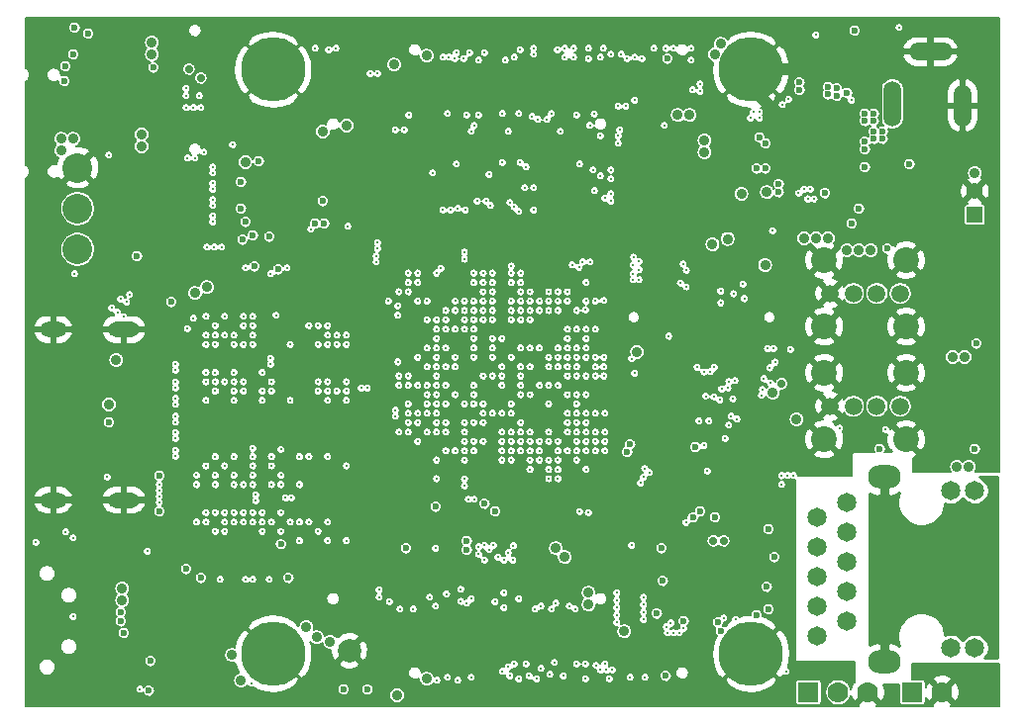
<source format=gbr>
%TF.GenerationSoftware,KiCad,Pcbnew,5.1.6-c6e7f7d~87~ubuntu18.04.1*%
%TF.CreationDate,2021-10-07T16:54:20+03:00*%
%TF.ProjectId,STMP157-OLinuXino-LIME2_Rev_B1,53544d50-3135-4372-9d4f-4c696e755869,B1*%
%TF.SameCoordinates,Original*%
%TF.FileFunction,Copper,L7,Inr*%
%TF.FilePolarity,Positive*%
%FSLAX46Y46*%
G04 Gerber Fmt 4.6, Leading zero omitted, Abs format (unit mm)*
G04 Created by KiCad (PCBNEW 5.1.6-c6e7f7d~87~ubuntu18.04.1) date 2021-10-07 16:54:20*
%MOMM*%
%LPD*%
G01*
G04 APERTURE LIST*
%TA.AperFunction,ViaPad*%
%ADD10O,2.800000X2.000000*%
%TD*%
%TA.AperFunction,ViaPad*%
%ADD11C,1.650000*%
%TD*%
%TA.AperFunction,ViaPad*%
%ADD12O,3.700000X1.500000*%
%TD*%
%TA.AperFunction,ViaPad*%
%ADD13O,1.500000X3.600000*%
%TD*%
%TA.AperFunction,ViaPad*%
%ADD14O,1.500000X3.900000*%
%TD*%
%TA.AperFunction,ViaPad*%
%ADD15O,1.800000X1.800000*%
%TD*%
%TA.AperFunction,ViaPad*%
%ADD16C,2.000000*%
%TD*%
%TA.AperFunction,ViaPad*%
%ADD17R,1.600000X1.600000*%
%TD*%
%TA.AperFunction,ViaPad*%
%ADD18C,0.700000*%
%TD*%
%TA.AperFunction,ViaPad*%
%ADD19O,2.300000X1.300000*%
%TD*%
%TA.AperFunction,ViaPad*%
%ADD20O,2.700000X1.300000*%
%TD*%
%TA.AperFunction,ViaPad*%
%ADD21C,2.540000*%
%TD*%
%TA.AperFunction,ViaPad*%
%ADD22R,1.400000X1.400000*%
%TD*%
%TA.AperFunction,ViaPad*%
%ADD23C,1.400000*%
%TD*%
%TA.AperFunction,ViaPad*%
%ADD24R,1.422400X1.422400*%
%TD*%
%TA.AperFunction,ViaPad*%
%ADD25C,2.200000*%
%TD*%
%TA.AperFunction,ViaPad*%
%ADD26C,1.500000*%
%TD*%
%TA.AperFunction,ViaPad*%
%ADD27R,1.778000X1.778000*%
%TD*%
%TA.AperFunction,ViaPad*%
%ADD28C,1.778000*%
%TD*%
%TA.AperFunction,ViaPad*%
%ADD29C,0.900000*%
%TD*%
%TA.AperFunction,ViaPad*%
%ADD30C,5.500000*%
%TD*%
%TA.AperFunction,ViaPad*%
%ADD31C,0.327000*%
%TD*%
%TA.AperFunction,ViaPad*%
%ADD32C,0.600000*%
%TD*%
%TA.AperFunction,ViaPad*%
%ADD33C,0.800000*%
%TD*%
%TA.AperFunction,Conductor*%
%ADD34C,1.016000*%
%TD*%
%TA.AperFunction,Conductor*%
%ADD35C,0.254000*%
%TD*%
%TA.AperFunction,Conductor*%
%ADD36C,0.152400*%
%TD*%
G04 APERTURE END LIST*
D10*
%TO.N,Net-(C71-Pad2)*%
%TO.C,LAN1*%
X175362000Y-97435000D03*
X175362000Y-81635000D03*
D11*
%TO.N,/HDMI\u002C LCD  and Ethernet/PHYAD0*%
X183134000Y-96266000D03*
%TO.N,/HDMI\u002C LCD  and Ethernet/VDD33*%
X181102000Y-96266000D03*
%TO.N,/HDMI\u002C LCD  and Ethernet/PHYAD1*%
X183134000Y-82804000D03*
%TO.N,/HDMI\u002C LCD  and Ethernet/VDD33*%
X181102000Y-82804000D03*
%TO.N,/HDMI\u002C LCD  and Ethernet/MDI[3]-*%
X169672000Y-95250000D03*
%TO.N,/HDMI\u002C LCD  and Ethernet/MDI[3]+*%
X172212000Y-93980000D03*
%TO.N,/HDMI\u002C LCD  and Ethernet/MDI[2]-*%
X169672000Y-92710000D03*
%TO.N,/HDMI\u002C LCD  and Ethernet/MDI[2]+*%
X172212000Y-91440000D03*
%TO.N,Net-(C70-Pad2)*%
X169672000Y-90170000D03*
%TO.N,Net-(C69-Pad2)*%
X172212000Y-88900000D03*
%TO.N,/HDMI\u002C LCD  and Ethernet/MDI[1]-*%
X169672000Y-87630000D03*
%TO.N,/HDMI\u002C LCD  and Ethernet/MDI[1]+*%
X172212000Y-86360000D03*
%TO.N,/HDMI\u002C LCD  and Ethernet/MDI[0]-*%
X169672000Y-85090000D03*
%TO.N,/HDMI\u002C LCD  and Ethernet/MDI[0]+*%
X172212000Y-83820000D03*
%TD*%
D12*
%TO.N,GND*%
%TO.C,PWR1*%
X179345000Y-45258000D03*
D13*
X182091000Y-49858000D03*
D14*
%TO.N,+5V_EXT*%
X176091000Y-49708000D03*
%TD*%
D15*
%TO.N,GND*%
%TO.C,U18*%
X169269000Y-52959000D03*
X167869000Y-54359000D03*
X167869000Y-51559000D03*
X170669000Y-54359000D03*
X170669000Y-51559000D03*
%TD*%
D16*
%TO.N,GND*%
%TO.C,U19*%
X129667000Y-96520000D03*
%TD*%
D17*
%TO.N,GND*%
%TO.C,U8*%
X123952000Y-57912000D03*
D18*
X123952000Y-56762000D03*
X123952000Y-56012000D03*
X123952000Y-59812000D03*
X123952000Y-59062000D03*
X122052000Y-57912000D03*
X125102000Y-57912000D03*
X122802000Y-57912000D03*
X125852000Y-57912000D03*
%TD*%
D19*
%TO.N,GND*%
%TO.C,HDMI1*%
X104341000Y-69027000D03*
X104341000Y-83627000D03*
D20*
X110391000Y-83627000D03*
X110391000Y-69027000D03*
%TD*%
D21*
%TO.N,Net-(CAN1-Pad2)*%
%TO.C,CAN1*%
X106426000Y-58674000D03*
%TO.N,Net-(CAN1-Pad1)*%
X106426000Y-62174000D03*
%TO.N,GND*%
X106426000Y-55174000D03*
%TD*%
D22*
%TO.N,VBAT*%
%TO.C,LIPO_BAT1*%
X183131460Y-59199780D03*
D23*
%TO.N,GND*%
X183128920Y-57188100D03*
%TD*%
D24*
%TO.N,GND*%
%TO.C,U4*%
X160909000Y-89662000D03*
%TD*%
D25*
%TO.N,GND*%
%TO.C,USB1*%
X170258600Y-68788400D03*
X170258600Y-63088400D03*
X177258600Y-68788400D03*
X177258600Y-63088400D03*
D26*
%TO.N,Net-(C184-Pad1)*%
X176758600Y-65938400D03*
%TO.N,/USB\u002C CAN and Extensions/USB1_D-*%
X174758600Y-65938400D03*
%TO.N,/USB\u002C CAN and Extensions/USB1_D+*%
X172758600Y-65938400D03*
%TO.N,GND*%
X170758600Y-65938400D03*
%TD*%
%TO.N,GND*%
%TO.C,USB2*%
X170758600Y-75590400D03*
%TO.N,/USB\u002C CAN and Extensions/USB2_D+*%
X172758600Y-75590400D03*
%TO.N,/USB\u002C CAN and Extensions/USB2_D-*%
X174758600Y-75590400D03*
%TO.N,Net-(C185-Pad1)*%
X176758600Y-75590400D03*
D25*
%TO.N,GND*%
X177258600Y-72740400D03*
X177258600Y-78440400D03*
X170258600Y-72740400D03*
X170258600Y-78440400D03*
%TD*%
D27*
%TO.N,/USB\u002C CAN and Extensions/UART4_TX*%
%TO.C,DBG1*%
X168910000Y-100076000D03*
D28*
%TO.N,Net-(D3-Pad1)*%
X171450000Y-100076000D03*
%TO.N,GND*%
X173990000Y-100076000D03*
%TD*%
D27*
%TO.N,/Power Supply/AXP_BACKUP*%
%TO.C,BACKUP1*%
X177800000Y-100076000D03*
D28*
%TO.N,GND*%
X180340000Y-100076000D03*
%TD*%
D29*
%TO.N,GND*%
%TO.C,LIME2_PLATFORM1*%
X123130000Y-44595000D03*
X121480000Y-48195000D03*
X123130000Y-48995000D03*
X124830000Y-45345000D03*
X120930000Y-46795000D03*
X121480000Y-45345000D03*
X124830000Y-48195000D03*
X125380000Y-46795000D03*
X163980000Y-94595000D03*
X162330000Y-98195000D03*
X163980000Y-98995000D03*
X165680000Y-95345000D03*
X161780000Y-96795000D03*
X162330000Y-95345000D03*
X165680000Y-98195000D03*
X166230000Y-96795000D03*
X161780000Y-46795000D03*
X162330000Y-45345000D03*
X165680000Y-48195000D03*
X166230000Y-46795000D03*
X163980000Y-44595000D03*
X162330000Y-48195000D03*
X163980000Y-48995000D03*
X165680000Y-45345000D03*
X124830000Y-98195000D03*
X121480000Y-98195000D03*
X121480000Y-95345000D03*
X124830000Y-95345000D03*
X125380000Y-96795000D03*
X120930000Y-96795000D03*
X123130000Y-94595000D03*
X123130000Y-98995000D03*
D30*
X164010000Y-46790000D03*
X123150000Y-46790000D03*
X164010000Y-96790000D03*
X123150000Y-96790000D03*
%TD*%
D31*
%TO.N,+5V_EXT*%
X176657000Y-43180000D03*
D32*
X174498000Y-52070000D03*
X175260000Y-52070000D03*
X174498000Y-52705000D03*
X175260000Y-52705000D03*
D29*
%TO.N,+5V*%
X120396000Y-99060000D03*
X133477000Y-46355000D03*
X133731000Y-100330000D03*
X127381000Y-52070000D03*
D18*
X115951000Y-46736000D03*
D29*
X109093000Y-75438000D03*
X126873000Y-95377000D03*
X183134000Y-55626000D03*
X173228000Y-62230000D03*
X172212000Y-62230000D03*
X174244000Y-62230000D03*
X182626000Y-80772000D03*
X181610000Y-80772000D03*
X181229000Y-71374000D03*
X182245000Y-71374000D03*
D31*
%TO.N,GND*%
X136300000Y-64200000D03*
X136300000Y-65000000D03*
X136300000Y-65800000D03*
D32*
X134300000Y-63600000D03*
D31*
X135500000Y-65800000D03*
X137900000Y-65800000D03*
X136300000Y-67400000D03*
X133900000Y-81000000D03*
X135500000Y-80200000D03*
X137100000Y-81000000D03*
X136300000Y-79400000D03*
X136300000Y-78600000D03*
X137100000Y-78600000D03*
X137100000Y-79400000D03*
X138700000Y-78600000D03*
X138700000Y-80200000D03*
X138700000Y-77800000D03*
X138700000Y-77000000D03*
X138700000Y-69800000D03*
X140300000Y-80200000D03*
X141100000Y-80200000D03*
X141100000Y-81000000D03*
X141100000Y-79400000D03*
X135500000Y-77800000D03*
X136300000Y-77000000D03*
X135500000Y-75400000D03*
X137900000Y-66600000D03*
X136300000Y-73000000D03*
X136300000Y-71400000D03*
X127000000Y-69500000D03*
X128600000Y-68700000D03*
X129400000Y-68700000D03*
X128600000Y-73500000D03*
X128600000Y-75100000D03*
X127000000Y-75100000D03*
X126200000Y-69500000D03*
X124600000Y-68700000D03*
X124600000Y-69500000D03*
X124600000Y-67900000D03*
X123000000Y-69500000D03*
X136300000Y-69000000D03*
X137100000Y-66600000D03*
X124600000Y-74300000D03*
X126200000Y-75100000D03*
X126200000Y-74300000D03*
X128600000Y-85500000D03*
X128600000Y-87100000D03*
X127000000Y-87100000D03*
X127800000Y-80700000D03*
X129400000Y-79900000D03*
X125400000Y-80700000D03*
X126200000Y-87100000D03*
X126200000Y-86300000D03*
X124600000Y-87100000D03*
X123800000Y-79900000D03*
X123800000Y-80700000D03*
X123000000Y-81500000D03*
X123000000Y-86300000D03*
X125400000Y-81500000D03*
X126200000Y-80700000D03*
X120600000Y-75100000D03*
X119000000Y-75100000D03*
X122200000Y-73500000D03*
X135500000Y-73000000D03*
X117400000Y-68700000D03*
X118200000Y-67900000D03*
X119800000Y-67900000D03*
X117400000Y-74300000D03*
X119800000Y-80700000D03*
X119000000Y-79900000D03*
X117400000Y-79900000D03*
X117400000Y-77400000D03*
X119000000Y-87100000D03*
X120600000Y-87100000D03*
D32*
X131826000Y-87757000D03*
D31*
X117400000Y-86300000D03*
X117400000Y-82400000D03*
X121550000Y-84200000D03*
D29*
X126619000Y-89916000D03*
X127635000Y-88519000D03*
D32*
X113538000Y-87503000D03*
D31*
X114808000Y-78867000D03*
X114808000Y-75946000D03*
X114808000Y-73025000D03*
X114681000Y-70866000D03*
X114427000Y-68961000D03*
D32*
X112522000Y-85344000D03*
D31*
X113538000Y-80518000D03*
X114681000Y-80518000D03*
D32*
X115951000Y-90424000D03*
X113665000Y-88773000D03*
D31*
X118491000Y-90932000D03*
X121158000Y-90932000D03*
X124079000Y-90932000D03*
X122682000Y-90932000D03*
X117348000Y-90932000D03*
D32*
X130429000Y-87757000D03*
X128905000Y-88265000D03*
X114554000Y-67564000D03*
X115316000Y-65786000D03*
D31*
X118237000Y-64897000D03*
X121158000Y-64897000D03*
X122682000Y-64897000D03*
X123952000Y-64770000D03*
X124968000Y-63754000D03*
X126365000Y-63754000D03*
X127889000Y-63754000D03*
X129286000Y-63754000D03*
X130810000Y-63754000D03*
X132461000Y-63754000D03*
X144300000Y-80200000D03*
X144300000Y-76200000D03*
X145100000Y-76200000D03*
X145900000Y-77800000D03*
X145900000Y-77000000D03*
X146700000Y-79400000D03*
X149100000Y-81000000D03*
X148300000Y-78600000D03*
X149900000Y-80200000D03*
X150700000Y-81800000D03*
X152273000Y-76200000D03*
X149900000Y-75400000D03*
X148300000Y-75400000D03*
X145900000Y-75400000D03*
X145100000Y-73800000D03*
X147500000Y-73000000D03*
X149900000Y-72200000D03*
X149100000Y-69800000D03*
X147500000Y-69800000D03*
X147500000Y-69000000D03*
X138700000Y-65800000D03*
X139500000Y-65800000D03*
X140300000Y-65800000D03*
X138700000Y-68200000D03*
X143500000Y-65800000D03*
X141900000Y-69000000D03*
X145900000Y-65800000D03*
X145900000Y-68200000D03*
X145100000Y-69000000D03*
X148300000Y-67400000D03*
X149100000Y-66600000D03*
X149900000Y-65800000D03*
X150700000Y-65000000D03*
X150700000Y-64200000D03*
X138700000Y-75400000D03*
X143500000Y-77000000D03*
X141100000Y-77800000D03*
X140300000Y-77800000D03*
X144300000Y-75400000D03*
X145100000Y-73000000D03*
X139100000Y-73200000D03*
X141100000Y-74600000D03*
X142700000Y-74600000D03*
X141900000Y-74600000D03*
X143500000Y-73800000D03*
X143500000Y-73000000D03*
X141100000Y-73800000D03*
X141900000Y-73800000D03*
X140300000Y-72200000D03*
X141100000Y-72200000D03*
X141900000Y-72200000D03*
X143500000Y-72200000D03*
X144300000Y-71400000D03*
X145100000Y-71400000D03*
X145900000Y-69000000D03*
X145900000Y-69800000D03*
X138700000Y-73800000D03*
X138700000Y-70600000D03*
X141100000Y-69800000D03*
X141100000Y-70600000D03*
X143500000Y-70600000D03*
D32*
X109601000Y-72644000D03*
X112014000Y-82169000D03*
D18*
X104648000Y-86233000D03*
X102489000Y-100457000D03*
X112522000Y-100838000D03*
D29*
X117094000Y-98806000D03*
X116078000Y-98806000D03*
X119888000Y-94488000D03*
D32*
X102489000Y-54737000D03*
D29*
X112776000Y-51308000D03*
X112776000Y-50292000D03*
X106426000Y-97155000D03*
X107442000Y-97155000D03*
X133858000Y-45212000D03*
X132842000Y-45212000D03*
D31*
X143500000Y-69800000D03*
D29*
X182880000Y-78232000D03*
X183896000Y-78232000D03*
D31*
X147500000Y-77800000D03*
X147500000Y-77000000D03*
X147500000Y-76200000D03*
X146700000Y-74600000D03*
D29*
X133604000Y-96266000D03*
X137922000Y-51943000D03*
X105537000Y-94869000D03*
X109220000Y-46990000D03*
X108077000Y-46990000D03*
D32*
X105029000Y-42799000D03*
X128651000Y-50673000D03*
D29*
X112141000Y-58293000D03*
X112268000Y-60833000D03*
X112268000Y-61849000D03*
D31*
X119253000Y-64897000D03*
D32*
X109982000Y-76327000D03*
X109982000Y-77597000D03*
X109728000Y-81026000D03*
X176911000Y-52451000D03*
X176784000Y-54610000D03*
X173609000Y-57912000D03*
D29*
X157099000Y-52324000D03*
D32*
X155956000Y-49657000D03*
X165608000Y-86995000D03*
D31*
X142700000Y-81000000D03*
D32*
X152908000Y-89789000D03*
X152908000Y-89027000D03*
D29*
X155448000Y-97917000D03*
D18*
X154305000Y-94869000D03*
D32*
X141732000Y-85344000D03*
X152400000Y-88519000D03*
D31*
X146700000Y-73000000D03*
X145900000Y-71400000D03*
D29*
X127127000Y-46101000D03*
D31*
X162560000Y-77978000D03*
D32*
X133604000Y-87757000D03*
X136144000Y-87757000D03*
D18*
X103378000Y-91059000D03*
D29*
X182880000Y-68707000D03*
X183896000Y-68707000D03*
D31*
X167767000Y-79248000D03*
D32*
X166751000Y-100203000D03*
X167513000Y-91567000D03*
X167005000Y-93853000D03*
X109982000Y-78486000D03*
X161925000Y-83947000D03*
D31*
X140300000Y-62800000D03*
X140300000Y-63500000D03*
X151511000Y-62611000D03*
D32*
X157480000Y-49657000D03*
D31*
X118491000Y-58801000D03*
X118491000Y-57404000D03*
X118491000Y-56134000D03*
X142875000Y-97536000D03*
X135001000Y-51943000D03*
X145923000Y-52070000D03*
D32*
X102362000Y-60071000D03*
X102362000Y-62484000D03*
X102362000Y-65278000D03*
X102362000Y-70739000D03*
X102362000Y-73660000D03*
X102362000Y-76454000D03*
X102362000Y-80772000D03*
X102362000Y-87630000D03*
X102362000Y-93218000D03*
X102362000Y-96774000D03*
X106299000Y-100965000D03*
X109474000Y-100965000D03*
D31*
X127000000Y-100965000D03*
X116332000Y-100965000D03*
X132334000Y-100965000D03*
X159893000Y-101092000D03*
X162814000Y-101092000D03*
X165862000Y-101092000D03*
D32*
X184912000Y-98171000D03*
X184785000Y-76962000D03*
X184785000Y-67056000D03*
X184785000Y-62103000D03*
X184785000Y-52959000D03*
X184785000Y-47117000D03*
X182118000Y-42799000D03*
X174371000Y-42799000D03*
X115951000Y-42799000D03*
D31*
X136017000Y-91694000D03*
D32*
X155575000Y-78994000D03*
X166116000Y-79248000D03*
X165227000Y-79248000D03*
X159367609Y-82296000D03*
X163093711Y-65842492D03*
D31*
X158021436Y-65795512D03*
D33*
X154192975Y-65768210D03*
D31*
X162053016Y-66354585D03*
D32*
X161956788Y-65485990D03*
X171002547Y-57130776D03*
X158277327Y-64547419D03*
D31*
X168263890Y-56476763D03*
D29*
X157201746Y-53237253D03*
D18*
X162463998Y-54991000D03*
D32*
X137050468Y-82600000D03*
X136796424Y-86539862D03*
D31*
X162943946Y-66724210D03*
D32*
X158224565Y-74744997D03*
D29*
X144139490Y-83063510D03*
D32*
X102997000Y-46735998D03*
D31*
%TO.N,/VREF0_DDR3*%
X120600000Y-68700000D03*
D32*
X123800000Y-87400000D03*
D31*
X115824000Y-68961000D03*
%TO.N,/S0SVREF*%
X137100000Y-81800000D03*
D32*
%TO.N,+3V3*%
X109093000Y-76962000D03*
D29*
X119634000Y-96901000D03*
X136271000Y-98933000D03*
X136271000Y-45593000D03*
D31*
X137900000Y-67400000D03*
X142700000Y-77800000D03*
X144300000Y-77000000D03*
X145900000Y-73800000D03*
X146700000Y-73800000D03*
X145100000Y-74600000D03*
X147500000Y-73800000D03*
X140300000Y-64200000D03*
X141100000Y-77000000D03*
X141900000Y-76200000D03*
X142700000Y-76200000D03*
X143500000Y-76200000D03*
X144300000Y-74600000D03*
X143500000Y-75400000D03*
X144300000Y-73800000D03*
X150700000Y-77800000D03*
X150700000Y-78600000D03*
D32*
X106045000Y-45466000D03*
D29*
X106045000Y-52705000D03*
X105029000Y-52705000D03*
X129413000Y-51562000D03*
X105029000Y-53721000D03*
D32*
X126746000Y-59944000D03*
X127508000Y-59944000D03*
X114427000Y-66675000D03*
X112649000Y-97409000D03*
D29*
X128016000Y-95758000D03*
D32*
X156845000Y-45847000D03*
D29*
X150114000Y-91567000D03*
X150114000Y-92583000D03*
D31*
X150700000Y-69000000D03*
D29*
X167894000Y-76708000D03*
D32*
X156718000Y-98679000D03*
D18*
X116967000Y-47498000D03*
D31*
X116332000Y-50038000D03*
X117221000Y-53848000D03*
D29*
X154255002Y-70946048D03*
D32*
X159257988Y-79092704D03*
D31*
X162026600Y-74015600D03*
D29*
X120768129Y-54719139D03*
D32*
%TO.N,IPS*%
X173736000Y-50546000D03*
D29*
X112776000Y-45466000D03*
X112776000Y-44450000D03*
D32*
X105283000Y-47752000D03*
X170561000Y-48895000D03*
X174498000Y-50546000D03*
X168148000Y-48514000D03*
X168148000Y-47879000D03*
D31*
X169545000Y-43815000D03*
D32*
X174498000Y-51181000D03*
X173736000Y-51181000D03*
X166370000Y-57277000D03*
X166370000Y-56578500D03*
X165227000Y-53086000D03*
X164719000Y-52578000D03*
D29*
X158750000Y-50673000D03*
X157734000Y-50673000D03*
X160909000Y-45466000D03*
X161417000Y-44577000D03*
X111887000Y-52324000D03*
X111887000Y-53340000D03*
D32*
X170311953Y-57357992D03*
X170581610Y-48260000D03*
%TO.N,VBAT*%
X171323000Y-49022000D03*
X171323000Y-48387000D03*
D31*
%TO.N,Net-(CHGLED1-Pad1)*%
X172593000Y-49403000D03*
D32*
X172847000Y-43434000D03*
D29*
%TO.N,Net-(D2-Pad2)*%
X161992803Y-61273197D03*
%TO.N,Net-(FUSE1-Pad2)*%
X109728000Y-71628000D03*
D31*
%TO.N,PC7*%
X141100000Y-66600000D03*
%TO.N,/S0SRST*%
X136300000Y-68200000D03*
X116332000Y-68072000D03*
X116600000Y-85500000D03*
%TO.N,Net-(R4-Pad2)*%
X133800000Y-71800000D03*
%TO.N,Net-(R9-Pad1)*%
X120600000Y-67900000D03*
%TO.N,Net-(R13-Pad1)*%
X121400000Y-80700000D03*
%TO.N,Net-(R14-Pad1)*%
X121400000Y-79900000D03*
%TO.N,/S0SDQ20*%
X135500000Y-64200000D03*
X123000000Y-80700000D03*
%TO.N,/S0SDQ19*%
X135500000Y-65000000D03*
X123800000Y-79300000D03*
%TO.N,/S0SDQ14*%
X133900000Y-77800000D03*
X129400000Y-73500000D03*
%TO.N,/S0SDQ10*%
X134700000Y-75400000D03*
X128600000Y-69500000D03*
%TO.N,/S0SDQ22*%
X136300000Y-66600000D03*
X126200000Y-85500000D03*
%TO.N,/S0SDQ21*%
X133800000Y-67800000D03*
X125400000Y-85500000D03*
%TO.N,/S0SDQM2*%
X133000000Y-66600000D03*
X125400000Y-82300000D03*
%TO.N,/S0SDQ18*%
X124600000Y-85500000D03*
X133800000Y-67000000D03*
%TO.N,/S0SDQ17*%
X123800000Y-84700000D03*
X135500000Y-66600000D03*
%TO.N,/S0SDQ15*%
X134700000Y-77800000D03*
X127800000Y-73500000D03*
%TO.N,/S0SDQ13*%
X135500000Y-76200000D03*
X129400000Y-70300000D03*
%TO.N,/S0SDQ11*%
X129400000Y-74300000D03*
X135500000Y-77000000D03*
%TO.N,/S0SDQ9*%
X127800000Y-69500000D03*
X134700000Y-76200000D03*
%TO.N,/S0SDQ23*%
X134700000Y-64200000D03*
X123000000Y-82300000D03*
%TO.N,/S0SA8*%
X137100000Y-77800000D03*
X117400000Y-69500000D03*
X116600000Y-81500000D03*
%TO.N,/S0SDQ16*%
X123800000Y-82300000D03*
X134700000Y-65000000D03*
%TO.N,/S0SA6*%
X136300000Y-77800000D03*
X118200000Y-68700000D03*
X117400000Y-80700000D03*
%TO.N,/S0SCKE0*%
X136300000Y-76200000D03*
X121400000Y-79200000D03*
X121400000Y-67900000D03*
%TO.N,/S0SDQ12*%
X127800000Y-74300000D03*
X135500000Y-78600000D03*
%TO.N,/S0SDQM1*%
X134700000Y-77000000D03*
X127000000Y-73500000D03*
%TO.N,/S0SBA1*%
X137100000Y-76200000D03*
X119800000Y-69500000D03*
X119800000Y-81500000D03*
X113411000Y-82804000D03*
%TO.N,/S0SDQ8*%
X127000000Y-70300000D03*
X134700000Y-73800000D03*
%TO.N,/S0SA9*%
X137100000Y-69800000D03*
X118200000Y-73500000D03*
X118200000Y-84700000D03*
%TO.N,/S0SA7*%
X137100000Y-68200000D03*
X117400000Y-73500000D03*
X117400000Y-85500000D03*
%TO.N,/S0SA5*%
X136300000Y-70600000D03*
X118200000Y-74300000D03*
X119000000Y-85500000D03*
%TO.N,/S0SA14*%
X137100000Y-75400000D03*
X117400000Y-70300000D03*
X116600000Y-82300000D03*
%TO.N,/S0SA10*%
X137100000Y-74600000D03*
X121400000Y-70300000D03*
X121400000Y-82300000D03*
X122809000Y-90424000D03*
%TO.N,/S0SA1*%
X137100000Y-73800000D03*
X118200000Y-69500000D03*
X118200000Y-82300000D03*
%TO.N,/S0SA15*%
X136300000Y-73800000D03*
X120600000Y-70300000D03*
X120600000Y-82300000D03*
X113411000Y-83820000D03*
%TO.N,/S0SA11*%
X136300000Y-75400000D03*
X118200000Y-70300000D03*
X118200000Y-81500000D03*
%TO.N,/S0SODT0*%
X133900000Y-73800000D03*
X122200000Y-75100000D03*
X122200000Y-86300000D03*
%TO.N,/S0SCS0*%
X137100000Y-73000000D03*
X120600000Y-74300000D03*
X121400000Y-85500000D03*
%TO.N,/S0SA12*%
X136300000Y-74600000D03*
X119800000Y-70300000D03*
X119800000Y-82300000D03*
X113411000Y-83312000D03*
%TO.N,/S0SA2*%
X137100000Y-70600000D03*
X118200000Y-72700000D03*
X119000000Y-84700000D03*
%TO.N,/S0SA0*%
X136300000Y-72200000D03*
X119800000Y-72700000D03*
X119800000Y-84700000D03*
X118618000Y-90424000D03*
%TO.N,/S0SBA2*%
X137100000Y-72200000D03*
X119800000Y-73500000D03*
X120600000Y-84700000D03*
X120777000Y-90424000D03*
%TO.N,/S0SA3*%
X137100000Y-71400000D03*
X119000000Y-73500000D03*
X119800000Y-85500000D03*
%TO.N,/S0SA4*%
X137100000Y-77000000D03*
X119000000Y-69500000D03*
X119000000Y-80700000D03*
X113411000Y-82296000D03*
%TO.N,/S0SRAS*%
X135500000Y-73800000D03*
X123000000Y-73500000D03*
X123000000Y-85500000D03*
%TO.N,/S0SWE*%
X120600000Y-73500000D03*
X134700000Y-73000000D03*
X121400000Y-84700000D03*
%TO.N,/S0SBA0*%
X135500000Y-71400000D03*
X119800000Y-74300000D03*
X120600000Y-85500000D03*
X121412000Y-90424000D03*
%TO.N,/S0SA13*%
X137100000Y-69000000D03*
X117400000Y-72700000D03*
X117400000Y-84700000D03*
%TO.N,/S0SCAS*%
X133900000Y-73000000D03*
X122200000Y-72700000D03*
X122200000Y-84700000D03*
%TO.N,/S0SCK_N*%
X122936000Y-71501000D03*
X131191000Y-74041000D03*
X121666000Y-83185000D03*
%TO.N,/S0SCK_P*%
X122936000Y-72009000D03*
X130683000Y-74041000D03*
X121666000Y-83693000D03*
%TO.N,/S0SDQS2_N*%
X133900000Y-65800000D03*
X124206000Y-83439000D03*
%TO.N,/S0SDQS1_P*%
X127800000Y-70300000D03*
X133604000Y-76454000D03*
%TO.N,/S0SDQS2_P*%
X134700000Y-65800000D03*
X124714000Y-83439000D03*
%TO.N,/S0SDQS1_N*%
X128600000Y-70300000D03*
X133604000Y-75946000D03*
D29*
%TO.N,Net-(C86-Pad2)*%
X169545000Y-61214000D03*
X170561000Y-61214000D03*
X168529000Y-61214000D03*
D32*
%TO.N,+2V8*%
X139700000Y-87884000D03*
X139700000Y-87122000D03*
X165227000Y-55245000D03*
X164465000Y-55245000D03*
X153416000Y-79502000D03*
X153670000Y-78867000D03*
D29*
X165205544Y-63505510D03*
D31*
%TO.N,1.35V_DDR*%
X137900000Y-79400000D03*
X137100000Y-80200000D03*
X137900000Y-77000000D03*
X139500000Y-77000000D03*
X137900000Y-75400000D03*
X137900000Y-73800000D03*
X138700000Y-71400000D03*
X137900000Y-72200000D03*
X137900000Y-70600000D03*
X138700000Y-69000000D03*
X137900000Y-69000000D03*
X137900000Y-68200000D03*
X127000000Y-68700000D03*
X127800000Y-68700000D03*
X129400000Y-69500000D03*
X127000000Y-74300000D03*
X128600000Y-74300000D03*
X129400000Y-75100000D03*
X127800000Y-75100000D03*
X126200000Y-68700000D03*
X124600000Y-70300000D03*
X124600000Y-75100000D03*
X127800000Y-85500000D03*
X129400000Y-87100000D03*
X127800000Y-87100000D03*
X127000000Y-86300000D03*
X127800000Y-79900000D03*
X129400000Y-80700000D03*
X126200000Y-79900000D03*
X125400000Y-79900000D03*
X125400000Y-87100000D03*
X122200000Y-85500000D03*
X123000000Y-79900000D03*
X123800000Y-81500000D03*
X121400000Y-81500000D03*
X123800000Y-86300000D03*
X121400000Y-69500000D03*
X119800000Y-75100000D03*
X122200000Y-74300000D03*
X117400000Y-67900000D03*
X119000000Y-67900000D03*
X123000000Y-74300000D03*
X117400000Y-75100000D03*
X119800000Y-79900000D03*
X118200000Y-79900000D03*
X119000000Y-86300000D03*
X118200000Y-86300000D03*
X123400000Y-67800000D03*
X139500000Y-75400000D03*
X138700000Y-72200000D03*
X138700000Y-74600000D03*
X137900000Y-77800000D03*
D29*
X116459000Y-65913000D03*
X117475000Y-65405000D03*
X125984000Y-94488000D03*
D32*
X137033000Y-84201000D03*
%TO.N,VTT_DDR*%
X115697000Y-89535000D03*
X116967000Y-90297000D03*
X124460000Y-90297000D03*
X113411000Y-84582000D03*
X113411000Y-81534000D03*
D31*
%TO.N,Net-(C40-Pad2)*%
X151500000Y-76200000D03*
X159534414Y-76851160D03*
%TO.N,NRST*%
X150700000Y-76200000D03*
X138049000Y-98806000D03*
X159639000Y-48641000D03*
X167132000Y-81534000D03*
X162306000Y-76453990D03*
D29*
%TO.N,Net-(C48-Pad1)*%
X147320000Y-87757000D03*
X148082000Y-88519000D03*
D32*
%TO.N,Net-(C52-Pad2)*%
X165354000Y-91059000D03*
X160909000Y-85090000D03*
X165989000Y-88519000D03*
%TO.N,Net-(C55-Pad2)*%
X161163000Y-94107000D03*
X156464000Y-90551000D03*
D18*
X160782000Y-87122000D03*
X161671000Y-87122000D03*
D32*
X164465000Y-93472000D03*
X158246459Y-93980000D03*
X155953171Y-93342171D03*
X159033343Y-85119343D03*
D31*
%TO.N,Net-(C58-Pad2)*%
X161798000Y-78359000D03*
X145415000Y-58801000D03*
X165925500Y-70659554D03*
D32*
%TO.N,Net-(C71-Pad2)*%
X175387000Y-89662000D03*
X178435000Y-89662000D03*
X180975000Y-89662000D03*
X183388000Y-89662000D03*
X175387000Y-92710000D03*
X178435000Y-92710000D03*
X180975000Y-92710000D03*
X183388000Y-92710000D03*
X178435000Y-86487000D03*
X180975000Y-86487000D03*
X183388000Y-86487000D03*
X175387000Y-86487000D03*
X177038000Y-88138000D03*
X179705000Y-88138000D03*
X182245000Y-88138000D03*
X182245000Y-84582000D03*
X182245000Y-94615000D03*
X175387000Y-83947000D03*
X175387000Y-95123000D03*
X177038000Y-91313000D03*
X179705000Y-91313000D03*
X182245000Y-91440000D03*
%TO.N,Net-(C72-Pad2)*%
X123571000Y-63881000D03*
X121539000Y-63627000D03*
X121412000Y-60960000D03*
%TO.N,VDD_USB*%
X141224000Y-83947000D03*
D29*
X163183119Y-57415881D03*
D31*
%TO.N,Net-(C166-Pad1)*%
X137100000Y-64200000D03*
X137500000Y-63800000D03*
%TO.N,Net-(L6-Pad2)*%
X150114000Y-84709000D03*
X157147936Y-94155935D03*
%TO.N,Net-(R8-Pad1)*%
X121400000Y-68700000D03*
%TO.N,Net-(R65-Pad2)*%
X161671000Y-93726000D03*
X167005000Y-98298000D03*
%TO.N,Net-(R67-Pad2)*%
X162687000Y-93853000D03*
D32*
X175006000Y-79248000D03*
D31*
%TO.N,Net-(R75-Pad2)*%
X149352000Y-84618510D03*
X156743400Y-94488000D03*
D32*
%TO.N,Net-(R87-Pad2)*%
X120777000Y-59817000D03*
%TO.N,Net-(R108-Pad1)*%
X172212000Y-48768000D03*
%TO.N,USB-OTG-DRV*%
X112522000Y-99949000D03*
D31*
X163957000Y-50927000D03*
X109093000Y-54102000D03*
X143500000Y-67400000D03*
X119681526Y-53213000D03*
%TO.N,Net-(RM2-Pad1.2)*%
X154813000Y-91948000D03*
%TO.N,Net-(RM2-Pad2.2)*%
X154813000Y-92583000D03*
%TO.N,Net-(RM2-Pad3.2)*%
X154813000Y-93218000D03*
%TO.N,Net-(RM2-Pad4.2)*%
X154813000Y-93853000D03*
%TO.N,Net-(RM4-Pad4.1)*%
X157353000Y-94996000D03*
X154559000Y-82169000D03*
%TO.N,Net-(RM4-Pad3.1)*%
X154813000Y-81661000D03*
X156845000Y-94996000D03*
%TO.N,Net-(RM4-Pad2.1)*%
X158242000Y-94615000D03*
X155321000Y-81280000D03*
%TO.N,Net-(RM4-Pad1.1)*%
X154913010Y-80933844D03*
X157861000Y-94996000D03*
%TO.N,NAND-WE*%
X144300000Y-64200000D03*
X140081000Y-98806000D03*
%TO.N,DSI_D0N*%
X139500000Y-62400000D03*
%TO.N,DSI_CKN*%
X132080000Y-61595000D03*
%TO.N,DSI_D1N*%
X131953000Y-62738000D03*
%TO.N,DSI_D1P*%
X131953000Y-63246000D03*
%TO.N,NAND-DQ3*%
X143500000Y-65000000D03*
X149860000Y-98933000D03*
%TO.N,DSI_D0P*%
X139500000Y-63000000D03*
%TO.N,DSI_CKP*%
X132080000Y-62103000D03*
%TO.N,NAND-RE*%
X145100000Y-65800000D03*
X138938000Y-99060000D03*
%TO.N,JTCK-SWCLK*%
X138700000Y-66600000D03*
X150749000Y-97790000D03*
%TO.N,NAND-DQ2*%
X144300000Y-65800000D03*
X146050000Y-98044000D03*
%TO.N,JTDI*%
X139500000Y-66600000D03*
X151638000Y-98171000D03*
%TO.N,PF2*%
X141100000Y-68200000D03*
X139573000Y-58801000D03*
%TO.N,JTMS-SWDIO*%
X138700000Y-67400000D03*
X149860000Y-97663000D03*
%TO.N,PE4*%
X139500000Y-69000000D03*
X138303000Y-58801000D03*
%TO.N,NJTRST*%
X139500000Y-68200000D03*
X152146000Y-98171000D03*
%TO.N,JTDO-TRACESWO*%
X139500000Y-67400000D03*
X151511000Y-97663000D03*
%TO.N,ADC1_INN1*%
X149100000Y-76200000D03*
X131445000Y-47117000D03*
%TO.N,NAND-DQ1*%
X146812000Y-98552000D03*
X151410948Y-73000000D03*
X162108781Y-73488180D03*
%TO.N,NAND-DQ0*%
X149900000Y-73000000D03*
X145669000Y-98933000D03*
X161325872Y-75058476D03*
%TO.N,NAND-RB*%
X149100000Y-73000000D03*
X143383000Y-98679000D03*
X161479205Y-74117757D03*
%TO.N,ADC1_INP1*%
X148300000Y-77000000D03*
X132080000Y-47117000D03*
%TO.N,PC0*%
X144300000Y-77800000D03*
X137968376Y-91667010D03*
%TO.N,PH3*%
X147500000Y-80200000D03*
%TO.N,NAND-ALE*%
X142700000Y-79400000D03*
X145034000Y-98679000D03*
%TO.N,NAND-CE*%
X139500000Y-78600000D03*
%TO.N,PG7*%
X143500000Y-80200000D03*
X147320000Y-92456000D03*
%TO.N,NAND-DQ7*%
X140300000Y-79400000D03*
X140716000Y-87630000D03*
X154940000Y-98806000D03*
%TO.N,NAND-DQ4*%
X144300000Y-79400000D03*
X151130000Y-98171000D03*
%TO.N,PG10*%
X145100000Y-81000000D03*
X148463000Y-92710000D03*
%TO.N,NAND-DQ6*%
X143500000Y-79400000D03*
X153670000Y-98806000D03*
%TO.N,NAND-DQ5*%
X142700000Y-80200000D03*
X151892000Y-98933000D03*
%TO.N,NAND-CLE*%
X144145000Y-98933000D03*
%TO.N,PH2*%
X142113000Y-92329000D03*
%TO.N,1.2V_VDDCORE*%
X142700000Y-69800000D03*
X141100000Y-76200000D03*
X140300000Y-77000000D03*
X145100000Y-72200000D03*
X140300000Y-73800000D03*
X140300000Y-75400000D03*
X141100000Y-75400000D03*
X140300000Y-74600000D03*
X142700000Y-73800000D03*
X142700000Y-73000000D03*
X141900000Y-73000000D03*
X141100000Y-73000000D03*
X142700000Y-72200000D03*
X144300000Y-73000000D03*
X144300000Y-72200000D03*
X145900000Y-70600000D03*
X145100000Y-70600000D03*
X141900000Y-71400000D03*
X141900000Y-70600000D03*
X141900000Y-69800000D03*
X140300000Y-71400000D03*
X143500000Y-71400000D03*
X144300000Y-70600000D03*
X140300000Y-70600000D03*
X140300000Y-69800000D03*
D29*
X160020000Y-53848000D03*
X160020000Y-52832000D03*
D31*
X143500000Y-64200000D03*
X143500000Y-63600000D03*
D32*
%TO.N,1.2V_HDMI*%
X121920000Y-54610000D03*
X127381000Y-58039000D03*
X120523000Y-61341000D03*
X120396000Y-58674000D03*
X120396000Y-56388000D03*
X122809000Y-61087000D03*
D31*
X168529000Y-57023000D03*
X168074681Y-57367470D03*
D32*
%TO.N,Net-(C94-Pad1)*%
X111506000Y-62738000D03*
%TO.N,Net-(C97-Pad1)*%
X106172000Y-43180000D03*
D31*
X167208200Y-49326800D03*
%TO.N,VBUS*%
X139500000Y-77800000D03*
D29*
X110236000Y-92202000D03*
X110236000Y-91186000D03*
D32*
X173736000Y-52959000D03*
X173736000Y-53594000D03*
D29*
%TO.N,VDD-FLASH*%
X165354000Y-57277000D03*
X160702999Y-61743016D03*
D32*
%TO.N,VTT_REF*%
X134493000Y-87757000D03*
D31*
%TO.N,Net-(C157-Pad1)*%
X148300000Y-76200000D03*
X146700000Y-75400000D03*
D29*
X165862000Y-74422000D03*
D32*
%TO.N,PWR_ONRST*%
X129159000Y-99822000D03*
D31*
X111760000Y-99822000D03*
X106172000Y-64262000D03*
X160401000Y-76851160D03*
D32*
X105363998Y-46482000D03*
%TO.N,Net-(FET2-Pad1)*%
X177546000Y-54864000D03*
X172593000Y-59944000D03*
%TO.N,Net-(FET3-Pad3)*%
X175641000Y-62103000D03*
D31*
%TO.N,AXP_GPIO3\u005CLCD_UD*%
X164719000Y-50419000D03*
X115697000Y-48387000D03*
X152908000Y-45466000D03*
%TO.N,AXP_GPIO2\u005CLCD_LR*%
X164211000Y-50419000D03*
X115697000Y-49022000D03*
X154686000Y-45847000D03*
%TO.N,AXP_GPIO1*%
X116967000Y-50038000D03*
X169061110Y-57023843D03*
%TO.N,AXP_GPIO0*%
X115697000Y-50038000D03*
X168846502Y-57848498D03*
%TO.N,PZ4\u005CI2C4_SCL*%
X133604000Y-51943000D03*
X116459000Y-54356000D03*
X159004000Y-48514000D03*
%TO.N,PZ5\u005CI2C4_SDA*%
X149100000Y-70600000D03*
X134366000Y-51943000D03*
X115824000Y-54356000D03*
X159639000Y-48006000D03*
X166052500Y-71818500D03*
%TO.N,PB5\u005CSPDIF_TX*%
X142875000Y-91567000D03*
X149098000Y-97663000D03*
X108966000Y-81661000D03*
X126365000Y-60452000D03*
X112395000Y-88011000D03*
%TO.N,PF14\u005CI2C1_SCL*%
X146700000Y-77800000D03*
X158877000Y-45974000D03*
X152654000Y-52451000D03*
%TO.N,PB9\u005CI2C1_SDA*%
X141900000Y-68200000D03*
X158877000Y-44958000D03*
X149606000Y-63246000D03*
X150214010Y-51561994D03*
%TO.N,PA5\u005CADC2_INN18*%
X148300000Y-77800000D03*
X128524000Y-44958000D03*
%TO.N,PA4\u005CADC2_INP18*%
X147500000Y-78600000D03*
X127889000Y-45085000D03*
%TO.N,PE11\u005CSPI4_NSS*%
X148300000Y-66600000D03*
%TO.N,PA0\u005CWKUP1*%
X149900000Y-81000000D03*
X166624000Y-82296000D03*
X137033000Y-92710000D03*
%TO.N,Net-(R42-Pad1)*%
X126746000Y-44958000D03*
X162449743Y-74966509D03*
%TO.N,PWR_ON*%
X151500000Y-78600000D03*
X165598881Y-72307633D03*
X159957881Y-78956204D03*
%TO.N,Net-(R135-Pad1)*%
X166674800Y-49784000D03*
%TO.N,PWR_LP*%
X151500000Y-77800000D03*
X167640000Y-81534000D03*
D32*
X131204599Y-99844284D03*
D31*
%TO.N,Net-(Flash_Con1-Pad11)*%
X165671500Y-73596500D03*
D32*
%TO.N,/Power Supply/AXP_BACKUP*%
X173736000Y-55118000D03*
D31*
%TO.N,/eMMC\u002C SPI-Flash\u002C T-Card and Boot/BOOT0*%
X149900000Y-74600000D03*
X165100000Y-73242490D03*
%TO.N,/eMMC\u002C SPI-Flash\u002C T-Card and Boot/BOOT1*%
X149100000Y-74600000D03*
X164973000Y-74168000D03*
%TO.N,/eMMC\u002C SPI-Flash\u002C T-Card and Boot/BOOT2*%
X149100000Y-75400000D03*
X164882510Y-74676000D03*
D32*
%TO.N,/HDMI\u002C LCD  and Ethernet/VDD33*%
X161417000Y-94869000D03*
D29*
X153162000Y-94869000D03*
D32*
X165481000Y-86106000D03*
X159639000Y-84582000D03*
X156337000Y-87757000D03*
X165481000Y-92964000D03*
D31*
%TO.N,/HDMI\u002C LCD  and Ethernet/GRXD_CLK*%
X149100000Y-78600000D03*
X153797000Y-87503000D03*
%TO.N,/HDMI\u002C LCD  and Ethernet/CLK125*%
X145100000Y-77800000D03*
X160274000Y-81153000D03*
%TO.N,/Power Supply/VBAT-RTC*%
X148300000Y-74600000D03*
D32*
X173228000Y-58674000D03*
D18*
X166624000Y-73660000D03*
D31*
%TO.N,/Power Supply/VDDA_1V8*%
X140300000Y-65000000D03*
D32*
X142113000Y-84582000D03*
D31*
X165844478Y-60579000D03*
%TO.N,/USB\u002C CAN and Extensions/UART4_RX*%
X140081000Y-92075000D03*
%TO.N,/USB\u002C CAN and Extensions/UART4_TX*%
X143500000Y-77800000D03*
X144145000Y-92075000D03*
%TO.N,/eMMC\u002C SPI-Flash\u002C T-Card and Boot/EMMC_D0*%
X141100000Y-64200000D03*
X163321998Y-65151000D03*
%TO.N,/eMMC\u002C SPI-Flash\u002C T-Card and Boot/EMMC_D1*%
X163424110Y-66382390D03*
X141900000Y-65000000D03*
%TO.N,/eMMC\u002C SPI-Flash\u002C T-Card and Boot/EMMC_D2*%
X141900000Y-64200000D03*
X162516000Y-65964887D03*
%TO.N,/eMMC\u002C SPI-Flash\u002C T-Card and Boot/EMMC_D3*%
X141100000Y-65800000D03*
X161416996Y-66738504D03*
%TO.N,/eMMC\u002C SPI-Flash\u002C T-Card and Boot/EMMC_D4*%
X161394969Y-65732011D03*
X141100000Y-65000000D03*
%TO.N,/eMMC\u002C SPI-Flash\u002C T-Card and Boot/EMMC_D5*%
X158470599Y-63957201D03*
X143764000Y-58547000D03*
%TO.N,/eMMC\u002C SPI-Flash\u002C T-Card and Boot/EMMC_D6*%
X141900000Y-65800000D03*
X158468835Y-65377845D03*
%TO.N,/eMMC\u002C SPI-Flash\u002C T-Card and Boot/EMMC_D7*%
X143383000Y-58166000D03*
X157970761Y-65052119D03*
%TO.N,/eMMC\u002C SPI-Flash\u002C T-Card and Boot/EMMC_CLK*%
X144145000Y-58928000D03*
X158194413Y-63420587D03*
%TO.N,/eMMC\u002C SPI-Flash\u002C T-Card and Boot/SPI_CS*%
X141100000Y-78600000D03*
X162625091Y-73406000D03*
%TO.N,/eMMC\u002C SPI-Flash\u002C T-Card and Boot/SPI_IO1*%
X142367000Y-88519000D03*
X160866491Y-72262994D03*
%TO.N,/eMMC\u002C SPI-Flash\u002C T-Card and Boot/SPI_IO2*%
X160509746Y-72625746D03*
X143256000Y-88138000D03*
%TO.N,/eMMC\u002C SPI-Flash\u002C T-Card and Boot/SPI_IO3*%
X142875000Y-88773000D03*
X159983608Y-72657680D03*
%TO.N,/eMMC\u002C SPI-Flash\u002C T-Card and Boot/SPI_IO0*%
X159372887Y-72244001D03*
X143691944Y-87545926D03*
%TO.N,/eMMC\u002C SPI-Flash\u002C T-Card and Boot/SPI_CLK*%
X160120043Y-74733293D03*
X142700000Y-78600000D03*
%TO.N,/eMMC\u002C SPI-Flash\u002C T-Card and Boot/EMMC_CMD*%
X143500000Y-66600000D03*
X156975578Y-69601277D03*
%TO.N,/USB\u002C CAN and Extensions/PE1*%
X146700000Y-66600000D03*
X141732000Y-58420000D03*
%TO.N,/USB\u002C CAN and Extensions/PD9*%
X138938000Y-58674000D03*
X152019000Y-58039000D03*
%TO.N,/USB\u002C CAN and Extensions/PC13*%
X138049000Y-50546000D03*
X154051000Y-49403000D03*
%TO.N,/USB\u002C CAN and Extensions/PD8*%
X151511000Y-57785000D03*
X137668000Y-58801000D03*
%TO.N,/USB\u002C CAN and Extensions/SDMMC3_D3*%
X144300000Y-68200000D03*
%TO.N,/USB\u002C CAN and Extensions/PA3*%
X149100000Y-77000000D03*
X134747000Y-50673000D03*
%TO.N,/USB\u002C CAN and Extensions/SDMMC3_D2*%
X145100000Y-66600000D03*
%TO.N,/USB\u002C CAN and Extensions/SDMMC3_D1*%
X145100000Y-68200000D03*
%TO.N,/USB\u002C CAN and Extensions/SDMMC3_D0*%
X144300000Y-67400000D03*
%TO.N,/USB\u002C CAN and Extensions/SDMMC3_CK*%
X144300000Y-66600000D03*
%TO.N,/USB\u002C CAN and Extensions/SDMMC3_CMD*%
X144300000Y-65000000D03*
%TO.N,/USB\u002C CAN and Extensions/PG8*%
X145900000Y-80200000D03*
X140081000Y-52070000D03*
X152781000Y-51943000D03*
%TO.N,/USB\u002C CAN and Extensions/PE15*%
X141605000Y-55753000D03*
X150241000Y-63246000D03*
%TO.N,/USB\u002C CAN and Extensions/USART3_TX*%
X145100000Y-78600000D03*
X151130000Y-52451000D03*
%TO.N,/USB\u002C CAN and Extensions/USART1_RX*%
X149900000Y-69800000D03*
X142748000Y-50546000D03*
%TO.N,/USB\u002C CAN and Extensions/USART3_RX*%
X146700000Y-80200000D03*
X144272000Y-54737000D03*
X152654000Y-53086000D03*
%TO.N,/USB\u002C CAN and Extensions/USART1_TX*%
X149900000Y-70600000D03*
X144145000Y-50546000D03*
%TO.N,/USB\u002C CAN and Extensions/PH15*%
X151429029Y-66532100D03*
%TO.N,/USB\u002C CAN and Extensions/I2C2_SDA*%
X146558000Y-51054000D03*
X151130000Y-55880000D03*
%TO.N,/USB\u002C CAN and Extensions/PZ1*%
X148300000Y-70600000D03*
%TO.N,/USB\u002C CAN and Extensions/I2C2_SCL*%
X146939000Y-50546000D03*
X150495000Y-55372000D03*
%TO.N,/USB\u002C CAN and Extensions/PF12*%
X145900000Y-78600000D03*
X133985000Y-92964000D03*
%TO.N,/USB\u002C CAN and Extensions/SPI4_SCK*%
X149100000Y-67400000D03*
%TO.N,/USB\u002C CAN and Extensions/PH7*%
X150700000Y-79400000D03*
X135128000Y-92964000D03*
%TO.N,/USB\u002C CAN and Extensions/SPI4_MOSI*%
X148700000Y-63500000D03*
%TO.N,/USB\u002C CAN and Extensions/PH6*%
X143500000Y-78600000D03*
X150595010Y-50572990D03*
%TO.N,/USB\u002C CAN and Extensions/SPI4_MISO*%
X149300000Y-63700000D03*
%TO.N,/USB\u002C CAN and Extensions/PI10*%
X151500000Y-79400000D03*
X149098004Y-50673000D03*
%TO.N,/USB\u002C CAN and Extensions/SPI2_MISO*%
X148971000Y-92964000D03*
X153924000Y-63500000D03*
%TO.N,/USB\u002C CAN and Extensions/SPI2_MOSI*%
X147955000Y-98679000D03*
X149849565Y-67349565D03*
%TO.N,/USB\u002C CAN and Extensions/SPI2_SCK*%
X146939000Y-92964000D03*
X154432000Y-63900031D03*
%TO.N,/USB\u002C CAN and Extensions/SPI2_NSS*%
X145542000Y-92964000D03*
X153924000Y-64262000D03*
%TO.N,/USB\u002C CAN and Extensions/DCMI_D7*%
X145100000Y-67400000D03*
X106045000Y-93599000D03*
X139196881Y-92302010D03*
%TO.N,/USB\u002C CAN and Extensions/DCMI_D6*%
X143637000Y-88773000D03*
%TO.N,/USB\u002C CAN and Extensions/DCMI_D5*%
X146700000Y-71400000D03*
X141224000Y-88773000D03*
X154051000Y-72771000D03*
%TO.N,/USB\u002C CAN and Extensions/DCMI_D4*%
X141224000Y-87503000D03*
X154432000Y-64770000D03*
%TO.N,/USB\u002C CAN and Extensions/DCMI_PIXCLK*%
X145100000Y-79400000D03*
X132207000Y-91948000D03*
X141605000Y-87884000D03*
%TO.N,/USB\u002C CAN and Extensions/MCO1*%
X149900000Y-79400000D03*
X132207000Y-91313000D03*
%TO.N,/USB\u002C CAN and Extensions/DCMI_HSYNC*%
X147500000Y-66600000D03*
X106045000Y-86868000D03*
%TO.N,/USB\u002C CAN and Extensions/DCMI_VSYNC*%
X143500000Y-68200000D03*
X133096000Y-92329000D03*
%TO.N,/USB\u002C CAN and Extensions/DCMI_D0*%
X147500000Y-67400000D03*
X105410000Y-86360000D03*
%TO.N,/USB\u002C CAN and Extensions/DCMI_D1*%
X136525000Y-91948000D03*
X153924000Y-64770000D03*
%TO.N,/USB\u002C CAN and Extensions/DCMI_D2*%
X149900000Y-65000000D03*
X102870000Y-87249000D03*
%TO.N,/USB\u002C CAN and Extensions/PG2*%
X149100000Y-79400000D03*
X139175663Y-91253847D03*
%TO.N,/USB\u002C CAN and Extensions/DCMI_D3*%
X148300000Y-69000000D03*
X140716000Y-88265000D03*
X153797000Y-71527990D03*
%TO.N,/USB\u002C CAN and Extensions/DFSDM1_DATIN1*%
X149900000Y-77800000D03*
X146050000Y-92710000D03*
X166624000Y-81534000D03*
%TO.N,/USB\u002C CAN and Extensions/DFSDM1_CKOUT*%
X144300000Y-78600000D03*
X144780000Y-97663000D03*
%TO.N,/USB\u002C CAN and Extensions/SAI2_SD_B*%
X145900000Y-79400000D03*
X141986000Y-87503000D03*
X143764000Y-97663000D03*
%TO.N,/USB\u002C CAN and Extensions/SAI2_SD_A*%
X148300000Y-69800000D03*
X139700000Y-92456000D03*
%TO.N,/USB\u002C CAN and Extensions/SAI2_FS_A*%
X143256000Y-97917000D03*
X153958844Y-62838010D03*
%TO.N,/USB\u002C CAN and Extensions/SAI2_SCK_A*%
X142748000Y-98298000D03*
X154432000Y-63192020D03*
%TO.N,/USB\u002C CAN and Extensions/SAI2_MCLK_A*%
X148300000Y-65800000D03*
X137160000Y-99060000D03*
%TO.N,/USB\u002C CAN and Extensions/SPDIFRX_IN1*%
X149100000Y-71400000D03*
X147193000Y-97536000D03*
X160832796Y-74803000D03*
%TO.N,/HDMI\u002C LCD  and Ethernet/HHPD*%
X114808000Y-72009000D03*
X120777000Y-63754000D03*
%TO.N,/HDMI\u002C LCD  and Ethernet/HSDA*%
X114808000Y-72517000D03*
X118110000Y-61976000D03*
%TO.N,/HDMI\u002C LCD  and Ethernet/HSCL*%
X114808000Y-73533000D03*
X117475000Y-61976000D03*
%TO.N,/HDMI\u002C LCD  and Ethernet/HCEC*%
X114808000Y-74041000D03*
X118745000Y-61976000D03*
%TO.N,/HDMI\u002C LCD  and Ethernet/HTXCN*%
X114808000Y-74930000D03*
X117983000Y-59817000D03*
%TO.N,/HDMI\u002C LCD  and Ethernet/HTXCP*%
X114808000Y-75438000D03*
X117983000Y-59309000D03*
%TO.N,/HDMI\u002C LCD  and Ethernet/HTX0N*%
X114808000Y-76454000D03*
X117983000Y-58420000D03*
%TO.N,/HDMI\u002C LCD  and Ethernet/HTX0P*%
X114808000Y-76962000D03*
X117983000Y-57912000D03*
%TO.N,/HDMI\u002C LCD  and Ethernet/HTX1N*%
X114808000Y-77851000D03*
X117983000Y-57023000D03*
%TO.N,/HDMI\u002C LCD  and Ethernet/HTX1P*%
X114808000Y-78359000D03*
X117983000Y-56515000D03*
%TO.N,/HDMI\u002C LCD  and Ethernet/HTX2N*%
X117983000Y-55626000D03*
X114808000Y-79375000D03*
%TO.N,/HDMI\u002C LCD  and Ethernet/HTX2P*%
X117983000Y-55118000D03*
X114808000Y-79883000D03*
%TO.N,/HDMI\u002C LCD  and Ethernet/PHYAD1*%
X175514000Y-77597000D03*
%TO.N,/HDMI\u002C LCD  and Ethernet/LCD_RST*%
X149900000Y-76200000D03*
X152019000Y-56134000D03*
X157353000Y-44958000D03*
%TO.N,/HDMI\u002C LCD  and Ethernet/LCD_INT*%
X149900000Y-77000000D03*
X152019000Y-55372000D03*
X156718000Y-44958000D03*
%TO.N,/HDMI\u002C LCD  and Ethernet/LCD_PWM*%
X140300000Y-78600000D03*
X155702000Y-44958000D03*
%TO.N,/HDMI\u002C LCD  and Ethernet/LCD_PWRE*%
X146700000Y-78600000D03*
X154051000Y-45720000D03*
%TO.N,/HDMI\u002C LCD  and Ethernet/LCD_DE*%
X144780000Y-55118000D03*
X152019000Y-45466000D03*
X149352000Y-54864000D03*
%TO.N,/HDMI\u002C LCD  and Ethernet/LCD_CLK*%
X150700000Y-66600000D03*
X153416000Y-45847000D03*
%TO.N,/HDMI\u002C LCD  and Ethernet/LCD_VSYNC*%
X152654000Y-49911000D03*
X145796000Y-51054000D03*
%TO.N,/HDMI\u002C LCD  and Ethernet/LCD_HSYNC*%
X145288000Y-50800000D03*
X153289000Y-49911000D03*
%TO.N,/HDMI\u002C LCD  and Ethernet/LCD_B7*%
X151384000Y-44958000D03*
%TO.N,/HDMI\u002C LCD  and Ethernet/LCD_B6*%
X147500000Y-65800000D03*
X151130000Y-45720000D03*
X143256000Y-52070000D03*
%TO.N,/HDMI\u002C LCD  and Ethernet/LCD_B5*%
X150114000Y-44958000D03*
%TO.N,/HDMI\u002C LCD  and Ethernet/LCD_B4*%
X150114000Y-45847000D03*
%TO.N,/HDMI\u002C LCD  and Ethernet/LCD_B3*%
X146700000Y-65800000D03*
X142748000Y-54737000D03*
X148844000Y-44958000D03*
%TO.N,/HDMI\u002C LCD  and Ethernet/LCD_B2*%
X148844000Y-45720000D03*
X147447000Y-45085000D03*
%TO.N,/HDMI\u002C LCD  and Ethernet/LCD_B1*%
X148082000Y-44958000D03*
%TO.N,/HDMI\u002C LCD  and Ethernet/LCD_B0*%
X148082000Y-45720000D03*
%TO.N,/HDMI\u002C LCD  and Ethernet/LCD_R0*%
X149900000Y-69000000D03*
X137668000Y-45720000D03*
%TO.N,/HDMI\u002C LCD  and Ethernet/LCD_R1*%
X150700000Y-71400000D03*
X138176000Y-45720000D03*
%TO.N,/HDMI\u002C LCD  and Ethernet/LCD_R2*%
X146700000Y-72200000D03*
X138684000Y-45847000D03*
X136779000Y-55626000D03*
%TO.N,/HDMI\u002C LCD  and Ethernet/LCD_R3*%
X149100000Y-72200000D03*
X138811000Y-45339000D03*
%TO.N,/HDMI\u002C LCD  and Ethernet/LCD_R4*%
X139446000Y-45847000D03*
X151410948Y-71407695D03*
%TO.N,/HDMI\u002C LCD  and Ethernet/LCD_R5*%
X150700000Y-72200000D03*
X139954000Y-45339000D03*
%TO.N,/HDMI\u002C LCD  and Ethernet/LCD_R6*%
X140716000Y-45974000D03*
X151410948Y-72200000D03*
%TO.N,/HDMI\u002C LCD  and Ethernet/LCD_R7*%
X148300000Y-72200000D03*
X141224000Y-45339000D03*
%TO.N,/HDMI\u002C LCD  and Ethernet/LCD_G0*%
X148300000Y-73000000D03*
X143764000Y-45720000D03*
%TO.N,/HDMI\u002C LCD  and Ethernet/LCD_G1*%
X147500000Y-70600000D03*
X139700000Y-50673000D03*
X138811000Y-54864000D03*
%TO.N,/HDMI\u002C LCD  and Ethernet/LCD_G2*%
X150700000Y-73000000D03*
X143002000Y-45974000D03*
%TO.N,/HDMI\u002C LCD  and Ethernet/LCD_G3*%
X149900000Y-71400000D03*
X140716000Y-50673000D03*
%TO.N,/HDMI\u002C LCD  and Ethernet/LCD_G4*%
X147500000Y-72200000D03*
X140335000Y-51562000D03*
%TO.N,/HDMI\u002C LCD  and Ethernet/LCD_G5*%
X145900000Y-66600000D03*
X144272000Y-45085000D03*
X140589000Y-58039000D03*
%TO.N,/HDMI\u002C LCD  and Ethernet/LCD_G6*%
X146700000Y-67400000D03*
X145415000Y-45466000D03*
X147701000Y-52070000D03*
%TO.N,/HDMI\u002C LCD  and Ethernet/LCD_G7*%
X145900000Y-67400000D03*
X145415000Y-44958000D03*
X141351000Y-58039000D03*
%TO.N,/eMMC\u002C SPI-Flash\u002C T-Card and Boot/SDMMC1_DET*%
X149100000Y-80200000D03*
X121285000Y-99314000D03*
X142875000Y-92837000D03*
%TO.N,/eMMC\u002C SPI-Flash\u002C T-Card and Boot/SDMMC1_D1*%
X140300000Y-67400000D03*
X110871000Y-66040000D03*
%TO.N,/eMMC\u002C SPI-Flash\u002C T-Card and Boot/SDMMC1_D0*%
X140300000Y-68200000D03*
X110109000Y-66421000D03*
%TO.N,/eMMC\u002C SPI-Flash\u002C T-Card and Boot/SDMMC1_CMD*%
X141900000Y-66600000D03*
X109347000Y-67183000D03*
%TO.N,/eMMC\u002C SPI-Flash\u002C T-Card and Boot/SDMMC1_D3*%
X140300000Y-66600000D03*
X109855000Y-67564000D03*
%TO.N,/eMMC\u002C SPI-Flash\u002C T-Card and Boot/SDMMC1_D2*%
X140300000Y-69000000D03*
X110363000Y-67945000D03*
%TO.N,/HDMI\u002C LCD  and Ethernet/HDMI_RSTN*%
X149900000Y-78600000D03*
X162814000Y-76708000D03*
%TO.N,/eMMC\u002C SPI-Flash\u002C T-Card and Boot/SDMMC1_CK*%
X141900000Y-67400000D03*
X110617000Y-66675000D03*
%TO.N,/HDMI\u002C LCD  and Ethernet/GRXD_DV*%
X145100000Y-80200000D03*
X152527000Y-91567000D03*
%TO.N,/HDMI\u002C LCD  and Ethernet/HDMI_INT*%
X129540000Y-60198000D03*
X122936000Y-64262000D03*
X152019000Y-57404000D03*
%TO.N,/Power Supply/N_OE*%
X164719000Y-50927000D03*
%TO.N,/USB\u002C CAN and Extensions/USB_HOST1_DRV*%
X147500000Y-79400000D03*
D32*
X183261000Y-70231000D03*
D31*
X167386000Y-70739000D03*
%TO.N,/USB\u002C CAN and Extensions/USB_HOST2_DRV*%
X141100000Y-67400000D03*
D32*
X183134000Y-79248000D03*
D31*
X171577000Y-77470000D03*
X165407987Y-70659512D03*
%TO.N,/USB\u002C CAN and Extensions/CAN_STBY*%
X149100000Y-77800000D03*
X116840000Y-49022000D03*
%TO.N,/USB\u002C CAN and Extensions/CAN_RX*%
X148300000Y-71400000D03*
D32*
X112903000Y-46609000D03*
D31*
%TO.N,/USB\u002C CAN and Extensions/USB_OTG_FS_ID*%
X138700000Y-79400000D03*
D32*
X110363000Y-94996000D03*
D31*
X137033000Y-87757000D03*
%TO.N,/HDMI\u002C LCD  and Ethernet/GRXD0*%
X146700000Y-81800000D03*
X152527000Y-92202000D03*
%TO.N,/HDMI\u002C LCD  and Ethernet/GRXD1*%
X146700000Y-81000000D03*
X152527000Y-92837000D03*
%TO.N,/HDMI\u002C LCD  and Ethernet/GRXD2*%
X147500000Y-81800000D03*
X152527000Y-93472000D03*
%TO.N,/HDMI\u002C LCD  and Ethernet/GRXD3*%
X152527000Y-94107000D03*
X147500000Y-81000000D03*
%TO.N,/USB\u002C CAN and Extensions/USB2_D+*%
X140335000Y-83566000D03*
%TO.N,/USB\u002C CAN and Extensions/USB1_D-*%
X139500000Y-82400000D03*
%TO.N,/USB\u002C CAN and Extensions/USB2_D-*%
X139827000Y-83566000D03*
%TO.N,/USB\u002C CAN and Extensions/USB_OTG_FS_D+*%
X139500000Y-79400000D03*
D32*
X110109000Y-93987900D03*
D31*
%TO.N,/USB\u002C CAN and Extensions/USB_OTG_FS_D-*%
X139500000Y-80200000D03*
D32*
X110109000Y-93210100D03*
D31*
%TO.N,/USB\u002C CAN and Extensions/USB1_D+*%
X139509547Y-81809547D03*
%TO.N,/HDMI\u002C LCD  and Ethernet/I2S1_SD0*%
X147500000Y-71400000D03*
X144653000Y-56896000D03*
%TO.N,/HDMI\u002C LCD  and Ethernet/I2S1_CK*%
X124333000Y-63754000D03*
X150622000Y-57150000D03*
%TO.N,/HDMI\u002C LCD  and Ethernet/I2S1_WS*%
X149100000Y-69000000D03*
X145415000Y-56896000D03*
%TO.N,/USB\u002C CAN and Extensions/CAN_TX*%
X149900000Y-66600000D03*
D32*
X107315000Y-43688000D03*
D31*
%TO.N,/Power Supply/EXTEN*%
X156591000Y-51562000D03*
X169381488Y-57858484D03*
%TO.N,/HDMI\u002C LCD  and Ethernet/ETH_MDINT*%
X148300000Y-79400000D03*
X158432500Y-85534500D03*
X162085520Y-77216000D03*
%TD*%
D34*
%TO.N,GND*%
X164010000Y-46790000D02*
X164010000Y-48313000D01*
X164010000Y-48313000D02*
X165608000Y-49911000D01*
X164010000Y-46790000D02*
X168094000Y-46790000D01*
X164010000Y-46790000D02*
X164010000Y-47064000D01*
%TD*%
D35*
%TO.N,Net-(C71-Pad2)*%
G36*
X185052000Y-97155000D02*
G01*
X183950541Y-97155000D01*
X184070761Y-97034780D01*
X184202743Y-96837255D01*
X184293654Y-96617777D01*
X184340000Y-96384781D01*
X184340000Y-96147219D01*
X184293654Y-95914223D01*
X184202743Y-95694745D01*
X184070761Y-95497220D01*
X183902780Y-95329239D01*
X183705255Y-95197257D01*
X183485777Y-95106346D01*
X183252781Y-95060000D01*
X183015219Y-95060000D01*
X182782223Y-95106346D01*
X182562745Y-95197257D01*
X182365220Y-95329239D01*
X182197239Y-95497220D01*
X182118000Y-95615810D01*
X182038761Y-95497220D01*
X181870780Y-95329239D01*
X181673255Y-95197257D01*
X181453777Y-95106346D01*
X181220781Y-95060000D01*
X180983219Y-95060000D01*
X180750223Y-95106346D01*
X180593000Y-95171470D01*
X180593000Y-95049964D01*
X180514950Y-94657579D01*
X180361849Y-94287961D01*
X180139581Y-93955313D01*
X179856687Y-93672419D01*
X179524039Y-93450151D01*
X179154421Y-93297050D01*
X178762036Y-93219000D01*
X178361964Y-93219000D01*
X177969579Y-93297050D01*
X177599961Y-93450151D01*
X177267313Y-93672419D01*
X176984419Y-93955313D01*
X176762151Y-94287961D01*
X176609050Y-94657579D01*
X176531000Y-95049964D01*
X176531000Y-95450036D01*
X176609050Y-95842421D01*
X176711025Y-96088611D01*
X176497702Y-95955016D01*
X176194835Y-95839925D01*
X175875335Y-95786132D01*
X175616000Y-95947453D01*
X175616000Y-97028000D01*
X175108000Y-97028000D01*
X175108000Y-95947453D01*
X174848665Y-95786132D01*
X174529165Y-95839925D01*
X174226298Y-95955016D01*
X174117000Y-96023464D01*
X174117000Y-83046536D01*
X174226298Y-83114984D01*
X174529165Y-83230075D01*
X174848665Y-83283868D01*
X175108000Y-83122547D01*
X175108000Y-82169000D01*
X175616000Y-82169000D01*
X175616000Y-83122547D01*
X175875335Y-83283868D01*
X176194835Y-83230075D01*
X176497702Y-83114984D01*
X176711025Y-82981389D01*
X176609050Y-83227579D01*
X176531000Y-83619964D01*
X176531000Y-84020036D01*
X176609050Y-84412421D01*
X176762151Y-84782039D01*
X176984419Y-85114687D01*
X177267313Y-85397581D01*
X177599961Y-85619849D01*
X177969579Y-85772950D01*
X178361964Y-85851000D01*
X178762036Y-85851000D01*
X179154421Y-85772950D01*
X179524039Y-85619849D01*
X179856687Y-85397581D01*
X180139581Y-85114687D01*
X180361849Y-84782039D01*
X180514950Y-84412421D01*
X180593000Y-84020036D01*
X180593000Y-83898530D01*
X180750223Y-83963654D01*
X180983219Y-84010000D01*
X181220781Y-84010000D01*
X181453777Y-83963654D01*
X181673255Y-83872743D01*
X181870780Y-83740761D01*
X182038761Y-83572780D01*
X182118000Y-83454190D01*
X182197239Y-83572780D01*
X182365220Y-83740761D01*
X182562745Y-83872743D01*
X182782223Y-83963654D01*
X183015219Y-84010000D01*
X183252781Y-84010000D01*
X183485777Y-83963654D01*
X183705255Y-83872743D01*
X183902780Y-83740761D01*
X184070761Y-83572780D01*
X184202743Y-83375255D01*
X184293654Y-83155777D01*
X184340000Y-82922781D01*
X184340000Y-82685219D01*
X184293654Y-82452223D01*
X184202743Y-82232745D01*
X184070761Y-82035220D01*
X183902780Y-81867239D01*
X183705255Y-81735257D01*
X183525983Y-81661000D01*
X185052000Y-81661000D01*
X185052000Y-97155000D01*
G37*
X185052000Y-97155000D02*
X183950541Y-97155000D01*
X184070761Y-97034780D01*
X184202743Y-96837255D01*
X184293654Y-96617777D01*
X184340000Y-96384781D01*
X184340000Y-96147219D01*
X184293654Y-95914223D01*
X184202743Y-95694745D01*
X184070761Y-95497220D01*
X183902780Y-95329239D01*
X183705255Y-95197257D01*
X183485777Y-95106346D01*
X183252781Y-95060000D01*
X183015219Y-95060000D01*
X182782223Y-95106346D01*
X182562745Y-95197257D01*
X182365220Y-95329239D01*
X182197239Y-95497220D01*
X182118000Y-95615810D01*
X182038761Y-95497220D01*
X181870780Y-95329239D01*
X181673255Y-95197257D01*
X181453777Y-95106346D01*
X181220781Y-95060000D01*
X180983219Y-95060000D01*
X180750223Y-95106346D01*
X180593000Y-95171470D01*
X180593000Y-95049964D01*
X180514950Y-94657579D01*
X180361849Y-94287961D01*
X180139581Y-93955313D01*
X179856687Y-93672419D01*
X179524039Y-93450151D01*
X179154421Y-93297050D01*
X178762036Y-93219000D01*
X178361964Y-93219000D01*
X177969579Y-93297050D01*
X177599961Y-93450151D01*
X177267313Y-93672419D01*
X176984419Y-93955313D01*
X176762151Y-94287961D01*
X176609050Y-94657579D01*
X176531000Y-95049964D01*
X176531000Y-95450036D01*
X176609050Y-95842421D01*
X176711025Y-96088611D01*
X176497702Y-95955016D01*
X176194835Y-95839925D01*
X175875335Y-95786132D01*
X175616000Y-95947453D01*
X175616000Y-97028000D01*
X175108000Y-97028000D01*
X175108000Y-95947453D01*
X174848665Y-95786132D01*
X174529165Y-95839925D01*
X174226298Y-95955016D01*
X174117000Y-96023464D01*
X174117000Y-83046536D01*
X174226298Y-83114984D01*
X174529165Y-83230075D01*
X174848665Y-83283868D01*
X175108000Y-83122547D01*
X175108000Y-82169000D01*
X175616000Y-82169000D01*
X175616000Y-83122547D01*
X175875335Y-83283868D01*
X176194835Y-83230075D01*
X176497702Y-83114984D01*
X176711025Y-82981389D01*
X176609050Y-83227579D01*
X176531000Y-83619964D01*
X176531000Y-84020036D01*
X176609050Y-84412421D01*
X176762151Y-84782039D01*
X176984419Y-85114687D01*
X177267313Y-85397581D01*
X177599961Y-85619849D01*
X177969579Y-85772950D01*
X178361964Y-85851000D01*
X178762036Y-85851000D01*
X179154421Y-85772950D01*
X179524039Y-85619849D01*
X179856687Y-85397581D01*
X180139581Y-85114687D01*
X180361849Y-84782039D01*
X180514950Y-84412421D01*
X180593000Y-84020036D01*
X180593000Y-83898530D01*
X180750223Y-83963654D01*
X180983219Y-84010000D01*
X181220781Y-84010000D01*
X181453777Y-83963654D01*
X181673255Y-83872743D01*
X181870780Y-83740761D01*
X182038761Y-83572780D01*
X182118000Y-83454190D01*
X182197239Y-83572780D01*
X182365220Y-83740761D01*
X182562745Y-83872743D01*
X182782223Y-83963654D01*
X183015219Y-84010000D01*
X183252781Y-84010000D01*
X183485777Y-83963654D01*
X183705255Y-83872743D01*
X183902780Y-83740761D01*
X184070761Y-83572780D01*
X184202743Y-83375255D01*
X184293654Y-83155777D01*
X184340000Y-82922781D01*
X184340000Y-82685219D01*
X184293654Y-82452223D01*
X184202743Y-82232745D01*
X184070761Y-82035220D01*
X183902780Y-81867239D01*
X183705255Y-81735257D01*
X183525983Y-81661000D01*
X185052000Y-81661000D01*
X185052000Y-97155000D01*
D36*
%TO.N,GND*%
G36*
X185204400Y-81203800D02*
G01*
X183153626Y-81203800D01*
X183227367Y-81093437D01*
X183278521Y-80969940D01*
X183304600Y-80838836D01*
X183304600Y-80705164D01*
X183278521Y-80574060D01*
X183227367Y-80450563D01*
X183153103Y-80339418D01*
X183058582Y-80244897D01*
X182947437Y-80170633D01*
X182823940Y-80119479D01*
X182692836Y-80093400D01*
X182559164Y-80093400D01*
X182428060Y-80119479D01*
X182304563Y-80170633D01*
X182193418Y-80244897D01*
X182118000Y-80320315D01*
X182042582Y-80244897D01*
X181931437Y-80170633D01*
X181807940Y-80119479D01*
X181676836Y-80093400D01*
X181543164Y-80093400D01*
X181412060Y-80119479D01*
X181288563Y-80170633D01*
X181177418Y-80244897D01*
X181082897Y-80339418D01*
X181008633Y-80450563D01*
X180957479Y-80574060D01*
X180931400Y-80705164D01*
X180931400Y-80838836D01*
X180957479Y-80969940D01*
X181008633Y-81093437D01*
X181082374Y-81203800D01*
X177876200Y-81203800D01*
X177876200Y-80007477D01*
X178007919Y-79957821D01*
X178103989Y-79906471D01*
X178219023Y-79652270D01*
X177258600Y-78691847D01*
X177244458Y-78705990D01*
X176993011Y-78454543D01*
X177007153Y-78440400D01*
X177510047Y-78440400D01*
X178470470Y-79400823D01*
X178724671Y-79285789D01*
X178765324Y-79195937D01*
X182605400Y-79195937D01*
X182605400Y-79300063D01*
X182625713Y-79402187D01*
X182665560Y-79498386D01*
X182723409Y-79584963D01*
X182797037Y-79658591D01*
X182883614Y-79716440D01*
X182979813Y-79756287D01*
X183081937Y-79776600D01*
X183186063Y-79776600D01*
X183288187Y-79756287D01*
X183384386Y-79716440D01*
X183470963Y-79658591D01*
X183544591Y-79584963D01*
X183602440Y-79498386D01*
X183642287Y-79402187D01*
X183662600Y-79300063D01*
X183662600Y-79195937D01*
X183642287Y-79093813D01*
X183602440Y-78997614D01*
X183544591Y-78911037D01*
X183470963Y-78837409D01*
X183384386Y-78779560D01*
X183288187Y-78739713D01*
X183186063Y-78719400D01*
X183081937Y-78719400D01*
X182979813Y-78739713D01*
X182883614Y-78779560D01*
X182797037Y-78837409D01*
X182723409Y-78911037D01*
X182665560Y-78997614D01*
X182625713Y-79093813D01*
X182605400Y-79195937D01*
X178765324Y-79195937D01*
X178861428Y-78983529D01*
X178936589Y-78660397D01*
X178947266Y-78328811D01*
X178893049Y-78001513D01*
X178776021Y-77691081D01*
X178724671Y-77595011D01*
X178470470Y-77479977D01*
X177510047Y-78440400D01*
X177007153Y-78440400D01*
X176046730Y-77479977D01*
X175903406Y-77544836D01*
X175891032Y-77482629D01*
X175861474Y-77411271D01*
X175818564Y-77347051D01*
X175763949Y-77292436D01*
X175699729Y-77249526D01*
X175649042Y-77228530D01*
X176298177Y-77228530D01*
X177258600Y-78188953D01*
X178219023Y-77228530D01*
X178103989Y-76974329D01*
X177801729Y-76837572D01*
X177478597Y-76762411D01*
X177147011Y-76751734D01*
X176819713Y-76805951D01*
X176509281Y-76922979D01*
X176413211Y-76974329D01*
X176298177Y-77228530D01*
X175649042Y-77228530D01*
X175628371Y-77219968D01*
X175552618Y-77204900D01*
X175475382Y-77204900D01*
X175399629Y-77219968D01*
X175328271Y-77249526D01*
X175264051Y-77292436D01*
X175209436Y-77347051D01*
X175166526Y-77411271D01*
X175136968Y-77482629D01*
X175121900Y-77558382D01*
X175121900Y-77635618D01*
X175136968Y-77711371D01*
X175166526Y-77782729D01*
X175209436Y-77846949D01*
X175264051Y-77901564D01*
X175328271Y-77944474D01*
X175399629Y-77974032D01*
X175475382Y-77989100D01*
X175552618Y-77989100D01*
X175628371Y-77974032D01*
X175638935Y-77969656D01*
X175580611Y-78220403D01*
X175569934Y-78551989D01*
X175624151Y-78879287D01*
X175741179Y-79189719D01*
X175792529Y-79285789D01*
X176046728Y-79400822D01*
X175936464Y-79511086D01*
X175978178Y-79552800D01*
X175438082Y-79552800D01*
X175474440Y-79498386D01*
X175514287Y-79402187D01*
X175534600Y-79300063D01*
X175534600Y-79195937D01*
X175514287Y-79093813D01*
X175474440Y-78997614D01*
X175416591Y-78911037D01*
X175342963Y-78837409D01*
X175256386Y-78779560D01*
X175160187Y-78739713D01*
X175058063Y-78719400D01*
X174953937Y-78719400D01*
X174851813Y-78739713D01*
X174755614Y-78779560D01*
X174669037Y-78837409D01*
X174595409Y-78911037D01*
X174537560Y-78997614D01*
X174497713Y-79093813D01*
X174477400Y-79195937D01*
X174477400Y-79300063D01*
X174497713Y-79402187D01*
X174537560Y-79498386D01*
X174573918Y-79552800D01*
X172720000Y-79552800D01*
X172705134Y-79554264D01*
X172690840Y-79558600D01*
X172677666Y-79565642D01*
X172666118Y-79575118D01*
X172656642Y-79586666D01*
X172649600Y-79599840D01*
X172645264Y-79614134D01*
X172643800Y-79629000D01*
X172643800Y-81584800D01*
X168029677Y-81584800D01*
X168032100Y-81572618D01*
X168032100Y-81495382D01*
X168017032Y-81419629D01*
X167987474Y-81348271D01*
X167944564Y-81284051D01*
X167889949Y-81229436D01*
X167825729Y-81186526D01*
X167754371Y-81156968D01*
X167678618Y-81141900D01*
X167601382Y-81141900D01*
X167525629Y-81156968D01*
X167454271Y-81186526D01*
X167390051Y-81229436D01*
X167386000Y-81233487D01*
X167381949Y-81229436D01*
X167317729Y-81186526D01*
X167246371Y-81156968D01*
X167170618Y-81141900D01*
X167093382Y-81141900D01*
X167017629Y-81156968D01*
X166946271Y-81186526D01*
X166882051Y-81229436D01*
X166878000Y-81233487D01*
X166873949Y-81229436D01*
X166809729Y-81186526D01*
X166738371Y-81156968D01*
X166662618Y-81141900D01*
X166585382Y-81141900D01*
X166509629Y-81156968D01*
X166438271Y-81186526D01*
X166374051Y-81229436D01*
X166319436Y-81284051D01*
X166276526Y-81348271D01*
X166246968Y-81419629D01*
X166231900Y-81495382D01*
X166231900Y-81572618D01*
X166246968Y-81648371D01*
X166276526Y-81719729D01*
X166319436Y-81783949D01*
X166374051Y-81838564D01*
X166438271Y-81881474D01*
X166509629Y-81911032D01*
X166529578Y-81915000D01*
X166509629Y-81918968D01*
X166438271Y-81948526D01*
X166374051Y-81991436D01*
X166319436Y-82046051D01*
X166276526Y-82110271D01*
X166246968Y-82181629D01*
X166231900Y-82257382D01*
X166231900Y-82334618D01*
X166246968Y-82410371D01*
X166276526Y-82481729D01*
X166319436Y-82545949D01*
X166374051Y-82600564D01*
X166438271Y-82643474D01*
X166509629Y-82673032D01*
X166585382Y-82688100D01*
X166662618Y-82688100D01*
X166738371Y-82673032D01*
X166809729Y-82643474D01*
X166873949Y-82600564D01*
X166928564Y-82545949D01*
X166971474Y-82481729D01*
X167001032Y-82410371D01*
X167016100Y-82334618D01*
X167016100Y-82257382D01*
X167001032Y-82181629D01*
X166971474Y-82110271D01*
X166928564Y-82046051D01*
X166873949Y-81991436D01*
X166809729Y-81948526D01*
X166738371Y-81918968D01*
X166718422Y-81915000D01*
X166738371Y-81911032D01*
X166809729Y-81881474D01*
X166873949Y-81838564D01*
X166878000Y-81834513D01*
X166882051Y-81838564D01*
X166946271Y-81881474D01*
X167017629Y-81911032D01*
X167093382Y-81926100D01*
X167170618Y-81926100D01*
X167246371Y-81911032D01*
X167317729Y-81881474D01*
X167381949Y-81838564D01*
X167386000Y-81834513D01*
X167390051Y-81838564D01*
X167454271Y-81881474D01*
X167525629Y-81911032D01*
X167601382Y-81926100D01*
X167678618Y-81926100D01*
X167754371Y-81911032D01*
X167817800Y-81884758D01*
X167817800Y-97409000D01*
X167819264Y-97423866D01*
X167823600Y-97438160D01*
X167830642Y-97451334D01*
X167840118Y-97462882D01*
X167851666Y-97472358D01*
X167864840Y-97479400D01*
X167879134Y-97483736D01*
X167894000Y-97485200D01*
X172897800Y-97485200D01*
X172897800Y-99075222D01*
X172817786Y-99155236D01*
X172897800Y-99235250D01*
X172897800Y-99278726D01*
X172696550Y-99356027D01*
X172580944Y-99622200D01*
X172538339Y-99818816D01*
X172524652Y-99750008D01*
X172440405Y-99546618D01*
X172318097Y-99363571D01*
X172162429Y-99207903D01*
X171979382Y-99085595D01*
X171775992Y-99001348D01*
X171560074Y-98958400D01*
X171339926Y-98958400D01*
X171124008Y-99001348D01*
X170920618Y-99085595D01*
X170737571Y-99207903D01*
X170581903Y-99363571D01*
X170459595Y-99546618D01*
X170375348Y-99750008D01*
X170332400Y-99965926D01*
X170332400Y-100186074D01*
X170375348Y-100401992D01*
X170459595Y-100605382D01*
X170581903Y-100788429D01*
X170737571Y-100944097D01*
X170920618Y-101066405D01*
X171124008Y-101150652D01*
X171339926Y-101193600D01*
X171560074Y-101193600D01*
X171775992Y-101150652D01*
X171979382Y-101066405D01*
X172162429Y-100944097D01*
X172318097Y-100788429D01*
X172440405Y-100605382D01*
X172524652Y-100401992D01*
X172538900Y-100330363D01*
X172566295Y-100481508D01*
X172672761Y-100751467D01*
X172696550Y-100795973D01*
X172929213Y-100885340D01*
X173738553Y-100076000D01*
X173724411Y-100061858D01*
X173975858Y-99810411D01*
X173990000Y-99824553D01*
X174004143Y-99810411D01*
X174255590Y-100061858D01*
X174241447Y-100076000D01*
X175050787Y-100885340D01*
X175283450Y-100795973D01*
X175399056Y-100529800D01*
X175460513Y-100246187D01*
X175465460Y-99956034D01*
X175413705Y-99670492D01*
X175307239Y-99400533D01*
X175301716Y-99390200D01*
X176681294Y-99390200D01*
X176681294Y-100965000D01*
X176685708Y-101009813D01*
X176698779Y-101052905D01*
X176720006Y-101092618D01*
X176748573Y-101127427D01*
X176783382Y-101155994D01*
X176823095Y-101177221D01*
X176866187Y-101190292D01*
X176911000Y-101194706D01*
X178689000Y-101194706D01*
X178733813Y-101190292D01*
X178776905Y-101177221D01*
X178816618Y-101155994D01*
X178851427Y-101127427D01*
X178879994Y-101092618D01*
X178901221Y-101052905D01*
X178914292Y-101009813D01*
X178918706Y-100965000D01*
X178918706Y-100487621D01*
X179022761Y-100751467D01*
X179046550Y-100795973D01*
X179279213Y-100885340D01*
X180088553Y-100076000D01*
X180591447Y-100076000D01*
X181400787Y-100885340D01*
X181633450Y-100795973D01*
X181749056Y-100529800D01*
X181810513Y-100246187D01*
X181815460Y-99956034D01*
X181763705Y-99670492D01*
X181657239Y-99400533D01*
X181633450Y-99356027D01*
X181400787Y-99266660D01*
X180591447Y-100076000D01*
X180088553Y-100076000D01*
X179279213Y-99266660D01*
X179046550Y-99356027D01*
X178930944Y-99622200D01*
X178918706Y-99678676D01*
X178918706Y-99187000D01*
X178914292Y-99142187D01*
X178901221Y-99099095D01*
X178879994Y-99059382D01*
X178851427Y-99024573D01*
X178840022Y-99015213D01*
X179530660Y-99015213D01*
X180340000Y-99824553D01*
X181149340Y-99015213D01*
X181059973Y-98782550D01*
X180793800Y-98666944D01*
X180510187Y-98605487D01*
X180220034Y-98600540D01*
X179934492Y-98652295D01*
X179664533Y-98758761D01*
X179620027Y-98782550D01*
X179530660Y-99015213D01*
X178840022Y-99015213D01*
X178816618Y-98996006D01*
X178776905Y-98974779D01*
X178733813Y-98961708D01*
X178689000Y-98957294D01*
X177749200Y-98957294D01*
X177749200Y-97612200D01*
X185204400Y-97612200D01*
X185204400Y-101244400D01*
X181108005Y-101244400D01*
X181149340Y-101136787D01*
X180340000Y-100327447D01*
X179530660Y-101136787D01*
X179571995Y-101244400D01*
X174758005Y-101244400D01*
X174799340Y-101136787D01*
X173990000Y-100327447D01*
X173180660Y-101136787D01*
X173221995Y-101244400D01*
X101955600Y-101244400D01*
X101955600Y-99783382D01*
X111367900Y-99783382D01*
X111367900Y-99860618D01*
X111382968Y-99936371D01*
X111412526Y-100007729D01*
X111455436Y-100071949D01*
X111510051Y-100126564D01*
X111574271Y-100169474D01*
X111645629Y-100199032D01*
X111721382Y-100214100D01*
X111798618Y-100214100D01*
X111874371Y-100199032D01*
X111945729Y-100169474D01*
X112009949Y-100126564D01*
X112019458Y-100117055D01*
X112053560Y-100199386D01*
X112111409Y-100285963D01*
X112185037Y-100359591D01*
X112271614Y-100417440D01*
X112367813Y-100457287D01*
X112469937Y-100477600D01*
X112574063Y-100477600D01*
X112676187Y-100457287D01*
X112772386Y-100417440D01*
X112858963Y-100359591D01*
X112932591Y-100285963D01*
X112990440Y-100199386D01*
X113030287Y-100103187D01*
X113050600Y-100001063D01*
X113050600Y-99896937D01*
X113030287Y-99794813D01*
X112990440Y-99698614D01*
X112932591Y-99612037D01*
X112858963Y-99538409D01*
X112772386Y-99480560D01*
X112676187Y-99440713D01*
X112574063Y-99420400D01*
X112469937Y-99420400D01*
X112367813Y-99440713D01*
X112271614Y-99480560D01*
X112185037Y-99538409D01*
X112111409Y-99612037D01*
X112101345Y-99627099D01*
X112064564Y-99572051D01*
X112009949Y-99517436D01*
X111945729Y-99474526D01*
X111874371Y-99444968D01*
X111798618Y-99429900D01*
X111721382Y-99429900D01*
X111645629Y-99444968D01*
X111574271Y-99474526D01*
X111510051Y-99517436D01*
X111455436Y-99572051D01*
X111412526Y-99636271D01*
X111382968Y-99707629D01*
X111367900Y-99783382D01*
X101955600Y-99783382D01*
X101955600Y-97845239D01*
X103081200Y-97845239D01*
X103081200Y-97988761D01*
X103109200Y-98129525D01*
X103164123Y-98262121D01*
X103243860Y-98381455D01*
X103345345Y-98482940D01*
X103464679Y-98562677D01*
X103597275Y-98617600D01*
X103738039Y-98645600D01*
X103881561Y-98645600D01*
X104022325Y-98617600D01*
X104154921Y-98562677D01*
X104274255Y-98482940D01*
X104375740Y-98381455D01*
X104455477Y-98262121D01*
X104510400Y-98129525D01*
X104538400Y-97988761D01*
X104538400Y-97845239D01*
X104510400Y-97704475D01*
X104455477Y-97571879D01*
X104375740Y-97452545D01*
X104280132Y-97356937D01*
X112120400Y-97356937D01*
X112120400Y-97461063D01*
X112140713Y-97563187D01*
X112180560Y-97659386D01*
X112238409Y-97745963D01*
X112312037Y-97819591D01*
X112398614Y-97877440D01*
X112494813Y-97917287D01*
X112596937Y-97937600D01*
X112701063Y-97937600D01*
X112803187Y-97917287D01*
X112899386Y-97877440D01*
X112985963Y-97819591D01*
X113059591Y-97745963D01*
X113117440Y-97659386D01*
X113157287Y-97563187D01*
X113177600Y-97461063D01*
X113177600Y-97356937D01*
X113157287Y-97254813D01*
X113117440Y-97158614D01*
X113059591Y-97072037D01*
X112985963Y-96998409D01*
X112899386Y-96940560D01*
X112803187Y-96900713D01*
X112701063Y-96880400D01*
X112596937Y-96880400D01*
X112494813Y-96900713D01*
X112398614Y-96940560D01*
X112312037Y-96998409D01*
X112238409Y-97072037D01*
X112180560Y-97158614D01*
X112140713Y-97254813D01*
X112120400Y-97356937D01*
X104280132Y-97356937D01*
X104274255Y-97351060D01*
X104154921Y-97271323D01*
X104022325Y-97216400D01*
X103881561Y-97188400D01*
X103738039Y-97188400D01*
X103597275Y-97216400D01*
X103464679Y-97271323D01*
X103345345Y-97351060D01*
X103243860Y-97452545D01*
X103164123Y-97571879D01*
X103109200Y-97704475D01*
X103081200Y-97845239D01*
X101955600Y-97845239D01*
X101955600Y-96108239D01*
X104935400Y-96108239D01*
X104935400Y-96251761D01*
X104963400Y-96392525D01*
X105018323Y-96525121D01*
X105098060Y-96644455D01*
X105199545Y-96745940D01*
X105318879Y-96825677D01*
X105451475Y-96880600D01*
X105592239Y-96908600D01*
X105735761Y-96908600D01*
X105876525Y-96880600D01*
X105988631Y-96834164D01*
X118955400Y-96834164D01*
X118955400Y-96967836D01*
X118981479Y-97098940D01*
X119032633Y-97222437D01*
X119106897Y-97333582D01*
X119201418Y-97428103D01*
X119312563Y-97502367D01*
X119436060Y-97553521D01*
X119567164Y-97579600D01*
X119700836Y-97579600D01*
X119831940Y-97553521D01*
X119886721Y-97530830D01*
X120072715Y-98114784D01*
X120226175Y-98401886D01*
X120198060Y-98407479D01*
X120074563Y-98458633D01*
X119963418Y-98532897D01*
X119868897Y-98627418D01*
X119794633Y-98738563D01*
X119743479Y-98862060D01*
X119717400Y-98993164D01*
X119717400Y-99126836D01*
X119743479Y-99257940D01*
X119794633Y-99381437D01*
X119868897Y-99492582D01*
X119963418Y-99587103D01*
X120074563Y-99661367D01*
X120198060Y-99712521D01*
X120329164Y-99738600D01*
X120462836Y-99738600D01*
X120593940Y-99712521D01*
X120717437Y-99661367D01*
X120828582Y-99587103D01*
X120923103Y-99492582D01*
X120930179Y-99481992D01*
X120937526Y-99499729D01*
X120980436Y-99563949D01*
X121035051Y-99618564D01*
X121099271Y-99661474D01*
X121170629Y-99691032D01*
X121246382Y-99706100D01*
X121323618Y-99706100D01*
X121399371Y-99691032D01*
X121455904Y-99667615D01*
X121910795Y-99902733D01*
X122541870Y-100084679D01*
X123196315Y-100140013D01*
X123848981Y-100066608D01*
X124474784Y-99867285D01*
X124656908Y-99769937D01*
X128630400Y-99769937D01*
X128630400Y-99874063D01*
X128650713Y-99976187D01*
X128690560Y-100072386D01*
X128748409Y-100158963D01*
X128822037Y-100232591D01*
X128908614Y-100290440D01*
X129004813Y-100330287D01*
X129106937Y-100350600D01*
X129211063Y-100350600D01*
X129313187Y-100330287D01*
X129409386Y-100290440D01*
X129495963Y-100232591D01*
X129569591Y-100158963D01*
X129627440Y-100072386D01*
X129667287Y-99976187D01*
X129687600Y-99874063D01*
X129687600Y-99792221D01*
X130675999Y-99792221D01*
X130675999Y-99896347D01*
X130696312Y-99998471D01*
X130736159Y-100094670D01*
X130794008Y-100181247D01*
X130867636Y-100254875D01*
X130954213Y-100312724D01*
X131050412Y-100352571D01*
X131152536Y-100372884D01*
X131256662Y-100372884D01*
X131358786Y-100352571D01*
X131454985Y-100312724D01*
X131529156Y-100263164D01*
X133052400Y-100263164D01*
X133052400Y-100396836D01*
X133078479Y-100527940D01*
X133129633Y-100651437D01*
X133203897Y-100762582D01*
X133298418Y-100857103D01*
X133409563Y-100931367D01*
X133533060Y-100982521D01*
X133664164Y-101008600D01*
X133797836Y-101008600D01*
X133928940Y-100982521D01*
X134052437Y-100931367D01*
X134163582Y-100857103D01*
X134258103Y-100762582D01*
X134332367Y-100651437D01*
X134383521Y-100527940D01*
X134409600Y-100396836D01*
X134409600Y-100263164D01*
X134383521Y-100132060D01*
X134332367Y-100008563D01*
X134258103Y-99897418D01*
X134163582Y-99802897D01*
X134052437Y-99728633D01*
X133928940Y-99677479D01*
X133797836Y-99651400D01*
X133664164Y-99651400D01*
X133533060Y-99677479D01*
X133409563Y-99728633D01*
X133298418Y-99802897D01*
X133203897Y-99897418D01*
X133129633Y-100008563D01*
X133078479Y-100132060D01*
X133052400Y-100263164D01*
X131529156Y-100263164D01*
X131541562Y-100254875D01*
X131615190Y-100181247D01*
X131673039Y-100094670D01*
X131712886Y-99998471D01*
X131733199Y-99896347D01*
X131733199Y-99792221D01*
X131712886Y-99690097D01*
X131673039Y-99593898D01*
X131615190Y-99507321D01*
X131541562Y-99433693D01*
X131454985Y-99375844D01*
X131358786Y-99335997D01*
X131256662Y-99315684D01*
X131152536Y-99315684D01*
X131050412Y-99335997D01*
X130954213Y-99375844D01*
X130867636Y-99433693D01*
X130794008Y-99507321D01*
X130736159Y-99593898D01*
X130696312Y-99690097D01*
X130675999Y-99792221D01*
X129687600Y-99792221D01*
X129687600Y-99769937D01*
X129667287Y-99667813D01*
X129627440Y-99571614D01*
X129569591Y-99485037D01*
X129495963Y-99411409D01*
X129409386Y-99353560D01*
X129313187Y-99313713D01*
X129211063Y-99293400D01*
X129106937Y-99293400D01*
X129004813Y-99313713D01*
X128908614Y-99353560D01*
X128822037Y-99411409D01*
X128748409Y-99485037D01*
X128690560Y-99571614D01*
X128650713Y-99667813D01*
X128630400Y-99769937D01*
X124656908Y-99769937D01*
X124972658Y-99601165D01*
X125286556Y-99178003D01*
X125251506Y-99142953D01*
X125287979Y-99127845D01*
X125323191Y-98939639D01*
X124830000Y-98446447D01*
X124815858Y-98460590D01*
X124564411Y-98209143D01*
X124578553Y-98195000D01*
X124564410Y-98180858D01*
X124678358Y-98066911D01*
X125538003Y-98926556D01*
X125961165Y-98612658D01*
X126087614Y-98368013D01*
X134676400Y-98368013D01*
X134676400Y-98481987D01*
X134698635Y-98593772D01*
X134742251Y-98699070D01*
X134805572Y-98793836D01*
X134886164Y-98874428D01*
X134980930Y-98937749D01*
X135086228Y-98981365D01*
X135198013Y-99003600D01*
X135311987Y-99003600D01*
X135423772Y-98981365D01*
X135529070Y-98937749D01*
X135592400Y-98895433D01*
X135592400Y-98999836D01*
X135618479Y-99130940D01*
X135669633Y-99254437D01*
X135743897Y-99365582D01*
X135838418Y-99460103D01*
X135949563Y-99534367D01*
X136073060Y-99585521D01*
X136204164Y-99611600D01*
X136337836Y-99611600D01*
X136468940Y-99585521D01*
X136592437Y-99534367D01*
X136703582Y-99460103D01*
X136798103Y-99365582D01*
X136845356Y-99294863D01*
X136855436Y-99309949D01*
X136910051Y-99364564D01*
X136974271Y-99407474D01*
X137045629Y-99437032D01*
X137121382Y-99452100D01*
X137198618Y-99452100D01*
X137274371Y-99437032D01*
X137345729Y-99407474D01*
X137409949Y-99364564D01*
X137464564Y-99309949D01*
X137507474Y-99245729D01*
X137537032Y-99174371D01*
X137552100Y-99098618D01*
X137552100Y-99021382D01*
X137537032Y-98945629D01*
X137507474Y-98874271D01*
X137464564Y-98810051D01*
X137421895Y-98767382D01*
X137656900Y-98767382D01*
X137656900Y-98844618D01*
X137671968Y-98920371D01*
X137701526Y-98991729D01*
X137744436Y-99055949D01*
X137799051Y-99110564D01*
X137863271Y-99153474D01*
X137934629Y-99183032D01*
X138010382Y-99198100D01*
X138087618Y-99198100D01*
X138163371Y-99183032D01*
X138234729Y-99153474D01*
X138298949Y-99110564D01*
X138353564Y-99055949D01*
X138376660Y-99021382D01*
X138545900Y-99021382D01*
X138545900Y-99098618D01*
X138560968Y-99174371D01*
X138590526Y-99245729D01*
X138633436Y-99309949D01*
X138688051Y-99364564D01*
X138752271Y-99407474D01*
X138823629Y-99437032D01*
X138899382Y-99452100D01*
X138976618Y-99452100D01*
X139052371Y-99437032D01*
X139123729Y-99407474D01*
X139187949Y-99364564D01*
X139242564Y-99309949D01*
X139285474Y-99245729D01*
X139315032Y-99174371D01*
X139330100Y-99098618D01*
X139330100Y-99021382D01*
X139315032Y-98945629D01*
X139285474Y-98874271D01*
X139242564Y-98810051D01*
X139199895Y-98767382D01*
X139688900Y-98767382D01*
X139688900Y-98844618D01*
X139703968Y-98920371D01*
X139733526Y-98991729D01*
X139776436Y-99055949D01*
X139831051Y-99110564D01*
X139895271Y-99153474D01*
X139966629Y-99183032D01*
X140042382Y-99198100D01*
X140119618Y-99198100D01*
X140195371Y-99183032D01*
X140266729Y-99153474D01*
X140330949Y-99110564D01*
X140385564Y-99055949D01*
X140428474Y-98991729D01*
X140458032Y-98920371D01*
X140473100Y-98844618D01*
X140473100Y-98767382D01*
X140458032Y-98691629D01*
X140428474Y-98620271D01*
X140385564Y-98556051D01*
X140330949Y-98501436D01*
X140266729Y-98458526D01*
X140195371Y-98428968D01*
X140119618Y-98413900D01*
X140042382Y-98413900D01*
X139966629Y-98428968D01*
X139895271Y-98458526D01*
X139831051Y-98501436D01*
X139776436Y-98556051D01*
X139733526Y-98620271D01*
X139703968Y-98691629D01*
X139688900Y-98767382D01*
X139199895Y-98767382D01*
X139187949Y-98755436D01*
X139123729Y-98712526D01*
X139052371Y-98682968D01*
X138976618Y-98667900D01*
X138899382Y-98667900D01*
X138823629Y-98682968D01*
X138752271Y-98712526D01*
X138688051Y-98755436D01*
X138633436Y-98810051D01*
X138590526Y-98874271D01*
X138560968Y-98945629D01*
X138545900Y-99021382D01*
X138376660Y-99021382D01*
X138396474Y-98991729D01*
X138426032Y-98920371D01*
X138441100Y-98844618D01*
X138441100Y-98767382D01*
X138426032Y-98691629D01*
X138396474Y-98620271D01*
X138353564Y-98556051D01*
X138298949Y-98501436D01*
X138234729Y-98458526D01*
X138163371Y-98428968D01*
X138087618Y-98413900D01*
X138010382Y-98413900D01*
X137934629Y-98428968D01*
X137863271Y-98458526D01*
X137799051Y-98501436D01*
X137744436Y-98556051D01*
X137701526Y-98620271D01*
X137671968Y-98691629D01*
X137656900Y-98767382D01*
X137421895Y-98767382D01*
X137409949Y-98755436D01*
X137345729Y-98712526D01*
X137274371Y-98682968D01*
X137198618Y-98667900D01*
X137121382Y-98667900D01*
X137045629Y-98682968D01*
X136974271Y-98712526D01*
X136925518Y-98745101D01*
X136923521Y-98735060D01*
X136872367Y-98611563D01*
X136798103Y-98500418D01*
X136703582Y-98405897D01*
X136592437Y-98331633D01*
X136468940Y-98280479D01*
X136362882Y-98259382D01*
X142355900Y-98259382D01*
X142355900Y-98336618D01*
X142370968Y-98412371D01*
X142400526Y-98483729D01*
X142443436Y-98547949D01*
X142498051Y-98602564D01*
X142562271Y-98645474D01*
X142633629Y-98675032D01*
X142709382Y-98690100D01*
X142786618Y-98690100D01*
X142862371Y-98675032D01*
X142933729Y-98645474D01*
X142997949Y-98602564D01*
X142998540Y-98601973D01*
X142990900Y-98640382D01*
X142990900Y-98717618D01*
X143005968Y-98793371D01*
X143035526Y-98864729D01*
X143078436Y-98928949D01*
X143133051Y-98983564D01*
X143197271Y-99026474D01*
X143268629Y-99056032D01*
X143344382Y-99071100D01*
X143421618Y-99071100D01*
X143497371Y-99056032D01*
X143568729Y-99026474D01*
X143632949Y-98983564D01*
X143687564Y-98928949D01*
X143710660Y-98894382D01*
X143752900Y-98894382D01*
X143752900Y-98971618D01*
X143767968Y-99047371D01*
X143797526Y-99118729D01*
X143840436Y-99182949D01*
X143895051Y-99237564D01*
X143959271Y-99280474D01*
X144030629Y-99310032D01*
X144106382Y-99325100D01*
X144183618Y-99325100D01*
X144259371Y-99310032D01*
X144330729Y-99280474D01*
X144394949Y-99237564D01*
X144449564Y-99182949D01*
X144492474Y-99118729D01*
X144522032Y-99047371D01*
X144537100Y-98971618D01*
X144537100Y-98894382D01*
X144522032Y-98818629D01*
X144492474Y-98747271D01*
X144449564Y-98683051D01*
X144406895Y-98640382D01*
X144641900Y-98640382D01*
X144641900Y-98717618D01*
X144656968Y-98793371D01*
X144686526Y-98864729D01*
X144729436Y-98928949D01*
X144784051Y-98983564D01*
X144848271Y-99026474D01*
X144919629Y-99056032D01*
X144995382Y-99071100D01*
X145072618Y-99071100D01*
X145148371Y-99056032D01*
X145219729Y-99026474D01*
X145279824Y-98986320D01*
X145291968Y-99047371D01*
X145321526Y-99118729D01*
X145364436Y-99182949D01*
X145419051Y-99237564D01*
X145483271Y-99280474D01*
X145554629Y-99310032D01*
X145630382Y-99325100D01*
X145707618Y-99325100D01*
X145783371Y-99310032D01*
X145854729Y-99280474D01*
X145918949Y-99237564D01*
X145973564Y-99182949D01*
X146016474Y-99118729D01*
X146046032Y-99047371D01*
X146061100Y-98971618D01*
X146061100Y-98894382D01*
X146046032Y-98818629D01*
X146016474Y-98747271D01*
X145973564Y-98683051D01*
X145918949Y-98628436D01*
X145854729Y-98585526D01*
X145783371Y-98555968D01*
X145707618Y-98540900D01*
X145630382Y-98540900D01*
X145554629Y-98555968D01*
X145483271Y-98585526D01*
X145423176Y-98625680D01*
X145411032Y-98564629D01*
X145389805Y-98513382D01*
X146419900Y-98513382D01*
X146419900Y-98590618D01*
X146434968Y-98666371D01*
X146464526Y-98737729D01*
X146507436Y-98801949D01*
X146562051Y-98856564D01*
X146626271Y-98899474D01*
X146697629Y-98929032D01*
X146773382Y-98944100D01*
X146850618Y-98944100D01*
X146926371Y-98929032D01*
X146997729Y-98899474D01*
X147061949Y-98856564D01*
X147116564Y-98801949D01*
X147159474Y-98737729D01*
X147189032Y-98666371D01*
X147194201Y-98640382D01*
X147562900Y-98640382D01*
X147562900Y-98717618D01*
X147577968Y-98793371D01*
X147607526Y-98864729D01*
X147650436Y-98928949D01*
X147705051Y-98983564D01*
X147769271Y-99026474D01*
X147840629Y-99056032D01*
X147916382Y-99071100D01*
X147993618Y-99071100D01*
X148069371Y-99056032D01*
X148140729Y-99026474D01*
X148204949Y-98983564D01*
X148259564Y-98928949D01*
X148282660Y-98894382D01*
X149467900Y-98894382D01*
X149467900Y-98971618D01*
X149482968Y-99047371D01*
X149512526Y-99118729D01*
X149555436Y-99182949D01*
X149610051Y-99237564D01*
X149674271Y-99280474D01*
X149745629Y-99310032D01*
X149821382Y-99325100D01*
X149898618Y-99325100D01*
X149974371Y-99310032D01*
X150045729Y-99280474D01*
X150109949Y-99237564D01*
X150164564Y-99182949D01*
X150207474Y-99118729D01*
X150237032Y-99047371D01*
X150252100Y-98971618D01*
X150252100Y-98894382D01*
X151499900Y-98894382D01*
X151499900Y-98971618D01*
X151514968Y-99047371D01*
X151544526Y-99118729D01*
X151587436Y-99182949D01*
X151642051Y-99237564D01*
X151706271Y-99280474D01*
X151777629Y-99310032D01*
X151853382Y-99325100D01*
X151930618Y-99325100D01*
X152006371Y-99310032D01*
X152077729Y-99280474D01*
X152141949Y-99237564D01*
X152196564Y-99182949D01*
X152239474Y-99118729D01*
X152269032Y-99047371D01*
X152284100Y-98971618D01*
X152284100Y-98894382D01*
X152269032Y-98818629D01*
X152247805Y-98767382D01*
X153277900Y-98767382D01*
X153277900Y-98844618D01*
X153292968Y-98920371D01*
X153322526Y-98991729D01*
X153365436Y-99055949D01*
X153420051Y-99110564D01*
X153484271Y-99153474D01*
X153555629Y-99183032D01*
X153631382Y-99198100D01*
X153708618Y-99198100D01*
X153784371Y-99183032D01*
X153855729Y-99153474D01*
X153919949Y-99110564D01*
X153974564Y-99055949D01*
X154017474Y-98991729D01*
X154047032Y-98920371D01*
X154062100Y-98844618D01*
X154062100Y-98767382D01*
X154547900Y-98767382D01*
X154547900Y-98844618D01*
X154562968Y-98920371D01*
X154592526Y-98991729D01*
X154635436Y-99055949D01*
X154690051Y-99110564D01*
X154754271Y-99153474D01*
X154825629Y-99183032D01*
X154901382Y-99198100D01*
X154978618Y-99198100D01*
X155054371Y-99183032D01*
X155125729Y-99153474D01*
X155189949Y-99110564D01*
X155244564Y-99055949D01*
X155287474Y-98991729D01*
X155317032Y-98920371D01*
X155332100Y-98844618D01*
X155332100Y-98767382D01*
X155317032Y-98691629D01*
X155290236Y-98626937D01*
X156189400Y-98626937D01*
X156189400Y-98731063D01*
X156209713Y-98833187D01*
X156249560Y-98929386D01*
X156307409Y-99015963D01*
X156381037Y-99089591D01*
X156467614Y-99147440D01*
X156563813Y-99187287D01*
X156665937Y-99207600D01*
X156770063Y-99207600D01*
X156872187Y-99187287D01*
X156968386Y-99147440D01*
X157054963Y-99089591D01*
X157128591Y-99015963D01*
X157186440Y-98929386D01*
X157226287Y-98833187D01*
X157246600Y-98731063D01*
X157246600Y-98626937D01*
X157226287Y-98524813D01*
X157186440Y-98428614D01*
X157145948Y-98368013D01*
X157536400Y-98368013D01*
X157536400Y-98481987D01*
X157558635Y-98593772D01*
X157602251Y-98699070D01*
X157665572Y-98793836D01*
X157746164Y-98874428D01*
X157840930Y-98937749D01*
X157946228Y-98981365D01*
X158058013Y-99003600D01*
X158171987Y-99003600D01*
X158283772Y-98981365D01*
X158389070Y-98937749D01*
X158483836Y-98874428D01*
X158564428Y-98793836D01*
X158627749Y-98699070D01*
X158671365Y-98593772D01*
X158693600Y-98481987D01*
X158693600Y-98368013D01*
X158671365Y-98256228D01*
X158627749Y-98150930D01*
X158564428Y-98056164D01*
X158483836Y-97975572D01*
X158389070Y-97912251D01*
X158283772Y-97868635D01*
X158171987Y-97846400D01*
X158058013Y-97846400D01*
X157946228Y-97868635D01*
X157840930Y-97912251D01*
X157746164Y-97975572D01*
X157665572Y-98056164D01*
X157602251Y-98150930D01*
X157558635Y-98256228D01*
X157536400Y-98368013D01*
X157145948Y-98368013D01*
X157128591Y-98342037D01*
X157054963Y-98268409D01*
X156968386Y-98210560D01*
X156872187Y-98170713D01*
X156770063Y-98150400D01*
X156665937Y-98150400D01*
X156563813Y-98170713D01*
X156467614Y-98210560D01*
X156381037Y-98268409D01*
X156307409Y-98342037D01*
X156249560Y-98428614D01*
X156209713Y-98524813D01*
X156189400Y-98626937D01*
X155290236Y-98626937D01*
X155287474Y-98620271D01*
X155244564Y-98556051D01*
X155189949Y-98501436D01*
X155125729Y-98458526D01*
X155054371Y-98428968D01*
X154978618Y-98413900D01*
X154901382Y-98413900D01*
X154825629Y-98428968D01*
X154754271Y-98458526D01*
X154690051Y-98501436D01*
X154635436Y-98556051D01*
X154592526Y-98620271D01*
X154562968Y-98691629D01*
X154547900Y-98767382D01*
X154062100Y-98767382D01*
X154047032Y-98691629D01*
X154017474Y-98620271D01*
X153974564Y-98556051D01*
X153919949Y-98501436D01*
X153855729Y-98458526D01*
X153784371Y-98428968D01*
X153708618Y-98413900D01*
X153631382Y-98413900D01*
X153555629Y-98428968D01*
X153484271Y-98458526D01*
X153420051Y-98501436D01*
X153365436Y-98556051D01*
X153322526Y-98620271D01*
X153292968Y-98691629D01*
X153277900Y-98767382D01*
X152247805Y-98767382D01*
X152239474Y-98747271D01*
X152196564Y-98683051D01*
X152141949Y-98628436D01*
X152077729Y-98585526D01*
X152006371Y-98555968D01*
X151930618Y-98540900D01*
X151853382Y-98540900D01*
X151777629Y-98555968D01*
X151706271Y-98585526D01*
X151642051Y-98628436D01*
X151587436Y-98683051D01*
X151544526Y-98747271D01*
X151514968Y-98818629D01*
X151499900Y-98894382D01*
X150252100Y-98894382D01*
X150237032Y-98818629D01*
X150207474Y-98747271D01*
X150164564Y-98683051D01*
X150109949Y-98628436D01*
X150045729Y-98585526D01*
X149974371Y-98555968D01*
X149898618Y-98540900D01*
X149821382Y-98540900D01*
X149745629Y-98555968D01*
X149674271Y-98585526D01*
X149610051Y-98628436D01*
X149555436Y-98683051D01*
X149512526Y-98747271D01*
X149482968Y-98818629D01*
X149467900Y-98894382D01*
X148282660Y-98894382D01*
X148302474Y-98864729D01*
X148332032Y-98793371D01*
X148347100Y-98717618D01*
X148347100Y-98640382D01*
X148332032Y-98564629D01*
X148302474Y-98493271D01*
X148259564Y-98429051D01*
X148204949Y-98374436D01*
X148140729Y-98331526D01*
X148069371Y-98301968D01*
X147993618Y-98286900D01*
X147916382Y-98286900D01*
X147840629Y-98301968D01*
X147769271Y-98331526D01*
X147705051Y-98374436D01*
X147650436Y-98429051D01*
X147607526Y-98493271D01*
X147577968Y-98564629D01*
X147562900Y-98640382D01*
X147194201Y-98640382D01*
X147204100Y-98590618D01*
X147204100Y-98513382D01*
X147189032Y-98437629D01*
X147159474Y-98366271D01*
X147116564Y-98302051D01*
X147061949Y-98247436D01*
X146997729Y-98204526D01*
X146926371Y-98174968D01*
X146850618Y-98159900D01*
X146773382Y-98159900D01*
X146697629Y-98174968D01*
X146626271Y-98204526D01*
X146562051Y-98247436D01*
X146507436Y-98302051D01*
X146464526Y-98366271D01*
X146434968Y-98437629D01*
X146419900Y-98513382D01*
X145389805Y-98513382D01*
X145381474Y-98493271D01*
X145338564Y-98429051D01*
X145283949Y-98374436D01*
X145219729Y-98331526D01*
X145148371Y-98301968D01*
X145072618Y-98286900D01*
X144995382Y-98286900D01*
X144919629Y-98301968D01*
X144848271Y-98331526D01*
X144784051Y-98374436D01*
X144729436Y-98429051D01*
X144686526Y-98493271D01*
X144656968Y-98564629D01*
X144641900Y-98640382D01*
X144406895Y-98640382D01*
X144394949Y-98628436D01*
X144330729Y-98585526D01*
X144259371Y-98555968D01*
X144183618Y-98540900D01*
X144106382Y-98540900D01*
X144030629Y-98555968D01*
X143959271Y-98585526D01*
X143895051Y-98628436D01*
X143840436Y-98683051D01*
X143797526Y-98747271D01*
X143767968Y-98818629D01*
X143752900Y-98894382D01*
X143710660Y-98894382D01*
X143730474Y-98864729D01*
X143760032Y-98793371D01*
X143775100Y-98717618D01*
X143775100Y-98640382D01*
X143760032Y-98564629D01*
X143730474Y-98493271D01*
X143687564Y-98429051D01*
X143632949Y-98374436D01*
X143568729Y-98331526D01*
X143497371Y-98301968D01*
X143421618Y-98286900D01*
X143387589Y-98286900D01*
X143441729Y-98264474D01*
X143505949Y-98221564D01*
X143560564Y-98166949D01*
X143603474Y-98102729D01*
X143632400Y-98032896D01*
X143649629Y-98040032D01*
X143725382Y-98055100D01*
X143802618Y-98055100D01*
X143878371Y-98040032D01*
X143949729Y-98010474D01*
X144013949Y-97967564D01*
X144068564Y-97912949D01*
X144111474Y-97848729D01*
X144141032Y-97777371D01*
X144156100Y-97701618D01*
X144156100Y-97624382D01*
X144387900Y-97624382D01*
X144387900Y-97701618D01*
X144402968Y-97777371D01*
X144432526Y-97848729D01*
X144475436Y-97912949D01*
X144530051Y-97967564D01*
X144594271Y-98010474D01*
X144665629Y-98040032D01*
X144741382Y-98055100D01*
X144818618Y-98055100D01*
X144894371Y-98040032D01*
X144965729Y-98010474D01*
X144973349Y-98005382D01*
X145657900Y-98005382D01*
X145657900Y-98082618D01*
X145672968Y-98158371D01*
X145702526Y-98229729D01*
X145745436Y-98293949D01*
X145800051Y-98348564D01*
X145864271Y-98391474D01*
X145935629Y-98421032D01*
X146011382Y-98436100D01*
X146088618Y-98436100D01*
X146164371Y-98421032D01*
X146235729Y-98391474D01*
X146299949Y-98348564D01*
X146354564Y-98293949D01*
X146397474Y-98229729D01*
X146427032Y-98158371D01*
X146442100Y-98082618D01*
X146442100Y-98005382D01*
X146427032Y-97929629D01*
X146397474Y-97858271D01*
X146354564Y-97794051D01*
X146299949Y-97739436D01*
X146235729Y-97696526D01*
X146164371Y-97666968D01*
X146088618Y-97651900D01*
X146011382Y-97651900D01*
X145935629Y-97666968D01*
X145864271Y-97696526D01*
X145800051Y-97739436D01*
X145745436Y-97794051D01*
X145702526Y-97858271D01*
X145672968Y-97929629D01*
X145657900Y-98005382D01*
X144973349Y-98005382D01*
X145029949Y-97967564D01*
X145084564Y-97912949D01*
X145127474Y-97848729D01*
X145157032Y-97777371D01*
X145172100Y-97701618D01*
X145172100Y-97624382D01*
X145157032Y-97548629D01*
X145135805Y-97497382D01*
X146800900Y-97497382D01*
X146800900Y-97574618D01*
X146815968Y-97650371D01*
X146845526Y-97721729D01*
X146888436Y-97785949D01*
X146943051Y-97840564D01*
X147007271Y-97883474D01*
X147078629Y-97913032D01*
X147154382Y-97928100D01*
X147231618Y-97928100D01*
X147307371Y-97913032D01*
X147378729Y-97883474D01*
X147442949Y-97840564D01*
X147497564Y-97785949D01*
X147540474Y-97721729D01*
X147570032Y-97650371D01*
X147575201Y-97624382D01*
X148705900Y-97624382D01*
X148705900Y-97701618D01*
X148720968Y-97777371D01*
X148750526Y-97848729D01*
X148793436Y-97912949D01*
X148848051Y-97967564D01*
X148912271Y-98010474D01*
X148983629Y-98040032D01*
X149059382Y-98055100D01*
X149136618Y-98055100D01*
X149212371Y-98040032D01*
X149283729Y-98010474D01*
X149347949Y-97967564D01*
X149402564Y-97912949D01*
X149445474Y-97848729D01*
X149475032Y-97777371D01*
X149479000Y-97757422D01*
X149482968Y-97777371D01*
X149512526Y-97848729D01*
X149555436Y-97912949D01*
X149610051Y-97967564D01*
X149674271Y-98010474D01*
X149745629Y-98040032D01*
X149821382Y-98055100D01*
X149898618Y-98055100D01*
X149974371Y-98040032D01*
X150045729Y-98010474D01*
X150109949Y-97967564D01*
X150164564Y-97912949D01*
X150207474Y-97848729D01*
X150237032Y-97777371D01*
X150242201Y-97751382D01*
X150356900Y-97751382D01*
X150356900Y-97828618D01*
X150371968Y-97904371D01*
X150401526Y-97975729D01*
X150444436Y-98039949D01*
X150499051Y-98094564D01*
X150563271Y-98137474D01*
X150634629Y-98167032D01*
X150710382Y-98182100D01*
X150737900Y-98182100D01*
X150737900Y-98209618D01*
X150752968Y-98285371D01*
X150782526Y-98356729D01*
X150825436Y-98420949D01*
X150880051Y-98475564D01*
X150944271Y-98518474D01*
X151015629Y-98548032D01*
X151091382Y-98563100D01*
X151168618Y-98563100D01*
X151244371Y-98548032D01*
X151315729Y-98518474D01*
X151379949Y-98475564D01*
X151384000Y-98471513D01*
X151388051Y-98475564D01*
X151452271Y-98518474D01*
X151523629Y-98548032D01*
X151599382Y-98563100D01*
X151676618Y-98563100D01*
X151752371Y-98548032D01*
X151823729Y-98518474D01*
X151887949Y-98475564D01*
X151892000Y-98471513D01*
X151896051Y-98475564D01*
X151960271Y-98518474D01*
X152031629Y-98548032D01*
X152107382Y-98563100D01*
X152184618Y-98563100D01*
X152260371Y-98548032D01*
X152331729Y-98518474D01*
X152395949Y-98475564D01*
X152450564Y-98420949D01*
X152493474Y-98356729D01*
X152523032Y-98285371D01*
X152538100Y-98209618D01*
X152538100Y-98132382D01*
X152523032Y-98056629D01*
X152493474Y-97985271D01*
X152450564Y-97921051D01*
X152395949Y-97866436D01*
X152331729Y-97823526D01*
X152260371Y-97793968D01*
X152184618Y-97778900D01*
X152107382Y-97778900D01*
X152031629Y-97793968D01*
X151960271Y-97823526D01*
X151896051Y-97866436D01*
X151892000Y-97870487D01*
X151887949Y-97866436D01*
X151859119Y-97847172D01*
X151888032Y-97777371D01*
X151903100Y-97701618D01*
X151903100Y-97624382D01*
X151888032Y-97548629D01*
X151858474Y-97477271D01*
X151815564Y-97413051D01*
X151760949Y-97358436D01*
X151696729Y-97315526D01*
X151625371Y-97285968D01*
X151549618Y-97270900D01*
X151472382Y-97270900D01*
X151396629Y-97285968D01*
X151325271Y-97315526D01*
X151261051Y-97358436D01*
X151206436Y-97413051D01*
X151163526Y-97477271D01*
X151133968Y-97548629D01*
X151118900Y-97624382D01*
X151118900Y-97658411D01*
X151096474Y-97604271D01*
X151053564Y-97540051D01*
X150998949Y-97485436D01*
X150934729Y-97442526D01*
X150863371Y-97412968D01*
X150787618Y-97397900D01*
X150710382Y-97397900D01*
X150634629Y-97412968D01*
X150563271Y-97442526D01*
X150499051Y-97485436D01*
X150444436Y-97540051D01*
X150401526Y-97604271D01*
X150371968Y-97675629D01*
X150356900Y-97751382D01*
X150242201Y-97751382D01*
X150252100Y-97701618D01*
X150252100Y-97624382D01*
X150237032Y-97548629D01*
X150207474Y-97477271D01*
X150164564Y-97413051D01*
X150109949Y-97358436D01*
X150045729Y-97315526D01*
X149974371Y-97285968D01*
X149898618Y-97270900D01*
X149821382Y-97270900D01*
X149745629Y-97285968D01*
X149674271Y-97315526D01*
X149610051Y-97358436D01*
X149555436Y-97413051D01*
X149512526Y-97477271D01*
X149482968Y-97548629D01*
X149479000Y-97568578D01*
X149475032Y-97548629D01*
X149445474Y-97477271D01*
X149402564Y-97413051D01*
X149347949Y-97358436D01*
X149283729Y-97315526D01*
X149212371Y-97285968D01*
X149136618Y-97270900D01*
X149059382Y-97270900D01*
X148983629Y-97285968D01*
X148912271Y-97315526D01*
X148848051Y-97358436D01*
X148793436Y-97413051D01*
X148750526Y-97477271D01*
X148720968Y-97548629D01*
X148705900Y-97624382D01*
X147575201Y-97624382D01*
X147585100Y-97574618D01*
X147585100Y-97497382D01*
X147570032Y-97421629D01*
X147540474Y-97350271D01*
X147497564Y-97286051D01*
X147442949Y-97231436D01*
X147378729Y-97188526D01*
X147307371Y-97158968D01*
X147231618Y-97143900D01*
X147154382Y-97143900D01*
X147078629Y-97158968D01*
X147007271Y-97188526D01*
X146943051Y-97231436D01*
X146888436Y-97286051D01*
X146845526Y-97350271D01*
X146815968Y-97421629D01*
X146800900Y-97497382D01*
X145135805Y-97497382D01*
X145127474Y-97477271D01*
X145084564Y-97413051D01*
X145029949Y-97358436D01*
X144965729Y-97315526D01*
X144894371Y-97285968D01*
X144818618Y-97270900D01*
X144741382Y-97270900D01*
X144665629Y-97285968D01*
X144594271Y-97315526D01*
X144530051Y-97358436D01*
X144475436Y-97413051D01*
X144432526Y-97477271D01*
X144402968Y-97548629D01*
X144387900Y-97624382D01*
X144156100Y-97624382D01*
X144141032Y-97548629D01*
X144111474Y-97477271D01*
X144068564Y-97413051D01*
X144013949Y-97358436D01*
X143949729Y-97315526D01*
X143878371Y-97285968D01*
X143802618Y-97270900D01*
X143725382Y-97270900D01*
X143649629Y-97285968D01*
X143578271Y-97315526D01*
X143514051Y-97358436D01*
X143459436Y-97413051D01*
X143416526Y-97477271D01*
X143387600Y-97547104D01*
X143370371Y-97539968D01*
X143294618Y-97524900D01*
X143217382Y-97524900D01*
X143141629Y-97539968D01*
X143070271Y-97569526D01*
X143006051Y-97612436D01*
X142951436Y-97667051D01*
X142908526Y-97731271D01*
X142878968Y-97802629D01*
X142863900Y-97878382D01*
X142863900Y-97921601D01*
X142862371Y-97920968D01*
X142786618Y-97905900D01*
X142709382Y-97905900D01*
X142633629Y-97920968D01*
X142562271Y-97950526D01*
X142498051Y-97993436D01*
X142443436Y-98048051D01*
X142400526Y-98112271D01*
X142370968Y-98183629D01*
X142355900Y-98259382D01*
X136362882Y-98259382D01*
X136337836Y-98254400D01*
X136204164Y-98254400D01*
X136073060Y-98280479D01*
X135949563Y-98331633D01*
X135838418Y-98405897D01*
X135833600Y-98410715D01*
X135833600Y-98368013D01*
X135811365Y-98256228D01*
X135767749Y-98150930D01*
X135704428Y-98056164D01*
X135623836Y-97975572D01*
X135529070Y-97912251D01*
X135423772Y-97868635D01*
X135311987Y-97846400D01*
X135198013Y-97846400D01*
X135086228Y-97868635D01*
X134980930Y-97912251D01*
X134886164Y-97975572D01*
X134805572Y-98056164D01*
X134742251Y-98150930D01*
X134698635Y-98256228D01*
X134676400Y-98368013D01*
X126087614Y-98368013D01*
X126262733Y-98029205D01*
X126369089Y-97660309D01*
X128778138Y-97660309D01*
X128881023Y-97904295D01*
X129166188Y-98031033D01*
X129470599Y-98099703D01*
X129782558Y-98107665D01*
X130090075Y-98054614D01*
X130381334Y-97942589D01*
X130452977Y-97904295D01*
X130555862Y-97660309D01*
X129667000Y-96771447D01*
X128778138Y-97660309D01*
X126369089Y-97660309D01*
X126444679Y-97398130D01*
X126500013Y-96743685D01*
X126426608Y-96091019D01*
X126328835Y-95784047D01*
X126345897Y-95809582D01*
X126440418Y-95904103D01*
X126551563Y-95978367D01*
X126675060Y-96029521D01*
X126806164Y-96055600D01*
X126939836Y-96055600D01*
X127070940Y-96029521D01*
X127194437Y-95978367D01*
X127305582Y-95904103D01*
X127345272Y-95864413D01*
X127363479Y-95955940D01*
X127414633Y-96079437D01*
X127488897Y-96190582D01*
X127583418Y-96285103D01*
X127694563Y-96359367D01*
X127818060Y-96410521D01*
X127949164Y-96436600D01*
X128082836Y-96436600D01*
X128084421Y-96436285D01*
X128079335Y-96635558D01*
X128132386Y-96943075D01*
X128244411Y-97234334D01*
X128282705Y-97305977D01*
X128526691Y-97408862D01*
X129415553Y-96520000D01*
X129918447Y-96520000D01*
X130807309Y-97408862D01*
X131051295Y-97305977D01*
X131178033Y-97020812D01*
X131246703Y-96716401D01*
X131254665Y-96404442D01*
X131201614Y-96096925D01*
X131089589Y-95805666D01*
X131051295Y-95734023D01*
X130807309Y-95631138D01*
X129918447Y-96520000D01*
X129415553Y-96520000D01*
X129401411Y-96505858D01*
X129652858Y-96254411D01*
X129667000Y-96268553D01*
X130555862Y-95379691D01*
X130452977Y-95135705D01*
X130167812Y-95008967D01*
X129863401Y-94940297D01*
X129551442Y-94932335D01*
X129243925Y-94985386D01*
X128952666Y-95097411D01*
X128881023Y-95135705D01*
X128778139Y-95379689D01*
X128667367Y-95268917D01*
X128570245Y-95366039D01*
X128543103Y-95325418D01*
X128448582Y-95230897D01*
X128337437Y-95156633D01*
X128213940Y-95105479D01*
X128082836Y-95079400D01*
X127949164Y-95079400D01*
X127818060Y-95105479D01*
X127694563Y-95156633D01*
X127583418Y-95230897D01*
X127543728Y-95270587D01*
X127525521Y-95179060D01*
X127474367Y-95055563D01*
X127400103Y-94944418D01*
X127305582Y-94849897D01*
X127194437Y-94775633D01*
X127070940Y-94724479D01*
X126939836Y-94698400D01*
X126806164Y-94698400D01*
X126675060Y-94724479D01*
X126609270Y-94751730D01*
X126636521Y-94685940D01*
X126662600Y-94554836D01*
X126662600Y-94421164D01*
X126636521Y-94290060D01*
X126585367Y-94166563D01*
X126511103Y-94055418D01*
X126416582Y-93960897D01*
X126305437Y-93886633D01*
X126181940Y-93835479D01*
X126050836Y-93809400D01*
X125917164Y-93809400D01*
X125786060Y-93835479D01*
X125662563Y-93886633D01*
X125551418Y-93960897D01*
X125456897Y-94055418D01*
X125382633Y-94166563D01*
X125331479Y-94290060D01*
X125314839Y-94373711D01*
X125286555Y-94401995D01*
X124972658Y-93978835D01*
X124389205Y-93677267D01*
X123758130Y-93495321D01*
X123103685Y-93439987D01*
X122451019Y-93513392D01*
X121825216Y-93712715D01*
X121327342Y-93978835D01*
X121013444Y-94401997D01*
X121023139Y-94411692D01*
X121022021Y-94412155D01*
X120986809Y-94600361D01*
X121480000Y-95093553D01*
X121494143Y-95079411D01*
X121745590Y-95330858D01*
X121731447Y-95345000D01*
X122224639Y-95838191D01*
X122412845Y-95802979D01*
X122413276Y-95801829D01*
X123150000Y-96538553D01*
X123164143Y-96524411D01*
X123415590Y-96775858D01*
X123401447Y-96790000D01*
X124083657Y-97472210D01*
X123969708Y-97586158D01*
X124085359Y-97701809D01*
X123897155Y-97737021D01*
X123883105Y-97774552D01*
X123150000Y-97041447D01*
X123135858Y-97055590D01*
X122884411Y-96804143D01*
X122898553Y-96790000D01*
X120761997Y-94653444D01*
X120338835Y-94967342D01*
X120037267Y-95550795D01*
X119855321Y-96181870D01*
X119849089Y-96255582D01*
X119831940Y-96248479D01*
X119700836Y-96222400D01*
X119567164Y-96222400D01*
X119436060Y-96248479D01*
X119312563Y-96299633D01*
X119201418Y-96373897D01*
X119106897Y-96468418D01*
X119032633Y-96579563D01*
X118981479Y-96703060D01*
X118955400Y-96834164D01*
X105988631Y-96834164D01*
X106009121Y-96825677D01*
X106128455Y-96745940D01*
X106229940Y-96644455D01*
X106309677Y-96525121D01*
X106364600Y-96392525D01*
X106392600Y-96251761D01*
X106392600Y-96108239D01*
X106364600Y-95967475D01*
X106309677Y-95834879D01*
X106229940Y-95715545D01*
X106128455Y-95614060D01*
X106009121Y-95534323D01*
X105876525Y-95479400D01*
X105735761Y-95451400D01*
X105592239Y-95451400D01*
X105451475Y-95479400D01*
X105318879Y-95534323D01*
X105199545Y-95614060D01*
X105098060Y-95715545D01*
X105018323Y-95834879D01*
X104963400Y-95967475D01*
X104935400Y-96108239D01*
X101955600Y-96108239D01*
X101955600Y-93560382D01*
X105652900Y-93560382D01*
X105652900Y-93637618D01*
X105667968Y-93713371D01*
X105697526Y-93784729D01*
X105740436Y-93848949D01*
X105795051Y-93903564D01*
X105859271Y-93946474D01*
X105930629Y-93976032D01*
X106006382Y-93991100D01*
X106083618Y-93991100D01*
X106159371Y-93976032D01*
X106230729Y-93946474D01*
X106294949Y-93903564D01*
X106349564Y-93848949D01*
X106392474Y-93784729D01*
X106422032Y-93713371D01*
X106437100Y-93637618D01*
X106437100Y-93560382D01*
X106422032Y-93484629D01*
X106392474Y-93413271D01*
X106349564Y-93349051D01*
X106294949Y-93294436D01*
X106230729Y-93251526D01*
X106159371Y-93221968D01*
X106083618Y-93206900D01*
X106006382Y-93206900D01*
X105930629Y-93221968D01*
X105859271Y-93251526D01*
X105795051Y-93294436D01*
X105740436Y-93349051D01*
X105697526Y-93413271D01*
X105667968Y-93484629D01*
X105652900Y-93560382D01*
X101955600Y-93560382D01*
X101955600Y-91708239D01*
X104935400Y-91708239D01*
X104935400Y-91851761D01*
X104963400Y-91992525D01*
X105018323Y-92125121D01*
X105098060Y-92244455D01*
X105199545Y-92345940D01*
X105318879Y-92425677D01*
X105451475Y-92480600D01*
X105592239Y-92508600D01*
X105735761Y-92508600D01*
X105876525Y-92480600D01*
X106009121Y-92425677D01*
X106128455Y-92345940D01*
X106229940Y-92244455D01*
X106309677Y-92125121D01*
X106364600Y-91992525D01*
X106392600Y-91851761D01*
X106392600Y-91708239D01*
X106364600Y-91567475D01*
X106309677Y-91434879D01*
X106229940Y-91315545D01*
X106128455Y-91214060D01*
X106009121Y-91134323D01*
X105972524Y-91119164D01*
X109557400Y-91119164D01*
X109557400Y-91252836D01*
X109583479Y-91383940D01*
X109634633Y-91507437D01*
X109708897Y-91618582D01*
X109784315Y-91694000D01*
X109708897Y-91769418D01*
X109634633Y-91880563D01*
X109583479Y-92004060D01*
X109557400Y-92135164D01*
X109557400Y-92268836D01*
X109583479Y-92399940D01*
X109634633Y-92523437D01*
X109708897Y-92634582D01*
X109803418Y-92729103D01*
X109840413Y-92753822D01*
X109772037Y-92799509D01*
X109698409Y-92873137D01*
X109640560Y-92959714D01*
X109600713Y-93055913D01*
X109580400Y-93158037D01*
X109580400Y-93262163D01*
X109600713Y-93364287D01*
X109640560Y-93460486D01*
X109698409Y-93547063D01*
X109750346Y-93599000D01*
X109698409Y-93650937D01*
X109640560Y-93737514D01*
X109600713Y-93833713D01*
X109580400Y-93935837D01*
X109580400Y-94039963D01*
X109600713Y-94142087D01*
X109640560Y-94238286D01*
X109698409Y-94324863D01*
X109772037Y-94398491D01*
X109858614Y-94456340D01*
X109954813Y-94496187D01*
X110056937Y-94516500D01*
X110139315Y-94516500D01*
X110112614Y-94527560D01*
X110026037Y-94585409D01*
X109952409Y-94659037D01*
X109894560Y-94745614D01*
X109854713Y-94841813D01*
X109834400Y-94943937D01*
X109834400Y-95048063D01*
X109854713Y-95150187D01*
X109894560Y-95246386D01*
X109952409Y-95332963D01*
X110026037Y-95406591D01*
X110112614Y-95464440D01*
X110208813Y-95504287D01*
X110310937Y-95524600D01*
X110415063Y-95524600D01*
X110517187Y-95504287D01*
X110613386Y-95464440D01*
X110699963Y-95406591D01*
X110773591Y-95332963D01*
X110831440Y-95246386D01*
X110871287Y-95150187D01*
X110891600Y-95048063D01*
X110891600Y-94943937D01*
X110871287Y-94841813D01*
X110831440Y-94745614D01*
X110773591Y-94659037D01*
X110699963Y-94585409D01*
X110613386Y-94527560D01*
X110517187Y-94487713D01*
X110415063Y-94467400D01*
X110332685Y-94467400D01*
X110359386Y-94456340D01*
X110445963Y-94398491D01*
X110519591Y-94324863D01*
X110577440Y-94238286D01*
X110617287Y-94142087D01*
X110637600Y-94039963D01*
X110637600Y-93935837D01*
X110617287Y-93833713D01*
X110577440Y-93737514D01*
X110519591Y-93650937D01*
X110467654Y-93599000D01*
X110519591Y-93547063D01*
X110577440Y-93460486D01*
X110617287Y-93364287D01*
X110637600Y-93262163D01*
X110637600Y-93158037D01*
X110617287Y-93055913D01*
X110577440Y-92959714D01*
X110554501Y-92925382D01*
X133592900Y-92925382D01*
X133592900Y-93002618D01*
X133607968Y-93078371D01*
X133637526Y-93149729D01*
X133680436Y-93213949D01*
X133735051Y-93268564D01*
X133799271Y-93311474D01*
X133870629Y-93341032D01*
X133946382Y-93356100D01*
X134023618Y-93356100D01*
X134099371Y-93341032D01*
X134170729Y-93311474D01*
X134234949Y-93268564D01*
X134289564Y-93213949D01*
X134332474Y-93149729D01*
X134362032Y-93078371D01*
X134377100Y-93002618D01*
X134377100Y-92925382D01*
X134735900Y-92925382D01*
X134735900Y-93002618D01*
X134750968Y-93078371D01*
X134780526Y-93149729D01*
X134823436Y-93213949D01*
X134878051Y-93268564D01*
X134942271Y-93311474D01*
X135013629Y-93341032D01*
X135089382Y-93356100D01*
X135166618Y-93356100D01*
X135242371Y-93341032D01*
X135313729Y-93311474D01*
X135377949Y-93268564D01*
X135432564Y-93213949D01*
X135475474Y-93149729D01*
X135505032Y-93078371D01*
X135520100Y-93002618D01*
X135520100Y-92925382D01*
X135505032Y-92849629D01*
X135475474Y-92778271D01*
X135432564Y-92714051D01*
X135389895Y-92671382D01*
X136640900Y-92671382D01*
X136640900Y-92748618D01*
X136655968Y-92824371D01*
X136685526Y-92895729D01*
X136728436Y-92959949D01*
X136783051Y-93014564D01*
X136847271Y-93057474D01*
X136918629Y-93087032D01*
X136994382Y-93102100D01*
X137071618Y-93102100D01*
X137147371Y-93087032D01*
X137218729Y-93057474D01*
X137282949Y-93014564D01*
X137337564Y-92959949D01*
X137380474Y-92895729D01*
X137410032Y-92824371D01*
X137425100Y-92748618D01*
X137425100Y-92671382D01*
X137410032Y-92595629D01*
X137380474Y-92524271D01*
X137337564Y-92460051D01*
X137282949Y-92405436D01*
X137218729Y-92362526D01*
X137147371Y-92332968D01*
X137071618Y-92317900D01*
X136994382Y-92317900D01*
X136918629Y-92332968D01*
X136847271Y-92362526D01*
X136783051Y-92405436D01*
X136728436Y-92460051D01*
X136685526Y-92524271D01*
X136655968Y-92595629D01*
X136640900Y-92671382D01*
X135389895Y-92671382D01*
X135377949Y-92659436D01*
X135313729Y-92616526D01*
X135242371Y-92586968D01*
X135166618Y-92571900D01*
X135089382Y-92571900D01*
X135013629Y-92586968D01*
X134942271Y-92616526D01*
X134878051Y-92659436D01*
X134823436Y-92714051D01*
X134780526Y-92778271D01*
X134750968Y-92849629D01*
X134735900Y-92925382D01*
X134377100Y-92925382D01*
X134362032Y-92849629D01*
X134332474Y-92778271D01*
X134289564Y-92714051D01*
X134234949Y-92659436D01*
X134170729Y-92616526D01*
X134099371Y-92586968D01*
X134023618Y-92571900D01*
X133946382Y-92571900D01*
X133870629Y-92586968D01*
X133799271Y-92616526D01*
X133735051Y-92659436D01*
X133680436Y-92714051D01*
X133637526Y-92778271D01*
X133607968Y-92849629D01*
X133592900Y-92925382D01*
X110554501Y-92925382D01*
X110519591Y-92873137D01*
X110481341Y-92834887D01*
X110557437Y-92803367D01*
X110668582Y-92729103D01*
X110763103Y-92634582D01*
X110837367Y-92523437D01*
X110888521Y-92399940D01*
X110914600Y-92268836D01*
X110914600Y-92135164D01*
X110891297Y-92018013D01*
X127691400Y-92018013D01*
X127691400Y-92131987D01*
X127713635Y-92243772D01*
X127757251Y-92349070D01*
X127820572Y-92443836D01*
X127901164Y-92524428D01*
X127995930Y-92587749D01*
X128101228Y-92631365D01*
X128213013Y-92653600D01*
X128326987Y-92653600D01*
X128438772Y-92631365D01*
X128544070Y-92587749D01*
X128638836Y-92524428D01*
X128719428Y-92443836D01*
X128782749Y-92349070D01*
X128826365Y-92243772D01*
X128848600Y-92131987D01*
X128848600Y-92018013D01*
X128826365Y-91906228D01*
X128782749Y-91800930D01*
X128719428Y-91706164D01*
X128638836Y-91625572D01*
X128544070Y-91562251D01*
X128438772Y-91518635D01*
X128326987Y-91496400D01*
X128213013Y-91496400D01*
X128101228Y-91518635D01*
X127995930Y-91562251D01*
X127901164Y-91625572D01*
X127820572Y-91706164D01*
X127757251Y-91800930D01*
X127713635Y-91906228D01*
X127691400Y-92018013D01*
X110891297Y-92018013D01*
X110888521Y-92004060D01*
X110837367Y-91880563D01*
X110763103Y-91769418D01*
X110687685Y-91694000D01*
X110763103Y-91618582D01*
X110837367Y-91507437D01*
X110888521Y-91383940D01*
X110910314Y-91274382D01*
X131814900Y-91274382D01*
X131814900Y-91351618D01*
X131829968Y-91427371D01*
X131859526Y-91498729D01*
X131902436Y-91562949D01*
X131957051Y-91617564D01*
X131976411Y-91630500D01*
X131957051Y-91643436D01*
X131902436Y-91698051D01*
X131859526Y-91762271D01*
X131829968Y-91833629D01*
X131814900Y-91909382D01*
X131814900Y-91986618D01*
X131829968Y-92062371D01*
X131859526Y-92133729D01*
X131902436Y-92197949D01*
X131957051Y-92252564D01*
X132021271Y-92295474D01*
X132092629Y-92325032D01*
X132168382Y-92340100D01*
X132245618Y-92340100D01*
X132321371Y-92325032D01*
X132392729Y-92295474D01*
X132400349Y-92290382D01*
X132703900Y-92290382D01*
X132703900Y-92367618D01*
X132718968Y-92443371D01*
X132748526Y-92514729D01*
X132791436Y-92578949D01*
X132846051Y-92633564D01*
X132910271Y-92676474D01*
X132981629Y-92706032D01*
X133057382Y-92721100D01*
X133134618Y-92721100D01*
X133210371Y-92706032D01*
X133281729Y-92676474D01*
X133345949Y-92633564D01*
X133400564Y-92578949D01*
X133443474Y-92514729D01*
X133473032Y-92443371D01*
X133488100Y-92367618D01*
X133488100Y-92290382D01*
X133473032Y-92214629D01*
X133443474Y-92143271D01*
X133400564Y-92079051D01*
X133345949Y-92024436D01*
X133281729Y-91981526D01*
X133210371Y-91951968D01*
X133134618Y-91936900D01*
X133057382Y-91936900D01*
X132981629Y-91951968D01*
X132910271Y-91981526D01*
X132846051Y-92024436D01*
X132791436Y-92079051D01*
X132748526Y-92143271D01*
X132718968Y-92214629D01*
X132703900Y-92290382D01*
X132400349Y-92290382D01*
X132456949Y-92252564D01*
X132511564Y-92197949D01*
X132554474Y-92133729D01*
X132584032Y-92062371D01*
X132599100Y-91986618D01*
X132599100Y-91909382D01*
X136132900Y-91909382D01*
X136132900Y-91986618D01*
X136147968Y-92062371D01*
X136177526Y-92133729D01*
X136220436Y-92197949D01*
X136275051Y-92252564D01*
X136339271Y-92295474D01*
X136410629Y-92325032D01*
X136486382Y-92340100D01*
X136563618Y-92340100D01*
X136639371Y-92325032D01*
X136710729Y-92295474D01*
X136758743Y-92263392D01*
X138804781Y-92263392D01*
X138804781Y-92340628D01*
X138819849Y-92416381D01*
X138849407Y-92487739D01*
X138892317Y-92551959D01*
X138946932Y-92606574D01*
X139011152Y-92649484D01*
X139082510Y-92679042D01*
X139158263Y-92694110D01*
X139235499Y-92694110D01*
X139311252Y-92679042D01*
X139363106Y-92657563D01*
X139395436Y-92705949D01*
X139450051Y-92760564D01*
X139514271Y-92803474D01*
X139585629Y-92833032D01*
X139661382Y-92848100D01*
X139738618Y-92848100D01*
X139814371Y-92833032D01*
X139885729Y-92803474D01*
X139893349Y-92798382D01*
X142482900Y-92798382D01*
X142482900Y-92875618D01*
X142497968Y-92951371D01*
X142527526Y-93022729D01*
X142570436Y-93086949D01*
X142625051Y-93141564D01*
X142689271Y-93184474D01*
X142760629Y-93214032D01*
X142836382Y-93229100D01*
X142913618Y-93229100D01*
X142989371Y-93214032D01*
X143060729Y-93184474D01*
X143124949Y-93141564D01*
X143179564Y-93086949D01*
X143222474Y-93022729D01*
X143252032Y-92951371D01*
X143257201Y-92925382D01*
X145149900Y-92925382D01*
X145149900Y-93002618D01*
X145164968Y-93078371D01*
X145194526Y-93149729D01*
X145237436Y-93213949D01*
X145292051Y-93268564D01*
X145356271Y-93311474D01*
X145427629Y-93341032D01*
X145503382Y-93356100D01*
X145580618Y-93356100D01*
X145656371Y-93341032D01*
X145727729Y-93311474D01*
X145791949Y-93268564D01*
X145846564Y-93213949D01*
X145889474Y-93149729D01*
X145918400Y-93079896D01*
X145935629Y-93087032D01*
X146011382Y-93102100D01*
X146088618Y-93102100D01*
X146164371Y-93087032D01*
X146235729Y-93057474D01*
X146299949Y-93014564D01*
X146354564Y-92959949D01*
X146377660Y-92925382D01*
X146546900Y-92925382D01*
X146546900Y-93002618D01*
X146561968Y-93078371D01*
X146591526Y-93149729D01*
X146634436Y-93213949D01*
X146689051Y-93268564D01*
X146753271Y-93311474D01*
X146824629Y-93341032D01*
X146900382Y-93356100D01*
X146977618Y-93356100D01*
X147053371Y-93341032D01*
X147124729Y-93311474D01*
X147188949Y-93268564D01*
X147243564Y-93213949D01*
X147286474Y-93149729D01*
X147316032Y-93078371D01*
X147331100Y-93002618D01*
X147331100Y-92925382D01*
X147316032Y-92849629D01*
X147315399Y-92848100D01*
X147358618Y-92848100D01*
X147434371Y-92833032D01*
X147505729Y-92803474D01*
X147569949Y-92760564D01*
X147624564Y-92705949D01*
X147647660Y-92671382D01*
X148070900Y-92671382D01*
X148070900Y-92748618D01*
X148085968Y-92824371D01*
X148115526Y-92895729D01*
X148158436Y-92959949D01*
X148213051Y-93014564D01*
X148277271Y-93057474D01*
X148348629Y-93087032D01*
X148424382Y-93102100D01*
X148501618Y-93102100D01*
X148577371Y-93087032D01*
X148594600Y-93079896D01*
X148623526Y-93149729D01*
X148666436Y-93213949D01*
X148721051Y-93268564D01*
X148785271Y-93311474D01*
X148856629Y-93341032D01*
X148932382Y-93356100D01*
X149009618Y-93356100D01*
X149085371Y-93341032D01*
X149156729Y-93311474D01*
X149220949Y-93268564D01*
X149275564Y-93213949D01*
X149318474Y-93149729D01*
X149348032Y-93078371D01*
X149363100Y-93002618D01*
X149363100Y-92925382D01*
X149348032Y-92849629D01*
X149318474Y-92778271D01*
X149275564Y-92714051D01*
X149220949Y-92659436D01*
X149156729Y-92616526D01*
X149085371Y-92586968D01*
X149009618Y-92571900D01*
X148932382Y-92571900D01*
X148856629Y-92586968D01*
X148839400Y-92594104D01*
X148810474Y-92524271D01*
X148767564Y-92460051D01*
X148712949Y-92405436D01*
X148648729Y-92362526D01*
X148577371Y-92332968D01*
X148501618Y-92317900D01*
X148424382Y-92317900D01*
X148348629Y-92332968D01*
X148277271Y-92362526D01*
X148213051Y-92405436D01*
X148158436Y-92460051D01*
X148115526Y-92524271D01*
X148085968Y-92595629D01*
X148070900Y-92671382D01*
X147647660Y-92671382D01*
X147667474Y-92641729D01*
X147697032Y-92570371D01*
X147712100Y-92494618D01*
X147712100Y-92417382D01*
X147697032Y-92341629D01*
X147667474Y-92270271D01*
X147624564Y-92206051D01*
X147569949Y-92151436D01*
X147505729Y-92108526D01*
X147434371Y-92078968D01*
X147358618Y-92063900D01*
X147281382Y-92063900D01*
X147205629Y-92078968D01*
X147134271Y-92108526D01*
X147070051Y-92151436D01*
X147015436Y-92206051D01*
X146972526Y-92270271D01*
X146942968Y-92341629D01*
X146927900Y-92417382D01*
X146927900Y-92494618D01*
X146942968Y-92570371D01*
X146943601Y-92571900D01*
X146900382Y-92571900D01*
X146824629Y-92586968D01*
X146753271Y-92616526D01*
X146689051Y-92659436D01*
X146634436Y-92714051D01*
X146591526Y-92778271D01*
X146561968Y-92849629D01*
X146546900Y-92925382D01*
X146377660Y-92925382D01*
X146397474Y-92895729D01*
X146427032Y-92824371D01*
X146442100Y-92748618D01*
X146442100Y-92671382D01*
X146427032Y-92595629D01*
X146397474Y-92524271D01*
X146354564Y-92460051D01*
X146299949Y-92405436D01*
X146235729Y-92362526D01*
X146164371Y-92332968D01*
X146088618Y-92317900D01*
X146011382Y-92317900D01*
X145935629Y-92332968D01*
X145864271Y-92362526D01*
X145800051Y-92405436D01*
X145745436Y-92460051D01*
X145702526Y-92524271D01*
X145673600Y-92594104D01*
X145656371Y-92586968D01*
X145580618Y-92571900D01*
X145503382Y-92571900D01*
X145427629Y-92586968D01*
X145356271Y-92616526D01*
X145292051Y-92659436D01*
X145237436Y-92714051D01*
X145194526Y-92778271D01*
X145164968Y-92849629D01*
X145149900Y-92925382D01*
X143257201Y-92925382D01*
X143267100Y-92875618D01*
X143267100Y-92798382D01*
X143252032Y-92722629D01*
X143222474Y-92651271D01*
X143179564Y-92587051D01*
X143124949Y-92532436D01*
X143060729Y-92489526D01*
X142989371Y-92459968D01*
X142913618Y-92444900D01*
X142836382Y-92444900D01*
X142760629Y-92459968D01*
X142689271Y-92489526D01*
X142625051Y-92532436D01*
X142570436Y-92587051D01*
X142527526Y-92651271D01*
X142497968Y-92722629D01*
X142482900Y-92798382D01*
X139893349Y-92798382D01*
X139949949Y-92760564D01*
X140004564Y-92705949D01*
X140047474Y-92641729D01*
X140077032Y-92570371D01*
X140092100Y-92494618D01*
X140092100Y-92467100D01*
X140119618Y-92467100D01*
X140195371Y-92452032D01*
X140266729Y-92422474D01*
X140330949Y-92379564D01*
X140385564Y-92324949D01*
X140408660Y-92290382D01*
X141720900Y-92290382D01*
X141720900Y-92367618D01*
X141735968Y-92443371D01*
X141765526Y-92514729D01*
X141808436Y-92578949D01*
X141863051Y-92633564D01*
X141927271Y-92676474D01*
X141998629Y-92706032D01*
X142074382Y-92721100D01*
X142151618Y-92721100D01*
X142227371Y-92706032D01*
X142298729Y-92676474D01*
X142362949Y-92633564D01*
X142417564Y-92578949D01*
X142460474Y-92514729D01*
X142490032Y-92443371D01*
X142505100Y-92367618D01*
X142505100Y-92290382D01*
X142490032Y-92214629D01*
X142460474Y-92143271D01*
X142417564Y-92079051D01*
X142374895Y-92036382D01*
X143752900Y-92036382D01*
X143752900Y-92113618D01*
X143767968Y-92189371D01*
X143797526Y-92260729D01*
X143840436Y-92324949D01*
X143895051Y-92379564D01*
X143959271Y-92422474D01*
X144030629Y-92452032D01*
X144106382Y-92467100D01*
X144183618Y-92467100D01*
X144259371Y-92452032D01*
X144330729Y-92422474D01*
X144394949Y-92379564D01*
X144449564Y-92324949D01*
X144492474Y-92260729D01*
X144522032Y-92189371D01*
X144537100Y-92113618D01*
X144537100Y-92036382D01*
X144522032Y-91960629D01*
X144492474Y-91889271D01*
X144449564Y-91825051D01*
X144394949Y-91770436D01*
X144330729Y-91727526D01*
X144259371Y-91697968D01*
X144183618Y-91682900D01*
X144106382Y-91682900D01*
X144030629Y-91697968D01*
X143959271Y-91727526D01*
X143895051Y-91770436D01*
X143840436Y-91825051D01*
X143797526Y-91889271D01*
X143767968Y-91960629D01*
X143752900Y-92036382D01*
X142374895Y-92036382D01*
X142362949Y-92024436D01*
X142298729Y-91981526D01*
X142227371Y-91951968D01*
X142151618Y-91936900D01*
X142074382Y-91936900D01*
X141998629Y-91951968D01*
X141927271Y-91981526D01*
X141863051Y-92024436D01*
X141808436Y-92079051D01*
X141765526Y-92143271D01*
X141735968Y-92214629D01*
X141720900Y-92290382D01*
X140408660Y-92290382D01*
X140428474Y-92260729D01*
X140458032Y-92189371D01*
X140473100Y-92113618D01*
X140473100Y-92036382D01*
X140458032Y-91960629D01*
X140428474Y-91889271D01*
X140385564Y-91825051D01*
X140330949Y-91770436D01*
X140266729Y-91727526D01*
X140195371Y-91697968D01*
X140119618Y-91682900D01*
X140042382Y-91682900D01*
X139966629Y-91697968D01*
X139895271Y-91727526D01*
X139831051Y-91770436D01*
X139776436Y-91825051D01*
X139733526Y-91889271D01*
X139703968Y-91960629D01*
X139688900Y-92036382D01*
X139688900Y-92063900D01*
X139661382Y-92063900D01*
X139585629Y-92078968D01*
X139533775Y-92100447D01*
X139501445Y-92052061D01*
X139446830Y-91997446D01*
X139382610Y-91954536D01*
X139311252Y-91924978D01*
X139235499Y-91909910D01*
X139158263Y-91909910D01*
X139082510Y-91924978D01*
X139011152Y-91954536D01*
X138946932Y-91997446D01*
X138892317Y-92052061D01*
X138849407Y-92116281D01*
X138819849Y-92187639D01*
X138804781Y-92263392D01*
X136758743Y-92263392D01*
X136774949Y-92252564D01*
X136829564Y-92197949D01*
X136872474Y-92133729D01*
X136902032Y-92062371D01*
X136917100Y-91986618D01*
X136917100Y-91909382D01*
X136902032Y-91833629D01*
X136872474Y-91762271D01*
X136829564Y-91698051D01*
X136774949Y-91643436D01*
X136752434Y-91628392D01*
X137576276Y-91628392D01*
X137576276Y-91705628D01*
X137591344Y-91781381D01*
X137620902Y-91852739D01*
X137663812Y-91916959D01*
X137718427Y-91971574D01*
X137782647Y-92014484D01*
X137854005Y-92044042D01*
X137929758Y-92059110D01*
X138006994Y-92059110D01*
X138082747Y-92044042D01*
X138154105Y-92014484D01*
X138218325Y-91971574D01*
X138272940Y-91916959D01*
X138315850Y-91852739D01*
X138345408Y-91781381D01*
X138360476Y-91705628D01*
X138360476Y-91628392D01*
X138345408Y-91552639D01*
X138315850Y-91481281D01*
X138272940Y-91417061D01*
X138218325Y-91362446D01*
X138154105Y-91319536D01*
X138082747Y-91289978D01*
X138006994Y-91274910D01*
X137929758Y-91274910D01*
X137854005Y-91289978D01*
X137782647Y-91319536D01*
X137718427Y-91362446D01*
X137663812Y-91417061D01*
X137620902Y-91481281D01*
X137591344Y-91552639D01*
X137576276Y-91628392D01*
X136752434Y-91628392D01*
X136710729Y-91600526D01*
X136639371Y-91570968D01*
X136563618Y-91555900D01*
X136486382Y-91555900D01*
X136410629Y-91570968D01*
X136339271Y-91600526D01*
X136275051Y-91643436D01*
X136220436Y-91698051D01*
X136177526Y-91762271D01*
X136147968Y-91833629D01*
X136132900Y-91909382D01*
X132599100Y-91909382D01*
X132584032Y-91833629D01*
X132554474Y-91762271D01*
X132511564Y-91698051D01*
X132456949Y-91643436D01*
X132437589Y-91630500D01*
X132456949Y-91617564D01*
X132511564Y-91562949D01*
X132554474Y-91498729D01*
X132584032Y-91427371D01*
X132599100Y-91351618D01*
X132599100Y-91274382D01*
X132587334Y-91215229D01*
X138783563Y-91215229D01*
X138783563Y-91292465D01*
X138798631Y-91368218D01*
X138828189Y-91439576D01*
X138871099Y-91503796D01*
X138925714Y-91558411D01*
X138989934Y-91601321D01*
X139061292Y-91630879D01*
X139137045Y-91645947D01*
X139214281Y-91645947D01*
X139290034Y-91630879D01*
X139361392Y-91601321D01*
X139425612Y-91558411D01*
X139455641Y-91528382D01*
X142482900Y-91528382D01*
X142482900Y-91605618D01*
X142497968Y-91681371D01*
X142527526Y-91752729D01*
X142570436Y-91816949D01*
X142625051Y-91871564D01*
X142689271Y-91914474D01*
X142760629Y-91944032D01*
X142836382Y-91959100D01*
X142913618Y-91959100D01*
X142989371Y-91944032D01*
X143060729Y-91914474D01*
X143124949Y-91871564D01*
X143179564Y-91816949D01*
X143222474Y-91752729D01*
X143252032Y-91681371D01*
X143267100Y-91605618D01*
X143267100Y-91528382D01*
X143261488Y-91500164D01*
X149435400Y-91500164D01*
X149435400Y-91633836D01*
X149461479Y-91764940D01*
X149512633Y-91888437D01*
X149586897Y-91999582D01*
X149662315Y-92075000D01*
X149586897Y-92150418D01*
X149512633Y-92261563D01*
X149461479Y-92385060D01*
X149435400Y-92516164D01*
X149435400Y-92649836D01*
X149461479Y-92780940D01*
X149512633Y-92904437D01*
X149586897Y-93015582D01*
X149681418Y-93110103D01*
X149792563Y-93184367D01*
X149916060Y-93235521D01*
X150047164Y-93261600D01*
X150180836Y-93261600D01*
X150311940Y-93235521D01*
X150435437Y-93184367D01*
X150546582Y-93110103D01*
X150641103Y-93015582D01*
X150715367Y-92904437D01*
X150766521Y-92780940D01*
X150792600Y-92649836D01*
X150792600Y-92545433D01*
X150855930Y-92587749D01*
X150961228Y-92631365D01*
X151073013Y-92653600D01*
X151186987Y-92653600D01*
X151298772Y-92631365D01*
X151404070Y-92587749D01*
X151498836Y-92524428D01*
X151579428Y-92443836D01*
X151642749Y-92349070D01*
X151686365Y-92243772D01*
X151708600Y-92131987D01*
X151708600Y-92018013D01*
X151686365Y-91906228D01*
X151642749Y-91800930D01*
X151579428Y-91706164D01*
X151498836Y-91625572D01*
X151404070Y-91562251D01*
X151322304Y-91528382D01*
X152134900Y-91528382D01*
X152134900Y-91605618D01*
X152149968Y-91681371D01*
X152179526Y-91752729D01*
X152222436Y-91816949D01*
X152277051Y-91871564D01*
X152296411Y-91884500D01*
X152277051Y-91897436D01*
X152222436Y-91952051D01*
X152179526Y-92016271D01*
X152149968Y-92087629D01*
X152134900Y-92163382D01*
X152134900Y-92240618D01*
X152149968Y-92316371D01*
X152179526Y-92387729D01*
X152222436Y-92451949D01*
X152277051Y-92506564D01*
X152296411Y-92519500D01*
X152277051Y-92532436D01*
X152222436Y-92587051D01*
X152179526Y-92651271D01*
X152149968Y-92722629D01*
X152134900Y-92798382D01*
X152134900Y-92875618D01*
X152149968Y-92951371D01*
X152179526Y-93022729D01*
X152222436Y-93086949D01*
X152277051Y-93141564D01*
X152296411Y-93154500D01*
X152277051Y-93167436D01*
X152222436Y-93222051D01*
X152179526Y-93286271D01*
X152149968Y-93357629D01*
X152134900Y-93433382D01*
X152134900Y-93510618D01*
X152149968Y-93586371D01*
X152179526Y-93657729D01*
X152222436Y-93721949D01*
X152277051Y-93776564D01*
X152296411Y-93789500D01*
X152277051Y-93802436D01*
X152222436Y-93857051D01*
X152179526Y-93921271D01*
X152149968Y-93992629D01*
X152134900Y-94068382D01*
X152134900Y-94145618D01*
X152149968Y-94221371D01*
X152179526Y-94292729D01*
X152222436Y-94356949D01*
X152277051Y-94411564D01*
X152341271Y-94454474D01*
X152412629Y-94484032D01*
X152488382Y-94499100D01*
X152565618Y-94499100D01*
X152597214Y-94492815D01*
X152560633Y-94547563D01*
X152509479Y-94671060D01*
X152483400Y-94802164D01*
X152483400Y-94935836D01*
X152509479Y-95066940D01*
X152560633Y-95190437D01*
X152634897Y-95301582D01*
X152729418Y-95396103D01*
X152840563Y-95470367D01*
X152964060Y-95521521D01*
X153095164Y-95547600D01*
X153228836Y-95547600D01*
X153359940Y-95521521D01*
X153483437Y-95470367D01*
X153594582Y-95396103D01*
X153689103Y-95301582D01*
X153763367Y-95190437D01*
X153814521Y-95066940D01*
X153840600Y-94935836D01*
X153840600Y-94802164D01*
X153814521Y-94671060D01*
X153763367Y-94547563D01*
X153697766Y-94449382D01*
X156351300Y-94449382D01*
X156351300Y-94526618D01*
X156366368Y-94602371D01*
X156395926Y-94673729D01*
X156438836Y-94737949D01*
X156493451Y-94792564D01*
X156504448Y-94799912D01*
X156497526Y-94810271D01*
X156467968Y-94881629D01*
X156452900Y-94957382D01*
X156452900Y-95034618D01*
X156467968Y-95110371D01*
X156497526Y-95181729D01*
X156540436Y-95245949D01*
X156595051Y-95300564D01*
X156659271Y-95343474D01*
X156730629Y-95373032D01*
X156806382Y-95388100D01*
X156883618Y-95388100D01*
X156959371Y-95373032D01*
X157030729Y-95343474D01*
X157094949Y-95300564D01*
X157099000Y-95296513D01*
X157103051Y-95300564D01*
X157167271Y-95343474D01*
X157238629Y-95373032D01*
X157314382Y-95388100D01*
X157391618Y-95388100D01*
X157467371Y-95373032D01*
X157538729Y-95343474D01*
X157602949Y-95300564D01*
X157607000Y-95296513D01*
X157611051Y-95300564D01*
X157675271Y-95343474D01*
X157746629Y-95373032D01*
X157822382Y-95388100D01*
X157899618Y-95388100D01*
X157975371Y-95373032D01*
X158046729Y-95343474D01*
X158110949Y-95300564D01*
X158165564Y-95245949D01*
X158208474Y-95181729D01*
X158238032Y-95110371D01*
X158253100Y-95034618D01*
X158253100Y-95007100D01*
X158280618Y-95007100D01*
X158356371Y-94992032D01*
X158427729Y-94962474D01*
X158491949Y-94919564D01*
X158546564Y-94864949D01*
X158589474Y-94800729D01*
X158619032Y-94729371D01*
X158634100Y-94653618D01*
X158634100Y-94576382D01*
X158619032Y-94500629D01*
X158589474Y-94429271D01*
X158569738Y-94399734D01*
X158583422Y-94390591D01*
X158657050Y-94316963D01*
X158714899Y-94230386D01*
X158754746Y-94134187D01*
X158770509Y-94054937D01*
X160634400Y-94054937D01*
X160634400Y-94159063D01*
X160654713Y-94261187D01*
X160694560Y-94357386D01*
X160752409Y-94443963D01*
X160826037Y-94517591D01*
X160912614Y-94575440D01*
X160963362Y-94596461D01*
X160948560Y-94618614D01*
X160908713Y-94714813D01*
X160888400Y-94816937D01*
X160888400Y-94921063D01*
X160908713Y-95023187D01*
X160948560Y-95119386D01*
X161006409Y-95205963D01*
X161051957Y-95251511D01*
X160897267Y-95550795D01*
X160715321Y-96181870D01*
X160659987Y-96836315D01*
X160733392Y-97488981D01*
X160932715Y-98114784D01*
X161198835Y-98612658D01*
X161621997Y-98926556D01*
X162481643Y-98066911D01*
X162595590Y-98180858D01*
X162581447Y-98195000D01*
X162595590Y-98209143D01*
X162344143Y-98460590D01*
X162330000Y-98446447D01*
X161836809Y-98939639D01*
X161872021Y-99127845D01*
X161909552Y-99141895D01*
X161873444Y-99178003D01*
X162187342Y-99601165D01*
X162770795Y-99902733D01*
X163401870Y-100084679D01*
X164056315Y-100140013D01*
X164708981Y-100066608D01*
X165334784Y-99867285D01*
X165832658Y-99601165D01*
X166139882Y-99187000D01*
X167791294Y-99187000D01*
X167791294Y-100965000D01*
X167795708Y-101009813D01*
X167808779Y-101052905D01*
X167830006Y-101092618D01*
X167858573Y-101127427D01*
X167893382Y-101155994D01*
X167933095Y-101177221D01*
X167976187Y-101190292D01*
X168021000Y-101194706D01*
X169799000Y-101194706D01*
X169843813Y-101190292D01*
X169886905Y-101177221D01*
X169926618Y-101155994D01*
X169961427Y-101127427D01*
X169989994Y-101092618D01*
X170011221Y-101052905D01*
X170024292Y-101009813D01*
X170028706Y-100965000D01*
X170028706Y-99187000D01*
X170024292Y-99142187D01*
X170011221Y-99099095D01*
X169989994Y-99059382D01*
X169961427Y-99024573D01*
X169926618Y-98996006D01*
X169886905Y-98974779D01*
X169843813Y-98961708D01*
X169799000Y-98957294D01*
X168021000Y-98957294D01*
X167976187Y-98961708D01*
X167933095Y-98974779D01*
X167893382Y-98996006D01*
X167858573Y-99024573D01*
X167830006Y-99059382D01*
X167808779Y-99099095D01*
X167795708Y-99142187D01*
X167791294Y-99187000D01*
X166139882Y-99187000D01*
X166146556Y-99178003D01*
X166108577Y-99140024D01*
X166137979Y-99127845D01*
X166173191Y-98939639D01*
X165680000Y-98446447D01*
X165665858Y-98460590D01*
X165414411Y-98209143D01*
X165428553Y-98195000D01*
X165414410Y-98180858D01*
X165533358Y-98061911D01*
X166398003Y-98926556D01*
X166796993Y-98630589D01*
X166819271Y-98645474D01*
X166890629Y-98675032D01*
X166966382Y-98690100D01*
X167043618Y-98690100D01*
X167119371Y-98675032D01*
X167190729Y-98645474D01*
X167254949Y-98602564D01*
X167309564Y-98547949D01*
X167352474Y-98483729D01*
X167382032Y-98412371D01*
X167397100Y-98336618D01*
X167397100Y-98259382D01*
X167382032Y-98183629D01*
X167352474Y-98112271D01*
X167309564Y-98048051D01*
X167254949Y-97993436D01*
X167190729Y-97950526D01*
X167150251Y-97933759D01*
X167304679Y-97398130D01*
X167360013Y-96743685D01*
X167286608Y-96091019D01*
X167087285Y-95465216D01*
X166821165Y-94967342D01*
X166398003Y-94653444D01*
X164261447Y-96790000D01*
X164938657Y-97467210D01*
X164819708Y-97586158D01*
X164935359Y-97701809D01*
X164747155Y-97737021D01*
X164735829Y-97767276D01*
X164010000Y-97041447D01*
X163277953Y-97773494D01*
X163262845Y-97737021D01*
X163074641Y-97701809D01*
X163190292Y-97586158D01*
X163076344Y-97472210D01*
X163758553Y-96790000D01*
X163744411Y-96775858D01*
X163995858Y-96524411D01*
X164010000Y-96538553D01*
X164746692Y-95801861D01*
X164747155Y-95802979D01*
X164935361Y-95838191D01*
X165428553Y-95345000D01*
X165414411Y-95330858D01*
X165665858Y-95079411D01*
X165680000Y-95093553D01*
X166173191Y-94600361D01*
X166137979Y-94412155D01*
X166136829Y-94411724D01*
X166146556Y-94401997D01*
X165832658Y-93978835D01*
X165249205Y-93677267D01*
X164978643Y-93599261D01*
X164993600Y-93524063D01*
X164993600Y-93419937D01*
X164973287Y-93317813D01*
X164933440Y-93221614D01*
X164875591Y-93135037D01*
X164801963Y-93061409D01*
X164715386Y-93003560D01*
X164619187Y-92963713D01*
X164517063Y-92943400D01*
X164412937Y-92943400D01*
X164310813Y-92963713D01*
X164214614Y-93003560D01*
X164128037Y-93061409D01*
X164054409Y-93135037D01*
X163996560Y-93221614D01*
X163956713Y-93317813D01*
X163936400Y-93419937D01*
X163936400Y-93443056D01*
X163311019Y-93513392D01*
X162998225Y-93613019D01*
X162991564Y-93603051D01*
X162936949Y-93548436D01*
X162872729Y-93505526D01*
X162801371Y-93475968D01*
X162725618Y-93460900D01*
X162648382Y-93460900D01*
X162572629Y-93475968D01*
X162501271Y-93505526D01*
X162437051Y-93548436D01*
X162382436Y-93603051D01*
X162339526Y-93667271D01*
X162309968Y-93738629D01*
X162294900Y-93814382D01*
X162294900Y-93891618D01*
X162300245Y-93918487D01*
X162187342Y-93978835D01*
X161873445Y-94401995D01*
X161766943Y-94295493D01*
X161663490Y-94398946D01*
X161616638Y-94379539D01*
X161631440Y-94357386D01*
X161671287Y-94261187D01*
X161691600Y-94159063D01*
X161691600Y-94118100D01*
X161709618Y-94118100D01*
X161785371Y-94103032D01*
X161856729Y-94073474D01*
X161920949Y-94030564D01*
X161975564Y-93975949D01*
X162018474Y-93911729D01*
X162048032Y-93840371D01*
X162063100Y-93764618D01*
X162063100Y-93687382D01*
X162048032Y-93611629D01*
X162018474Y-93540271D01*
X161975564Y-93476051D01*
X161920949Y-93421436D01*
X161856729Y-93378526D01*
X161785371Y-93348968D01*
X161709618Y-93333900D01*
X161632382Y-93333900D01*
X161556629Y-93348968D01*
X161485271Y-93378526D01*
X161421051Y-93421436D01*
X161366436Y-93476051D01*
X161323526Y-93540271D01*
X161300678Y-93595429D01*
X161215063Y-93578400D01*
X161110937Y-93578400D01*
X161008813Y-93598713D01*
X160912614Y-93638560D01*
X160826037Y-93696409D01*
X160752409Y-93770037D01*
X160694560Y-93856614D01*
X160654713Y-93952813D01*
X160634400Y-94054937D01*
X158770509Y-94054937D01*
X158775059Y-94032063D01*
X158775059Y-93927937D01*
X158754746Y-93825813D01*
X158714899Y-93729614D01*
X158657050Y-93643037D01*
X158583422Y-93569409D01*
X158496845Y-93511560D01*
X158400646Y-93471713D01*
X158298522Y-93451400D01*
X158194396Y-93451400D01*
X158092272Y-93471713D01*
X157996073Y-93511560D01*
X157909496Y-93569409D01*
X157835868Y-93643037D01*
X157778019Y-93729614D01*
X157738172Y-93825813D01*
X157717859Y-93927937D01*
X157717859Y-94032063D01*
X157738172Y-94134187D01*
X157778019Y-94230386D01*
X157835868Y-94316963D01*
X157909496Y-94390591D01*
X157917014Y-94395615D01*
X157894526Y-94429271D01*
X157864968Y-94500629D01*
X157849900Y-94576382D01*
X157849900Y-94603900D01*
X157822382Y-94603900D01*
X157746629Y-94618968D01*
X157675271Y-94648526D01*
X157611051Y-94691436D01*
X157607000Y-94695487D01*
X157602949Y-94691436D01*
X157538729Y-94648526D01*
X157467371Y-94618968D01*
X157391618Y-94603900D01*
X157314382Y-94603900D01*
X157238629Y-94618968D01*
X157167271Y-94648526D01*
X157103051Y-94691436D01*
X157099000Y-94695487D01*
X157094949Y-94691436D01*
X157083952Y-94684088D01*
X157090874Y-94673729D01*
X157120432Y-94602371D01*
X157131240Y-94548035D01*
X157186554Y-94548035D01*
X157262307Y-94532967D01*
X157333665Y-94503409D01*
X157397885Y-94460499D01*
X157452500Y-94405884D01*
X157495410Y-94341664D01*
X157524968Y-94270306D01*
X157540036Y-94194553D01*
X157540036Y-94117317D01*
X157524968Y-94041564D01*
X157495410Y-93970206D01*
X157452500Y-93905986D01*
X157397885Y-93851371D01*
X157333665Y-93808461D01*
X157262307Y-93778903D01*
X157186554Y-93763835D01*
X157109318Y-93763835D01*
X157033565Y-93778903D01*
X156962207Y-93808461D01*
X156897987Y-93851371D01*
X156843372Y-93905986D01*
X156800462Y-93970206D01*
X156770904Y-94041564D01*
X156760096Y-94095900D01*
X156704782Y-94095900D01*
X156629029Y-94110968D01*
X156557671Y-94140526D01*
X156493451Y-94183436D01*
X156438836Y-94238051D01*
X156395926Y-94302271D01*
X156366368Y-94373629D01*
X156351300Y-94449382D01*
X153697766Y-94449382D01*
X153689103Y-94436418D01*
X153594582Y-94341897D01*
X153483437Y-94267633D01*
X153359940Y-94216479D01*
X153228836Y-94190400D01*
X153095164Y-94190400D01*
X152964060Y-94216479D01*
X152894046Y-94245480D01*
X152904032Y-94221371D01*
X152919100Y-94145618D01*
X152919100Y-94068382D01*
X152904032Y-93992629D01*
X152874474Y-93921271D01*
X152831564Y-93857051D01*
X152776949Y-93802436D01*
X152757589Y-93789500D01*
X152776949Y-93776564D01*
X152831564Y-93721949D01*
X152874474Y-93657729D01*
X152904032Y-93586371D01*
X152919100Y-93510618D01*
X152919100Y-93433382D01*
X152904032Y-93357629D01*
X152874474Y-93286271D01*
X152831564Y-93222051D01*
X152776949Y-93167436D01*
X152757589Y-93154500D01*
X152776949Y-93141564D01*
X152831564Y-93086949D01*
X152874474Y-93022729D01*
X152904032Y-92951371D01*
X152919100Y-92875618D01*
X152919100Y-92798382D01*
X152904032Y-92722629D01*
X152874474Y-92651271D01*
X152831564Y-92587051D01*
X152776949Y-92532436D01*
X152757589Y-92519500D01*
X152776949Y-92506564D01*
X152831564Y-92451949D01*
X152874474Y-92387729D01*
X152904032Y-92316371D01*
X152919100Y-92240618D01*
X152919100Y-92163382D01*
X152904032Y-92087629D01*
X152874474Y-92016271D01*
X152831564Y-91952051D01*
X152788895Y-91909382D01*
X154420900Y-91909382D01*
X154420900Y-91986618D01*
X154435968Y-92062371D01*
X154465526Y-92133729D01*
X154508436Y-92197949D01*
X154563051Y-92252564D01*
X154582411Y-92265500D01*
X154563051Y-92278436D01*
X154508436Y-92333051D01*
X154465526Y-92397271D01*
X154435968Y-92468629D01*
X154420900Y-92544382D01*
X154420900Y-92621618D01*
X154435968Y-92697371D01*
X154465526Y-92768729D01*
X154508436Y-92832949D01*
X154563051Y-92887564D01*
X154582411Y-92900500D01*
X154563051Y-92913436D01*
X154508436Y-92968051D01*
X154465526Y-93032271D01*
X154435968Y-93103629D01*
X154420900Y-93179382D01*
X154420900Y-93256618D01*
X154435968Y-93332371D01*
X154465526Y-93403729D01*
X154508436Y-93467949D01*
X154563051Y-93522564D01*
X154582411Y-93535500D01*
X154563051Y-93548436D01*
X154508436Y-93603051D01*
X154465526Y-93667271D01*
X154435968Y-93738629D01*
X154420900Y-93814382D01*
X154420900Y-93891618D01*
X154435968Y-93967371D01*
X154465526Y-94038729D01*
X154508436Y-94102949D01*
X154563051Y-94157564D01*
X154627271Y-94200474D01*
X154698629Y-94230032D01*
X154774382Y-94245100D01*
X154851618Y-94245100D01*
X154927371Y-94230032D01*
X154998729Y-94200474D01*
X155062949Y-94157564D01*
X155117564Y-94102949D01*
X155160474Y-94038729D01*
X155190032Y-93967371D01*
X155205100Y-93891618D01*
X155205100Y-93814382D01*
X155190032Y-93738629D01*
X155160474Y-93667271D01*
X155117564Y-93603051D01*
X155062949Y-93548436D01*
X155043589Y-93535500D01*
X155062949Y-93522564D01*
X155117564Y-93467949D01*
X155160474Y-93403729D01*
X155190032Y-93332371D01*
X155198438Y-93290108D01*
X155424571Y-93290108D01*
X155424571Y-93394234D01*
X155444884Y-93496358D01*
X155484731Y-93592557D01*
X155542580Y-93679134D01*
X155616208Y-93752762D01*
X155702785Y-93810611D01*
X155798984Y-93850458D01*
X155901108Y-93870771D01*
X156005234Y-93870771D01*
X156107358Y-93850458D01*
X156203557Y-93810611D01*
X156290134Y-93752762D01*
X156363762Y-93679134D01*
X156421611Y-93592557D01*
X156461458Y-93496358D01*
X156481771Y-93394234D01*
X156481771Y-93290108D01*
X156461458Y-93187984D01*
X156421611Y-93091785D01*
X156363762Y-93005208D01*
X156290134Y-92931580D01*
X156260737Y-92911937D01*
X164952400Y-92911937D01*
X164952400Y-93016063D01*
X164972713Y-93118187D01*
X165012560Y-93214386D01*
X165070409Y-93300963D01*
X165144037Y-93374591D01*
X165230614Y-93432440D01*
X165326813Y-93472287D01*
X165428937Y-93492600D01*
X165533063Y-93492600D01*
X165635187Y-93472287D01*
X165731386Y-93432440D01*
X165817963Y-93374591D01*
X165891591Y-93300963D01*
X165949440Y-93214386D01*
X165989287Y-93118187D01*
X166009600Y-93016063D01*
X166009600Y-92911937D01*
X165989287Y-92809813D01*
X165949440Y-92713614D01*
X165891591Y-92627037D01*
X165817963Y-92553409D01*
X165731386Y-92495560D01*
X165635187Y-92455713D01*
X165533063Y-92435400D01*
X165428937Y-92435400D01*
X165326813Y-92455713D01*
X165230614Y-92495560D01*
X165144037Y-92553409D01*
X165070409Y-92627037D01*
X165012560Y-92713614D01*
X164972713Y-92809813D01*
X164952400Y-92911937D01*
X156260737Y-92911937D01*
X156203557Y-92873731D01*
X156107358Y-92833884D01*
X156005234Y-92813571D01*
X155901108Y-92813571D01*
X155798984Y-92833884D01*
X155702785Y-92873731D01*
X155616208Y-92931580D01*
X155542580Y-93005208D01*
X155484731Y-93091785D01*
X155444884Y-93187984D01*
X155424571Y-93290108D01*
X155198438Y-93290108D01*
X155205100Y-93256618D01*
X155205100Y-93179382D01*
X155190032Y-93103629D01*
X155160474Y-93032271D01*
X155117564Y-92968051D01*
X155062949Y-92913436D01*
X155043589Y-92900500D01*
X155062949Y-92887564D01*
X155117564Y-92832949D01*
X155160474Y-92768729D01*
X155190032Y-92697371D01*
X155205100Y-92621618D01*
X155205100Y-92544382D01*
X155190032Y-92468629D01*
X155160474Y-92397271D01*
X155117564Y-92333051D01*
X155062949Y-92278436D01*
X155043589Y-92265500D01*
X155062949Y-92252564D01*
X155117564Y-92197949D01*
X155160474Y-92133729D01*
X155190032Y-92062371D01*
X155205100Y-91986618D01*
X155205100Y-91909382D01*
X155190032Y-91833629D01*
X155160474Y-91762271D01*
X155117564Y-91698051D01*
X155062949Y-91643436D01*
X154998729Y-91600526D01*
X154927371Y-91570968D01*
X154851618Y-91555900D01*
X154774382Y-91555900D01*
X154698629Y-91570968D01*
X154627271Y-91600526D01*
X154563051Y-91643436D01*
X154508436Y-91698051D01*
X154465526Y-91762271D01*
X154435968Y-91833629D01*
X154420900Y-91909382D01*
X152788895Y-91909382D01*
X152776949Y-91897436D01*
X152757589Y-91884500D01*
X152776949Y-91871564D01*
X152831564Y-91816949D01*
X152874474Y-91752729D01*
X152904032Y-91681371D01*
X152919100Y-91605618D01*
X152919100Y-91528382D01*
X152904032Y-91452629D01*
X152874474Y-91381271D01*
X152831564Y-91317051D01*
X152776949Y-91262436D01*
X152712729Y-91219526D01*
X152641371Y-91189968D01*
X152565618Y-91174900D01*
X152488382Y-91174900D01*
X152412629Y-91189968D01*
X152341271Y-91219526D01*
X152277051Y-91262436D01*
X152222436Y-91317051D01*
X152179526Y-91381271D01*
X152149968Y-91452629D01*
X152134900Y-91528382D01*
X151322304Y-91528382D01*
X151298772Y-91518635D01*
X151186987Y-91496400D01*
X151073013Y-91496400D01*
X150961228Y-91518635D01*
X150855930Y-91562251D01*
X150792600Y-91604567D01*
X150792600Y-91500164D01*
X150766521Y-91369060D01*
X150715367Y-91245563D01*
X150641103Y-91134418D01*
X150546582Y-91039897D01*
X150435437Y-90965633D01*
X150311940Y-90914479D01*
X150180836Y-90888400D01*
X150047164Y-90888400D01*
X149916060Y-90914479D01*
X149792563Y-90965633D01*
X149681418Y-91039897D01*
X149586897Y-91134418D01*
X149512633Y-91245563D01*
X149461479Y-91369060D01*
X149435400Y-91500164D01*
X143261488Y-91500164D01*
X143252032Y-91452629D01*
X143222474Y-91381271D01*
X143179564Y-91317051D01*
X143124949Y-91262436D01*
X143060729Y-91219526D01*
X142989371Y-91189968D01*
X142913618Y-91174900D01*
X142836382Y-91174900D01*
X142760629Y-91189968D01*
X142689271Y-91219526D01*
X142625051Y-91262436D01*
X142570436Y-91317051D01*
X142527526Y-91381271D01*
X142497968Y-91452629D01*
X142482900Y-91528382D01*
X139455641Y-91528382D01*
X139480227Y-91503796D01*
X139523137Y-91439576D01*
X139552695Y-91368218D01*
X139567763Y-91292465D01*
X139567763Y-91215229D01*
X139552695Y-91139476D01*
X139523137Y-91068118D01*
X139480227Y-91003898D01*
X139425612Y-90949283D01*
X139361392Y-90906373D01*
X139290034Y-90876815D01*
X139214281Y-90861747D01*
X139137045Y-90861747D01*
X139061292Y-90876815D01*
X138989934Y-90906373D01*
X138925714Y-90949283D01*
X138871099Y-91003898D01*
X138828189Y-91068118D01*
X138798631Y-91139476D01*
X138783563Y-91215229D01*
X132587334Y-91215229D01*
X132584032Y-91198629D01*
X132554474Y-91127271D01*
X132511564Y-91063051D01*
X132456949Y-91008436D01*
X132392729Y-90965526D01*
X132321371Y-90935968D01*
X132245618Y-90920900D01*
X132168382Y-90920900D01*
X132092629Y-90935968D01*
X132021271Y-90965526D01*
X131957051Y-91008436D01*
X131902436Y-91063051D01*
X131859526Y-91127271D01*
X131829968Y-91198629D01*
X131814900Y-91274382D01*
X110910314Y-91274382D01*
X110914600Y-91252836D01*
X110914600Y-91119164D01*
X110888521Y-90988060D01*
X110837367Y-90864563D01*
X110763103Y-90753418D01*
X110668582Y-90658897D01*
X110557437Y-90584633D01*
X110433940Y-90533479D01*
X110302836Y-90507400D01*
X110169164Y-90507400D01*
X110038060Y-90533479D01*
X109914563Y-90584633D01*
X109803418Y-90658897D01*
X109708897Y-90753418D01*
X109634633Y-90864563D01*
X109583479Y-90988060D01*
X109557400Y-91119164D01*
X105972524Y-91119164D01*
X105876525Y-91079400D01*
X105735761Y-91051400D01*
X105592239Y-91051400D01*
X105451475Y-91079400D01*
X105318879Y-91134323D01*
X105199545Y-91214060D01*
X105098060Y-91315545D01*
X105018323Y-91434879D01*
X104963400Y-91567475D01*
X104935400Y-91708239D01*
X101955600Y-91708239D01*
X101955600Y-89844239D01*
X103081200Y-89844239D01*
X103081200Y-89987761D01*
X103109200Y-90128525D01*
X103164123Y-90261121D01*
X103243860Y-90380455D01*
X103345345Y-90481940D01*
X103464679Y-90561677D01*
X103597275Y-90616600D01*
X103738039Y-90644600D01*
X103881561Y-90644600D01*
X104022325Y-90616600D01*
X104154921Y-90561677D01*
X104274255Y-90481940D01*
X104375740Y-90380455D01*
X104455477Y-90261121D01*
X104462180Y-90244937D01*
X116438400Y-90244937D01*
X116438400Y-90349063D01*
X116458713Y-90451187D01*
X116498560Y-90547386D01*
X116556409Y-90633963D01*
X116630037Y-90707591D01*
X116716614Y-90765440D01*
X116812813Y-90805287D01*
X116914937Y-90825600D01*
X117019063Y-90825600D01*
X117121187Y-90805287D01*
X117217386Y-90765440D01*
X117303963Y-90707591D01*
X117377591Y-90633963D01*
X117435440Y-90547386D01*
X117475287Y-90451187D01*
X117488375Y-90385382D01*
X118225900Y-90385382D01*
X118225900Y-90462618D01*
X118240968Y-90538371D01*
X118270526Y-90609729D01*
X118313436Y-90673949D01*
X118368051Y-90728564D01*
X118432271Y-90771474D01*
X118503629Y-90801032D01*
X118579382Y-90816100D01*
X118656618Y-90816100D01*
X118732371Y-90801032D01*
X118803729Y-90771474D01*
X118867949Y-90728564D01*
X118922564Y-90673949D01*
X118965474Y-90609729D01*
X118995032Y-90538371D01*
X119010100Y-90462618D01*
X119010100Y-90385382D01*
X120384900Y-90385382D01*
X120384900Y-90462618D01*
X120399968Y-90538371D01*
X120429526Y-90609729D01*
X120472436Y-90673949D01*
X120527051Y-90728564D01*
X120591271Y-90771474D01*
X120662629Y-90801032D01*
X120738382Y-90816100D01*
X120815618Y-90816100D01*
X120891371Y-90801032D01*
X120962729Y-90771474D01*
X121026949Y-90728564D01*
X121081564Y-90673949D01*
X121094500Y-90654589D01*
X121107436Y-90673949D01*
X121162051Y-90728564D01*
X121226271Y-90771474D01*
X121297629Y-90801032D01*
X121373382Y-90816100D01*
X121450618Y-90816100D01*
X121526371Y-90801032D01*
X121597729Y-90771474D01*
X121661949Y-90728564D01*
X121716564Y-90673949D01*
X121759474Y-90609729D01*
X121789032Y-90538371D01*
X121804100Y-90462618D01*
X121804100Y-90385382D01*
X122416900Y-90385382D01*
X122416900Y-90462618D01*
X122431968Y-90538371D01*
X122461526Y-90609729D01*
X122504436Y-90673949D01*
X122559051Y-90728564D01*
X122623271Y-90771474D01*
X122694629Y-90801032D01*
X122770382Y-90816100D01*
X122847618Y-90816100D01*
X122923371Y-90801032D01*
X122994729Y-90771474D01*
X123058949Y-90728564D01*
X123113564Y-90673949D01*
X123156474Y-90609729D01*
X123186032Y-90538371D01*
X123201100Y-90462618D01*
X123201100Y-90385382D01*
X123186032Y-90309629D01*
X123159236Y-90244937D01*
X123931400Y-90244937D01*
X123931400Y-90349063D01*
X123951713Y-90451187D01*
X123991560Y-90547386D01*
X124049409Y-90633963D01*
X124123037Y-90707591D01*
X124209614Y-90765440D01*
X124305813Y-90805287D01*
X124407937Y-90825600D01*
X124512063Y-90825600D01*
X124614187Y-90805287D01*
X124710386Y-90765440D01*
X124796963Y-90707591D01*
X124870591Y-90633963D01*
X124928440Y-90547386D01*
X124948508Y-90498937D01*
X155935400Y-90498937D01*
X155935400Y-90603063D01*
X155955713Y-90705187D01*
X155995560Y-90801386D01*
X156053409Y-90887963D01*
X156127037Y-90961591D01*
X156213614Y-91019440D01*
X156309813Y-91059287D01*
X156411937Y-91079600D01*
X156516063Y-91079600D01*
X156618187Y-91059287D01*
X156714386Y-91019440D01*
X156733098Y-91006937D01*
X164825400Y-91006937D01*
X164825400Y-91111063D01*
X164845713Y-91213187D01*
X164885560Y-91309386D01*
X164943409Y-91395963D01*
X165017037Y-91469591D01*
X165103614Y-91527440D01*
X165199813Y-91567287D01*
X165301937Y-91587600D01*
X165406063Y-91587600D01*
X165508187Y-91567287D01*
X165604386Y-91527440D01*
X165690963Y-91469591D01*
X165764591Y-91395963D01*
X165822440Y-91309386D01*
X165862287Y-91213187D01*
X165882600Y-91111063D01*
X165882600Y-91006937D01*
X165862287Y-90904813D01*
X165822440Y-90808614D01*
X165764591Y-90722037D01*
X165690963Y-90648409D01*
X165604386Y-90590560D01*
X165508187Y-90550713D01*
X165406063Y-90530400D01*
X165301937Y-90530400D01*
X165199813Y-90550713D01*
X165103614Y-90590560D01*
X165017037Y-90648409D01*
X164943409Y-90722037D01*
X164885560Y-90808614D01*
X164845713Y-90904813D01*
X164825400Y-91006937D01*
X156733098Y-91006937D01*
X156800963Y-90961591D01*
X156874591Y-90887963D01*
X156932440Y-90801386D01*
X156972287Y-90705187D01*
X156992600Y-90603063D01*
X156992600Y-90498937D01*
X156972287Y-90396813D01*
X156932440Y-90300614D01*
X156874591Y-90214037D01*
X156800963Y-90140409D01*
X156714386Y-90082560D01*
X156618187Y-90042713D01*
X156516063Y-90022400D01*
X156411937Y-90022400D01*
X156309813Y-90042713D01*
X156213614Y-90082560D01*
X156127037Y-90140409D01*
X156053409Y-90214037D01*
X155995560Y-90300614D01*
X155955713Y-90396813D01*
X155935400Y-90498937D01*
X124948508Y-90498937D01*
X124968287Y-90451187D01*
X124988600Y-90349063D01*
X124988600Y-90244937D01*
X124968287Y-90142813D01*
X124928440Y-90046614D01*
X124870591Y-89960037D01*
X124796963Y-89886409D01*
X124710386Y-89828560D01*
X124614187Y-89788713D01*
X124512063Y-89768400D01*
X124407937Y-89768400D01*
X124305813Y-89788713D01*
X124209614Y-89828560D01*
X124123037Y-89886409D01*
X124049409Y-89960037D01*
X123991560Y-90046614D01*
X123951713Y-90142813D01*
X123931400Y-90244937D01*
X123159236Y-90244937D01*
X123156474Y-90238271D01*
X123113564Y-90174051D01*
X123058949Y-90119436D01*
X122994729Y-90076526D01*
X122923371Y-90046968D01*
X122847618Y-90031900D01*
X122770382Y-90031900D01*
X122694629Y-90046968D01*
X122623271Y-90076526D01*
X122559051Y-90119436D01*
X122504436Y-90174051D01*
X122461526Y-90238271D01*
X122431968Y-90309629D01*
X122416900Y-90385382D01*
X121804100Y-90385382D01*
X121789032Y-90309629D01*
X121759474Y-90238271D01*
X121716564Y-90174051D01*
X121661949Y-90119436D01*
X121597729Y-90076526D01*
X121526371Y-90046968D01*
X121450618Y-90031900D01*
X121373382Y-90031900D01*
X121297629Y-90046968D01*
X121226271Y-90076526D01*
X121162051Y-90119436D01*
X121107436Y-90174051D01*
X121094500Y-90193411D01*
X121081564Y-90174051D01*
X121026949Y-90119436D01*
X120962729Y-90076526D01*
X120891371Y-90046968D01*
X120815618Y-90031900D01*
X120738382Y-90031900D01*
X120662629Y-90046968D01*
X120591271Y-90076526D01*
X120527051Y-90119436D01*
X120472436Y-90174051D01*
X120429526Y-90238271D01*
X120399968Y-90309629D01*
X120384900Y-90385382D01*
X119010100Y-90385382D01*
X118995032Y-90309629D01*
X118965474Y-90238271D01*
X118922564Y-90174051D01*
X118867949Y-90119436D01*
X118803729Y-90076526D01*
X118732371Y-90046968D01*
X118656618Y-90031900D01*
X118579382Y-90031900D01*
X118503629Y-90046968D01*
X118432271Y-90076526D01*
X118368051Y-90119436D01*
X118313436Y-90174051D01*
X118270526Y-90238271D01*
X118240968Y-90309629D01*
X118225900Y-90385382D01*
X117488375Y-90385382D01*
X117495600Y-90349063D01*
X117495600Y-90244937D01*
X117475287Y-90142813D01*
X117435440Y-90046614D01*
X117377591Y-89960037D01*
X117303963Y-89886409D01*
X117217386Y-89828560D01*
X117121187Y-89788713D01*
X117019063Y-89768400D01*
X116914937Y-89768400D01*
X116812813Y-89788713D01*
X116716614Y-89828560D01*
X116630037Y-89886409D01*
X116556409Y-89960037D01*
X116498560Y-90046614D01*
X116458713Y-90142813D01*
X116438400Y-90244937D01*
X104462180Y-90244937D01*
X104510400Y-90128525D01*
X104538400Y-89987761D01*
X104538400Y-89844239D01*
X104510400Y-89703475D01*
X104455477Y-89570879D01*
X104396716Y-89482937D01*
X115168400Y-89482937D01*
X115168400Y-89587063D01*
X115188713Y-89689187D01*
X115228560Y-89785386D01*
X115286409Y-89871963D01*
X115360037Y-89945591D01*
X115446614Y-90003440D01*
X115542813Y-90043287D01*
X115644937Y-90063600D01*
X115749063Y-90063600D01*
X115851187Y-90043287D01*
X115947386Y-90003440D01*
X116033963Y-89945591D01*
X116107591Y-89871963D01*
X116165440Y-89785386D01*
X116205287Y-89689187D01*
X116225600Y-89587063D01*
X116225600Y-89482937D01*
X116205287Y-89380813D01*
X116165440Y-89284614D01*
X116107591Y-89198037D01*
X116033963Y-89124409D01*
X115947386Y-89066560D01*
X115851187Y-89026713D01*
X115749063Y-89006400D01*
X115644937Y-89006400D01*
X115542813Y-89026713D01*
X115446614Y-89066560D01*
X115360037Y-89124409D01*
X115286409Y-89198037D01*
X115228560Y-89284614D01*
X115188713Y-89380813D01*
X115168400Y-89482937D01*
X104396716Y-89482937D01*
X104375740Y-89451545D01*
X104274255Y-89350060D01*
X104154921Y-89270323D01*
X104022325Y-89215400D01*
X103881561Y-89187400D01*
X103738039Y-89187400D01*
X103597275Y-89215400D01*
X103464679Y-89270323D01*
X103345345Y-89350060D01*
X103243860Y-89451545D01*
X103164123Y-89570879D01*
X103109200Y-89703475D01*
X103081200Y-89844239D01*
X101955600Y-89844239D01*
X101955600Y-87972382D01*
X112002900Y-87972382D01*
X112002900Y-88049618D01*
X112017968Y-88125371D01*
X112047526Y-88196729D01*
X112090436Y-88260949D01*
X112145051Y-88315564D01*
X112209271Y-88358474D01*
X112280629Y-88388032D01*
X112356382Y-88403100D01*
X112433618Y-88403100D01*
X112509371Y-88388032D01*
X112580729Y-88358474D01*
X112644949Y-88315564D01*
X112699564Y-88260949D01*
X112742474Y-88196729D01*
X112772032Y-88125371D01*
X112787100Y-88049618D01*
X112787100Y-87972382D01*
X112772032Y-87896629D01*
X112742474Y-87825271D01*
X112699564Y-87761051D01*
X112644949Y-87706436D01*
X112580729Y-87663526D01*
X112509371Y-87633968D01*
X112433618Y-87618900D01*
X112356382Y-87618900D01*
X112280629Y-87633968D01*
X112209271Y-87663526D01*
X112145051Y-87706436D01*
X112090436Y-87761051D01*
X112047526Y-87825271D01*
X112017968Y-87896629D01*
X112002900Y-87972382D01*
X101955600Y-87972382D01*
X101955600Y-87210382D01*
X102477900Y-87210382D01*
X102477900Y-87287618D01*
X102492968Y-87363371D01*
X102522526Y-87434729D01*
X102565436Y-87498949D01*
X102620051Y-87553564D01*
X102684271Y-87596474D01*
X102755629Y-87626032D01*
X102831382Y-87641100D01*
X102908618Y-87641100D01*
X102984371Y-87626032D01*
X103055729Y-87596474D01*
X103119949Y-87553564D01*
X103174564Y-87498949D01*
X103217474Y-87434729D01*
X103247032Y-87363371D01*
X103250101Y-87347937D01*
X123271400Y-87347937D01*
X123271400Y-87452063D01*
X123291713Y-87554187D01*
X123331560Y-87650386D01*
X123389409Y-87736963D01*
X123463037Y-87810591D01*
X123549614Y-87868440D01*
X123645813Y-87908287D01*
X123747937Y-87928600D01*
X123852063Y-87928600D01*
X123954187Y-87908287D01*
X124050386Y-87868440D01*
X124136963Y-87810591D01*
X124210591Y-87736963D01*
X124231990Y-87704937D01*
X133964400Y-87704937D01*
X133964400Y-87809063D01*
X133984713Y-87911187D01*
X134024560Y-88007386D01*
X134082409Y-88093963D01*
X134156037Y-88167591D01*
X134242614Y-88225440D01*
X134338813Y-88265287D01*
X134440937Y-88285600D01*
X134545063Y-88285600D01*
X134647187Y-88265287D01*
X134743386Y-88225440D01*
X134829963Y-88167591D01*
X134903591Y-88093963D01*
X134961440Y-88007386D01*
X135001287Y-87911187D01*
X135021600Y-87809063D01*
X135021600Y-87718382D01*
X136640900Y-87718382D01*
X136640900Y-87795618D01*
X136655968Y-87871371D01*
X136685526Y-87942729D01*
X136728436Y-88006949D01*
X136783051Y-88061564D01*
X136847271Y-88104474D01*
X136918629Y-88134032D01*
X136994382Y-88149100D01*
X137071618Y-88149100D01*
X137147371Y-88134032D01*
X137218729Y-88104474D01*
X137282949Y-88061564D01*
X137337564Y-88006949D01*
X137380474Y-87942729D01*
X137410032Y-87871371D01*
X137425100Y-87795618D01*
X137425100Y-87718382D01*
X137410032Y-87642629D01*
X137380474Y-87571271D01*
X137337564Y-87507051D01*
X137282949Y-87452436D01*
X137218729Y-87409526D01*
X137147371Y-87379968D01*
X137071618Y-87364900D01*
X136994382Y-87364900D01*
X136918629Y-87379968D01*
X136847271Y-87409526D01*
X136783051Y-87452436D01*
X136728436Y-87507051D01*
X136685526Y-87571271D01*
X136655968Y-87642629D01*
X136640900Y-87718382D01*
X135021600Y-87718382D01*
X135021600Y-87704937D01*
X135001287Y-87602813D01*
X134961440Y-87506614D01*
X134903591Y-87420037D01*
X134829963Y-87346409D01*
X134743386Y-87288560D01*
X134647187Y-87248713D01*
X134545063Y-87228400D01*
X134440937Y-87228400D01*
X134338813Y-87248713D01*
X134242614Y-87288560D01*
X134156037Y-87346409D01*
X134082409Y-87420037D01*
X134024560Y-87506614D01*
X133984713Y-87602813D01*
X133964400Y-87704937D01*
X124231990Y-87704937D01*
X124268440Y-87650386D01*
X124308287Y-87554187D01*
X124328600Y-87452063D01*
X124328600Y-87347937D01*
X124308287Y-87245813D01*
X124268440Y-87149614D01*
X124210591Y-87063037D01*
X124208936Y-87061382D01*
X125007900Y-87061382D01*
X125007900Y-87138618D01*
X125022968Y-87214371D01*
X125052526Y-87285729D01*
X125095436Y-87349949D01*
X125150051Y-87404564D01*
X125214271Y-87447474D01*
X125285629Y-87477032D01*
X125361382Y-87492100D01*
X125438618Y-87492100D01*
X125514371Y-87477032D01*
X125585729Y-87447474D01*
X125649949Y-87404564D01*
X125704564Y-87349949D01*
X125747474Y-87285729D01*
X125777032Y-87214371D01*
X125792100Y-87138618D01*
X125792100Y-87061382D01*
X127407900Y-87061382D01*
X127407900Y-87138618D01*
X127422968Y-87214371D01*
X127452526Y-87285729D01*
X127495436Y-87349949D01*
X127550051Y-87404564D01*
X127614271Y-87447474D01*
X127685629Y-87477032D01*
X127761382Y-87492100D01*
X127838618Y-87492100D01*
X127914371Y-87477032D01*
X127985729Y-87447474D01*
X128049949Y-87404564D01*
X128104564Y-87349949D01*
X128147474Y-87285729D01*
X128177032Y-87214371D01*
X128192100Y-87138618D01*
X128192100Y-87061382D01*
X129007900Y-87061382D01*
X129007900Y-87138618D01*
X129022968Y-87214371D01*
X129052526Y-87285729D01*
X129095436Y-87349949D01*
X129150051Y-87404564D01*
X129214271Y-87447474D01*
X129285629Y-87477032D01*
X129361382Y-87492100D01*
X129438618Y-87492100D01*
X129514371Y-87477032D01*
X129585729Y-87447474D01*
X129649949Y-87404564D01*
X129704564Y-87349949D01*
X129747474Y-87285729D01*
X129777032Y-87214371D01*
X129792100Y-87138618D01*
X129792100Y-87069937D01*
X139171400Y-87069937D01*
X139171400Y-87174063D01*
X139191713Y-87276187D01*
X139231560Y-87372386D01*
X139289409Y-87458963D01*
X139333446Y-87503000D01*
X139289409Y-87547037D01*
X139231560Y-87633614D01*
X139191713Y-87729813D01*
X139171400Y-87831937D01*
X139171400Y-87936063D01*
X139191713Y-88038187D01*
X139231560Y-88134386D01*
X139289409Y-88220963D01*
X139363037Y-88294591D01*
X139449614Y-88352440D01*
X139545813Y-88392287D01*
X139647937Y-88412600D01*
X139752063Y-88412600D01*
X139854187Y-88392287D01*
X139950386Y-88352440D01*
X140036963Y-88294591D01*
X140110591Y-88220963D01*
X140168440Y-88134386D01*
X140208287Y-88038187D01*
X140228600Y-87936063D01*
X140228600Y-87831937D01*
X140208287Y-87729813D01*
X140168440Y-87633614D01*
X140140222Y-87591382D01*
X140323900Y-87591382D01*
X140323900Y-87668618D01*
X140338968Y-87744371D01*
X140368526Y-87815729D01*
X140411436Y-87879949D01*
X140466051Y-87934564D01*
X140485411Y-87947500D01*
X140466051Y-87960436D01*
X140411436Y-88015051D01*
X140368526Y-88079271D01*
X140338968Y-88150629D01*
X140323900Y-88226382D01*
X140323900Y-88303618D01*
X140338968Y-88379371D01*
X140368526Y-88450729D01*
X140411436Y-88514949D01*
X140466051Y-88569564D01*
X140530271Y-88612474D01*
X140601629Y-88642032D01*
X140677382Y-88657100D01*
X140754618Y-88657100D01*
X140830371Y-88642032D01*
X140858704Y-88630296D01*
X140846968Y-88658629D01*
X140831900Y-88734382D01*
X140831900Y-88811618D01*
X140846968Y-88887371D01*
X140876526Y-88958729D01*
X140919436Y-89022949D01*
X140974051Y-89077564D01*
X141038271Y-89120474D01*
X141109629Y-89150032D01*
X141185382Y-89165100D01*
X141262618Y-89165100D01*
X141338371Y-89150032D01*
X141409729Y-89120474D01*
X141473949Y-89077564D01*
X141528564Y-89022949D01*
X141571474Y-88958729D01*
X141601032Y-88887371D01*
X141616100Y-88811618D01*
X141616100Y-88734382D01*
X141601032Y-88658629D01*
X141571474Y-88587271D01*
X141528564Y-88523051D01*
X141485895Y-88480382D01*
X141974900Y-88480382D01*
X141974900Y-88557618D01*
X141989968Y-88633371D01*
X142019526Y-88704729D01*
X142062436Y-88768949D01*
X142117051Y-88823564D01*
X142181271Y-88866474D01*
X142252629Y-88896032D01*
X142328382Y-88911100D01*
X142405618Y-88911100D01*
X142481371Y-88896032D01*
X142498600Y-88888896D01*
X142527526Y-88958729D01*
X142570436Y-89022949D01*
X142625051Y-89077564D01*
X142689271Y-89120474D01*
X142760629Y-89150032D01*
X142836382Y-89165100D01*
X142913618Y-89165100D01*
X142989371Y-89150032D01*
X143060729Y-89120474D01*
X143124949Y-89077564D01*
X143179564Y-89022949D01*
X143222474Y-88958729D01*
X143252032Y-88887371D01*
X143256000Y-88867422D01*
X143259968Y-88887371D01*
X143289526Y-88958729D01*
X143332436Y-89022949D01*
X143387051Y-89077564D01*
X143451271Y-89120474D01*
X143522629Y-89150032D01*
X143598382Y-89165100D01*
X143675618Y-89165100D01*
X143751371Y-89150032D01*
X143822729Y-89120474D01*
X143886949Y-89077564D01*
X143941564Y-89022949D01*
X143984474Y-88958729D01*
X144014032Y-88887371D01*
X144029100Y-88811618D01*
X144029100Y-88734382D01*
X144014032Y-88658629D01*
X143984474Y-88587271D01*
X143941564Y-88523051D01*
X143886949Y-88468436D01*
X143822729Y-88425526D01*
X143751371Y-88395968D01*
X143675618Y-88380900D01*
X143598382Y-88380900D01*
X143559973Y-88388540D01*
X143560564Y-88387949D01*
X143603474Y-88323729D01*
X143633032Y-88252371D01*
X143648100Y-88176618D01*
X143648100Y-88099382D01*
X143633032Y-88023629D01*
X143603474Y-87952271D01*
X143584856Y-87924407D01*
X143653326Y-87938026D01*
X143730562Y-87938026D01*
X143806315Y-87922958D01*
X143877673Y-87893400D01*
X143941893Y-87850490D01*
X143996508Y-87795875D01*
X144039418Y-87731655D01*
X144056604Y-87690164D01*
X146641400Y-87690164D01*
X146641400Y-87823836D01*
X146667479Y-87954940D01*
X146718633Y-88078437D01*
X146792897Y-88189582D01*
X146887418Y-88284103D01*
X146998563Y-88358367D01*
X147122060Y-88409521D01*
X147253164Y-88435600D01*
X147386836Y-88435600D01*
X147407513Y-88431487D01*
X147403400Y-88452164D01*
X147403400Y-88585836D01*
X147429479Y-88716940D01*
X147480633Y-88840437D01*
X147554897Y-88951582D01*
X147649418Y-89046103D01*
X147760563Y-89120367D01*
X147884060Y-89171521D01*
X148015164Y-89197600D01*
X148148836Y-89197600D01*
X148279940Y-89171521D01*
X148403437Y-89120367D01*
X148514582Y-89046103D01*
X148609103Y-88951582D01*
X148683367Y-88840437D01*
X148734521Y-88716940D01*
X148760600Y-88585836D01*
X148760600Y-88466937D01*
X165460400Y-88466937D01*
X165460400Y-88571063D01*
X165480713Y-88673187D01*
X165520560Y-88769386D01*
X165578409Y-88855963D01*
X165652037Y-88929591D01*
X165738614Y-88987440D01*
X165834813Y-89027287D01*
X165936937Y-89047600D01*
X166041063Y-89047600D01*
X166143187Y-89027287D01*
X166239386Y-88987440D01*
X166325963Y-88929591D01*
X166399591Y-88855963D01*
X166457440Y-88769386D01*
X166497287Y-88673187D01*
X166517600Y-88571063D01*
X166517600Y-88466937D01*
X166497287Y-88364813D01*
X166457440Y-88268614D01*
X166399591Y-88182037D01*
X166325963Y-88108409D01*
X166239386Y-88050560D01*
X166143187Y-88010713D01*
X166041063Y-87990400D01*
X165936937Y-87990400D01*
X165834813Y-88010713D01*
X165738614Y-88050560D01*
X165652037Y-88108409D01*
X165578409Y-88182037D01*
X165520560Y-88268614D01*
X165480713Y-88364813D01*
X165460400Y-88466937D01*
X148760600Y-88466937D01*
X148760600Y-88452164D01*
X148734521Y-88321060D01*
X148683367Y-88197563D01*
X148609103Y-88086418D01*
X148514582Y-87991897D01*
X148403437Y-87917633D01*
X148279940Y-87866479D01*
X148148836Y-87840400D01*
X148015164Y-87840400D01*
X147994487Y-87844513D01*
X147998600Y-87823836D01*
X147998600Y-87690164D01*
X147972521Y-87559060D01*
X147933305Y-87464382D01*
X153404900Y-87464382D01*
X153404900Y-87541618D01*
X153419968Y-87617371D01*
X153449526Y-87688729D01*
X153492436Y-87752949D01*
X153547051Y-87807564D01*
X153611271Y-87850474D01*
X153682629Y-87880032D01*
X153758382Y-87895100D01*
X153835618Y-87895100D01*
X153911371Y-87880032D01*
X153982729Y-87850474D01*
X154046949Y-87807564D01*
X154101564Y-87752949D01*
X154133644Y-87704937D01*
X155808400Y-87704937D01*
X155808400Y-87809063D01*
X155828713Y-87911187D01*
X155868560Y-88007386D01*
X155926409Y-88093963D01*
X156000037Y-88167591D01*
X156086614Y-88225440D01*
X156182813Y-88265287D01*
X156284937Y-88285600D01*
X156389063Y-88285600D01*
X156491187Y-88265287D01*
X156587386Y-88225440D01*
X156673963Y-88167591D01*
X156747591Y-88093963D01*
X156805440Y-88007386D01*
X156845287Y-87911187D01*
X156865600Y-87809063D01*
X156865600Y-87704937D01*
X156845287Y-87602813D01*
X156805440Y-87506614D01*
X156747591Y-87420037D01*
X156673963Y-87346409D01*
X156587386Y-87288560D01*
X156491187Y-87248713D01*
X156389063Y-87228400D01*
X156284937Y-87228400D01*
X156182813Y-87248713D01*
X156086614Y-87288560D01*
X156000037Y-87346409D01*
X155926409Y-87420037D01*
X155868560Y-87506614D01*
X155828713Y-87602813D01*
X155808400Y-87704937D01*
X154133644Y-87704937D01*
X154144474Y-87688729D01*
X154174032Y-87617371D01*
X154189100Y-87541618D01*
X154189100Y-87464382D01*
X154174032Y-87388629D01*
X154144474Y-87317271D01*
X154101564Y-87253051D01*
X154046949Y-87198436D01*
X153982729Y-87155526D01*
X153911371Y-87125968D01*
X153835618Y-87110900D01*
X153758382Y-87110900D01*
X153682629Y-87125968D01*
X153611271Y-87155526D01*
X153547051Y-87198436D01*
X153492436Y-87253051D01*
X153449526Y-87317271D01*
X153419968Y-87388629D01*
X153404900Y-87464382D01*
X147933305Y-87464382D01*
X147921367Y-87435563D01*
X147847103Y-87324418D01*
X147752582Y-87229897D01*
X147641437Y-87155633D01*
X147517940Y-87104479D01*
X147386836Y-87078400D01*
X147253164Y-87078400D01*
X147122060Y-87104479D01*
X146998563Y-87155633D01*
X146887418Y-87229897D01*
X146792897Y-87324418D01*
X146718633Y-87435563D01*
X146667479Y-87559060D01*
X146641400Y-87690164D01*
X144056604Y-87690164D01*
X144068976Y-87660297D01*
X144084044Y-87584544D01*
X144084044Y-87507308D01*
X144068976Y-87431555D01*
X144039418Y-87360197D01*
X143996508Y-87295977D01*
X143941893Y-87241362D01*
X143877673Y-87198452D01*
X143806315Y-87168894D01*
X143730562Y-87153826D01*
X143653326Y-87153826D01*
X143577573Y-87168894D01*
X143506215Y-87198452D01*
X143441995Y-87241362D01*
X143387380Y-87295977D01*
X143344470Y-87360197D01*
X143314912Y-87431555D01*
X143299844Y-87507308D01*
X143299844Y-87584544D01*
X143314912Y-87660297D01*
X143344470Y-87731655D01*
X143363088Y-87759519D01*
X143294618Y-87745900D01*
X143217382Y-87745900D01*
X143141629Y-87760968D01*
X143070271Y-87790526D01*
X143006051Y-87833436D01*
X142951436Y-87888051D01*
X142908526Y-87952271D01*
X142878968Y-88023629D01*
X142863900Y-88099382D01*
X142863900Y-88176618D01*
X142878968Y-88252371D01*
X142908526Y-88323729D01*
X142951436Y-88387949D01*
X142952027Y-88388540D01*
X142913618Y-88380900D01*
X142836382Y-88380900D01*
X142760629Y-88395968D01*
X142743400Y-88403104D01*
X142714474Y-88333271D01*
X142671564Y-88269051D01*
X142616949Y-88214436D01*
X142552729Y-88171526D01*
X142481371Y-88141968D01*
X142405618Y-88126900D01*
X142328382Y-88126900D01*
X142252629Y-88141968D01*
X142181271Y-88171526D01*
X142117051Y-88214436D01*
X142062436Y-88269051D01*
X142019526Y-88333271D01*
X141989968Y-88404629D01*
X141974900Y-88480382D01*
X141485895Y-88480382D01*
X141473949Y-88468436D01*
X141409729Y-88425526D01*
X141338371Y-88395968D01*
X141262618Y-88380900D01*
X141185382Y-88380900D01*
X141109629Y-88395968D01*
X141081296Y-88407704D01*
X141093032Y-88379371D01*
X141108100Y-88303618D01*
X141108100Y-88226382D01*
X141093032Y-88150629D01*
X141063474Y-88079271D01*
X141020564Y-88015051D01*
X140965949Y-87960436D01*
X140946589Y-87947500D01*
X140965949Y-87934564D01*
X141020564Y-87879949D01*
X141039828Y-87851119D01*
X141109629Y-87880032D01*
X141185382Y-87895100D01*
X141212900Y-87895100D01*
X141212900Y-87922618D01*
X141227968Y-87998371D01*
X141257526Y-88069729D01*
X141300436Y-88133949D01*
X141355051Y-88188564D01*
X141419271Y-88231474D01*
X141490629Y-88261032D01*
X141566382Y-88276100D01*
X141643618Y-88276100D01*
X141719371Y-88261032D01*
X141790729Y-88231474D01*
X141854949Y-88188564D01*
X141909564Y-88133949D01*
X141952474Y-88069729D01*
X141982032Y-87998371D01*
X141997100Y-87922618D01*
X141997100Y-87895100D01*
X142024618Y-87895100D01*
X142100371Y-87880032D01*
X142171729Y-87850474D01*
X142235949Y-87807564D01*
X142290564Y-87752949D01*
X142333474Y-87688729D01*
X142363032Y-87617371D01*
X142378100Y-87541618D01*
X142378100Y-87464382D01*
X142363032Y-87388629D01*
X142333474Y-87317271D01*
X142290564Y-87253051D01*
X142235949Y-87198436D01*
X142171729Y-87155526D01*
X142100371Y-87125968D01*
X142024618Y-87110900D01*
X141947382Y-87110900D01*
X141871629Y-87125968D01*
X141800271Y-87155526D01*
X141736051Y-87198436D01*
X141681436Y-87253051D01*
X141638526Y-87317271D01*
X141608968Y-87388629D01*
X141605000Y-87408578D01*
X141601032Y-87388629D01*
X141571474Y-87317271D01*
X141528564Y-87253051D01*
X141473949Y-87198436D01*
X141409729Y-87155526D01*
X141338371Y-87125968D01*
X141262618Y-87110900D01*
X141185382Y-87110900D01*
X141109629Y-87125968D01*
X141038271Y-87155526D01*
X140974051Y-87198436D01*
X140919436Y-87253051D01*
X140900172Y-87281881D01*
X140830371Y-87252968D01*
X140754618Y-87237900D01*
X140677382Y-87237900D01*
X140601629Y-87252968D01*
X140530271Y-87282526D01*
X140466051Y-87325436D01*
X140411436Y-87380051D01*
X140368526Y-87444271D01*
X140338968Y-87515629D01*
X140323900Y-87591382D01*
X140140222Y-87591382D01*
X140110591Y-87547037D01*
X140066554Y-87503000D01*
X140110591Y-87458963D01*
X140168440Y-87372386D01*
X140208287Y-87276187D01*
X140228600Y-87174063D01*
X140228600Y-87069937D01*
X140227621Y-87065013D01*
X160203400Y-87065013D01*
X160203400Y-87178987D01*
X160225635Y-87290772D01*
X160269251Y-87396070D01*
X160332572Y-87490836D01*
X160413164Y-87571428D01*
X160507930Y-87634749D01*
X160613228Y-87678365D01*
X160725013Y-87700600D01*
X160838987Y-87700600D01*
X160950772Y-87678365D01*
X161056070Y-87634749D01*
X161150836Y-87571428D01*
X161226500Y-87495764D01*
X161302164Y-87571428D01*
X161396930Y-87634749D01*
X161502228Y-87678365D01*
X161614013Y-87700600D01*
X161727987Y-87700600D01*
X161839772Y-87678365D01*
X161945070Y-87634749D01*
X162039836Y-87571428D01*
X162120428Y-87490836D01*
X162183749Y-87396070D01*
X162227365Y-87290772D01*
X162249600Y-87178987D01*
X162249600Y-87065013D01*
X162227365Y-86953228D01*
X162183749Y-86847930D01*
X162120428Y-86753164D01*
X162039836Y-86672572D01*
X161945070Y-86609251D01*
X161839772Y-86565635D01*
X161727987Y-86543400D01*
X161614013Y-86543400D01*
X161502228Y-86565635D01*
X161396930Y-86609251D01*
X161302164Y-86672572D01*
X161226500Y-86748236D01*
X161150836Y-86672572D01*
X161056070Y-86609251D01*
X160950772Y-86565635D01*
X160838987Y-86543400D01*
X160725013Y-86543400D01*
X160613228Y-86565635D01*
X160507930Y-86609251D01*
X160413164Y-86672572D01*
X160332572Y-86753164D01*
X160269251Y-86847930D01*
X160225635Y-86953228D01*
X160203400Y-87065013D01*
X140227621Y-87065013D01*
X140208287Y-86967813D01*
X140168440Y-86871614D01*
X140110591Y-86785037D01*
X140036963Y-86711409D01*
X139950386Y-86653560D01*
X139854187Y-86613713D01*
X139752063Y-86593400D01*
X139647937Y-86593400D01*
X139545813Y-86613713D01*
X139449614Y-86653560D01*
X139363037Y-86711409D01*
X139289409Y-86785037D01*
X139231560Y-86871614D01*
X139191713Y-86967813D01*
X139171400Y-87069937D01*
X129792100Y-87069937D01*
X129792100Y-87061382D01*
X129777032Y-86985629D01*
X129747474Y-86914271D01*
X129704564Y-86850051D01*
X129649949Y-86795436D01*
X129585729Y-86752526D01*
X129514371Y-86722968D01*
X129438618Y-86707900D01*
X129361382Y-86707900D01*
X129285629Y-86722968D01*
X129214271Y-86752526D01*
X129150051Y-86795436D01*
X129095436Y-86850051D01*
X129052526Y-86914271D01*
X129022968Y-86985629D01*
X129007900Y-87061382D01*
X128192100Y-87061382D01*
X128177032Y-86985629D01*
X128147474Y-86914271D01*
X128104564Y-86850051D01*
X128049949Y-86795436D01*
X127985729Y-86752526D01*
X127914371Y-86722968D01*
X127838618Y-86707900D01*
X127761382Y-86707900D01*
X127685629Y-86722968D01*
X127614271Y-86752526D01*
X127550051Y-86795436D01*
X127495436Y-86850051D01*
X127452526Y-86914271D01*
X127422968Y-86985629D01*
X127407900Y-87061382D01*
X125792100Y-87061382D01*
X125777032Y-86985629D01*
X125747474Y-86914271D01*
X125704564Y-86850051D01*
X125649949Y-86795436D01*
X125585729Y-86752526D01*
X125514371Y-86722968D01*
X125438618Y-86707900D01*
X125361382Y-86707900D01*
X125285629Y-86722968D01*
X125214271Y-86752526D01*
X125150051Y-86795436D01*
X125095436Y-86850051D01*
X125052526Y-86914271D01*
X125022968Y-86985629D01*
X125007900Y-87061382D01*
X124208936Y-87061382D01*
X124136963Y-86989409D01*
X124050386Y-86931560D01*
X123954187Y-86891713D01*
X123852063Y-86871400D01*
X123747937Y-86871400D01*
X123645813Y-86891713D01*
X123549614Y-86931560D01*
X123463037Y-86989409D01*
X123389409Y-87063037D01*
X123331560Y-87149614D01*
X123291713Y-87245813D01*
X123271400Y-87347937D01*
X103250101Y-87347937D01*
X103262100Y-87287618D01*
X103262100Y-87210382D01*
X103247032Y-87134629D01*
X103217474Y-87063271D01*
X103174564Y-86999051D01*
X103119949Y-86944436D01*
X103055729Y-86901526D01*
X102984371Y-86871968D01*
X102908618Y-86856900D01*
X102831382Y-86856900D01*
X102755629Y-86871968D01*
X102684271Y-86901526D01*
X102620051Y-86944436D01*
X102565436Y-86999051D01*
X102522526Y-87063271D01*
X102492968Y-87134629D01*
X102477900Y-87210382D01*
X101955600Y-87210382D01*
X101955600Y-86829382D01*
X105652900Y-86829382D01*
X105652900Y-86906618D01*
X105667968Y-86982371D01*
X105697526Y-87053729D01*
X105740436Y-87117949D01*
X105795051Y-87172564D01*
X105859271Y-87215474D01*
X105930629Y-87245032D01*
X106006382Y-87260100D01*
X106083618Y-87260100D01*
X106159371Y-87245032D01*
X106230729Y-87215474D01*
X106294949Y-87172564D01*
X106349564Y-87117949D01*
X106392474Y-87053729D01*
X106422032Y-86982371D01*
X106437100Y-86906618D01*
X106437100Y-86829382D01*
X106422032Y-86753629D01*
X106392474Y-86682271D01*
X106349564Y-86618051D01*
X106294949Y-86563436D01*
X106230729Y-86520526D01*
X106159371Y-86490968D01*
X106083618Y-86475900D01*
X106006382Y-86475900D01*
X105930629Y-86490968D01*
X105859271Y-86520526D01*
X105795051Y-86563436D01*
X105740436Y-86618051D01*
X105697526Y-86682271D01*
X105667968Y-86753629D01*
X105652900Y-86829382D01*
X101955600Y-86829382D01*
X101955600Y-86321382D01*
X105017900Y-86321382D01*
X105017900Y-86398618D01*
X105032968Y-86474371D01*
X105062526Y-86545729D01*
X105105436Y-86609949D01*
X105160051Y-86664564D01*
X105224271Y-86707474D01*
X105295629Y-86737032D01*
X105371382Y-86752100D01*
X105448618Y-86752100D01*
X105524371Y-86737032D01*
X105595729Y-86707474D01*
X105659949Y-86664564D01*
X105714564Y-86609949D01*
X105757474Y-86545729D01*
X105787032Y-86474371D01*
X105802100Y-86398618D01*
X105802100Y-86321382D01*
X105790166Y-86261382D01*
X117807900Y-86261382D01*
X117807900Y-86338618D01*
X117822968Y-86414371D01*
X117852526Y-86485729D01*
X117895436Y-86549949D01*
X117950051Y-86604564D01*
X118014271Y-86647474D01*
X118085629Y-86677032D01*
X118161382Y-86692100D01*
X118238618Y-86692100D01*
X118314371Y-86677032D01*
X118385729Y-86647474D01*
X118449949Y-86604564D01*
X118504564Y-86549949D01*
X118547474Y-86485729D01*
X118577032Y-86414371D01*
X118592100Y-86338618D01*
X118592100Y-86261382D01*
X118607900Y-86261382D01*
X118607900Y-86338618D01*
X118622968Y-86414371D01*
X118652526Y-86485729D01*
X118695436Y-86549949D01*
X118750051Y-86604564D01*
X118814271Y-86647474D01*
X118885629Y-86677032D01*
X118961382Y-86692100D01*
X119038618Y-86692100D01*
X119114371Y-86677032D01*
X119185729Y-86647474D01*
X119249949Y-86604564D01*
X119304564Y-86549949D01*
X119347474Y-86485729D01*
X119377032Y-86414371D01*
X119392100Y-86338618D01*
X119392100Y-86261382D01*
X121807900Y-86261382D01*
X121807900Y-86338618D01*
X121822968Y-86414371D01*
X121852526Y-86485729D01*
X121895436Y-86549949D01*
X121950051Y-86604564D01*
X122014271Y-86647474D01*
X122085629Y-86677032D01*
X122161382Y-86692100D01*
X122238618Y-86692100D01*
X122314371Y-86677032D01*
X122385729Y-86647474D01*
X122449949Y-86604564D01*
X122504564Y-86549949D01*
X122547474Y-86485729D01*
X122577032Y-86414371D01*
X122592100Y-86338618D01*
X122592100Y-86261382D01*
X123407900Y-86261382D01*
X123407900Y-86338618D01*
X123422968Y-86414371D01*
X123452526Y-86485729D01*
X123495436Y-86549949D01*
X123550051Y-86604564D01*
X123614271Y-86647474D01*
X123685629Y-86677032D01*
X123761382Y-86692100D01*
X123838618Y-86692100D01*
X123914371Y-86677032D01*
X123985729Y-86647474D01*
X124049949Y-86604564D01*
X124104564Y-86549949D01*
X124147474Y-86485729D01*
X124177032Y-86414371D01*
X124192100Y-86338618D01*
X124192100Y-86261382D01*
X126607900Y-86261382D01*
X126607900Y-86338618D01*
X126622968Y-86414371D01*
X126652526Y-86485729D01*
X126695436Y-86549949D01*
X126750051Y-86604564D01*
X126814271Y-86647474D01*
X126885629Y-86677032D01*
X126961382Y-86692100D01*
X127038618Y-86692100D01*
X127114371Y-86677032D01*
X127185729Y-86647474D01*
X127249949Y-86604564D01*
X127304564Y-86549949D01*
X127347474Y-86485729D01*
X127377032Y-86414371D01*
X127392100Y-86338618D01*
X127392100Y-86261382D01*
X127377032Y-86185629D01*
X127347474Y-86114271D01*
X127307161Y-86053937D01*
X164952400Y-86053937D01*
X164952400Y-86158063D01*
X164972713Y-86260187D01*
X165012560Y-86356386D01*
X165070409Y-86442963D01*
X165144037Y-86516591D01*
X165230614Y-86574440D01*
X165326813Y-86614287D01*
X165428937Y-86634600D01*
X165533063Y-86634600D01*
X165635187Y-86614287D01*
X165731386Y-86574440D01*
X165817963Y-86516591D01*
X165891591Y-86442963D01*
X165949440Y-86356386D01*
X165989287Y-86260187D01*
X166009600Y-86158063D01*
X166009600Y-86053937D01*
X165989287Y-85951813D01*
X165949440Y-85855614D01*
X165891591Y-85769037D01*
X165817963Y-85695409D01*
X165731386Y-85637560D01*
X165635187Y-85597713D01*
X165533063Y-85577400D01*
X165428937Y-85577400D01*
X165326813Y-85597713D01*
X165230614Y-85637560D01*
X165144037Y-85695409D01*
X165070409Y-85769037D01*
X165012560Y-85855614D01*
X164972713Y-85951813D01*
X164952400Y-86053937D01*
X127307161Y-86053937D01*
X127304564Y-86050051D01*
X127249949Y-85995436D01*
X127185729Y-85952526D01*
X127114371Y-85922968D01*
X127038618Y-85907900D01*
X126961382Y-85907900D01*
X126885629Y-85922968D01*
X126814271Y-85952526D01*
X126750051Y-85995436D01*
X126695436Y-86050051D01*
X126652526Y-86114271D01*
X126622968Y-86185629D01*
X126607900Y-86261382D01*
X124192100Y-86261382D01*
X124177032Y-86185629D01*
X124147474Y-86114271D01*
X124104564Y-86050051D01*
X124049949Y-85995436D01*
X123985729Y-85952526D01*
X123914371Y-85922968D01*
X123838618Y-85907900D01*
X123761382Y-85907900D01*
X123685629Y-85922968D01*
X123614271Y-85952526D01*
X123550051Y-85995436D01*
X123495436Y-86050051D01*
X123452526Y-86114271D01*
X123422968Y-86185629D01*
X123407900Y-86261382D01*
X122592100Y-86261382D01*
X122577032Y-86185629D01*
X122547474Y-86114271D01*
X122504564Y-86050051D01*
X122449949Y-85995436D01*
X122385729Y-85952526D01*
X122314371Y-85922968D01*
X122238618Y-85907900D01*
X122161382Y-85907900D01*
X122085629Y-85922968D01*
X122014271Y-85952526D01*
X121950051Y-85995436D01*
X121895436Y-86050051D01*
X121852526Y-86114271D01*
X121822968Y-86185629D01*
X121807900Y-86261382D01*
X119392100Y-86261382D01*
X119377032Y-86185629D01*
X119347474Y-86114271D01*
X119304564Y-86050051D01*
X119249949Y-85995436D01*
X119185729Y-85952526D01*
X119114371Y-85922968D01*
X119038618Y-85907900D01*
X118961382Y-85907900D01*
X118885629Y-85922968D01*
X118814271Y-85952526D01*
X118750051Y-85995436D01*
X118695436Y-86050051D01*
X118652526Y-86114271D01*
X118622968Y-86185629D01*
X118607900Y-86261382D01*
X118592100Y-86261382D01*
X118577032Y-86185629D01*
X118547474Y-86114271D01*
X118504564Y-86050051D01*
X118449949Y-85995436D01*
X118385729Y-85952526D01*
X118314371Y-85922968D01*
X118238618Y-85907900D01*
X118161382Y-85907900D01*
X118085629Y-85922968D01*
X118014271Y-85952526D01*
X117950051Y-85995436D01*
X117895436Y-86050051D01*
X117852526Y-86114271D01*
X117822968Y-86185629D01*
X117807900Y-86261382D01*
X105790166Y-86261382D01*
X105787032Y-86245629D01*
X105757474Y-86174271D01*
X105714564Y-86110051D01*
X105659949Y-86055436D01*
X105595729Y-86012526D01*
X105524371Y-85982968D01*
X105448618Y-85967900D01*
X105371382Y-85967900D01*
X105295629Y-85982968D01*
X105224271Y-86012526D01*
X105160051Y-86055436D01*
X105105436Y-86110051D01*
X105062526Y-86174271D01*
X105032968Y-86245629D01*
X105017900Y-86321382D01*
X101955600Y-86321382D01*
X101955600Y-85461382D01*
X116207900Y-85461382D01*
X116207900Y-85538618D01*
X116222968Y-85614371D01*
X116252526Y-85685729D01*
X116295436Y-85749949D01*
X116350051Y-85804564D01*
X116414271Y-85847474D01*
X116485629Y-85877032D01*
X116561382Y-85892100D01*
X116638618Y-85892100D01*
X116714371Y-85877032D01*
X116785729Y-85847474D01*
X116849949Y-85804564D01*
X116904564Y-85749949D01*
X116947474Y-85685729D01*
X116977032Y-85614371D01*
X116992100Y-85538618D01*
X116992100Y-85461382D01*
X117007900Y-85461382D01*
X117007900Y-85538618D01*
X117022968Y-85614371D01*
X117052526Y-85685729D01*
X117095436Y-85749949D01*
X117150051Y-85804564D01*
X117214271Y-85847474D01*
X117285629Y-85877032D01*
X117361382Y-85892100D01*
X117438618Y-85892100D01*
X117514371Y-85877032D01*
X117585729Y-85847474D01*
X117649949Y-85804564D01*
X117704564Y-85749949D01*
X117747474Y-85685729D01*
X117777032Y-85614371D01*
X117792100Y-85538618D01*
X117792100Y-85461382D01*
X118607900Y-85461382D01*
X118607900Y-85538618D01*
X118622968Y-85614371D01*
X118652526Y-85685729D01*
X118695436Y-85749949D01*
X118750051Y-85804564D01*
X118814271Y-85847474D01*
X118885629Y-85877032D01*
X118961382Y-85892100D01*
X119038618Y-85892100D01*
X119114371Y-85877032D01*
X119185729Y-85847474D01*
X119249949Y-85804564D01*
X119304564Y-85749949D01*
X119347474Y-85685729D01*
X119377032Y-85614371D01*
X119392100Y-85538618D01*
X119392100Y-85461382D01*
X119407900Y-85461382D01*
X119407900Y-85538618D01*
X119422968Y-85614371D01*
X119452526Y-85685729D01*
X119495436Y-85749949D01*
X119550051Y-85804564D01*
X119614271Y-85847474D01*
X119685629Y-85877032D01*
X119761382Y-85892100D01*
X119838618Y-85892100D01*
X119914371Y-85877032D01*
X119985729Y-85847474D01*
X120049949Y-85804564D01*
X120104564Y-85749949D01*
X120147474Y-85685729D01*
X120177032Y-85614371D01*
X120192100Y-85538618D01*
X120192100Y-85461382D01*
X120207900Y-85461382D01*
X120207900Y-85538618D01*
X120222968Y-85614371D01*
X120252526Y-85685729D01*
X120295436Y-85749949D01*
X120350051Y-85804564D01*
X120414271Y-85847474D01*
X120485629Y-85877032D01*
X120561382Y-85892100D01*
X120638618Y-85892100D01*
X120714371Y-85877032D01*
X120785729Y-85847474D01*
X120849949Y-85804564D01*
X120904564Y-85749949D01*
X120947474Y-85685729D01*
X120977032Y-85614371D01*
X120992100Y-85538618D01*
X120992100Y-85461382D01*
X121007900Y-85461382D01*
X121007900Y-85538618D01*
X121022968Y-85614371D01*
X121052526Y-85685729D01*
X121095436Y-85749949D01*
X121150051Y-85804564D01*
X121214271Y-85847474D01*
X121285629Y-85877032D01*
X121361382Y-85892100D01*
X121438618Y-85892100D01*
X121514371Y-85877032D01*
X121585729Y-85847474D01*
X121649949Y-85804564D01*
X121704564Y-85749949D01*
X121747474Y-85685729D01*
X121777032Y-85614371D01*
X121792100Y-85538618D01*
X121792100Y-85461382D01*
X121807900Y-85461382D01*
X121807900Y-85538618D01*
X121822968Y-85614371D01*
X121852526Y-85685729D01*
X121895436Y-85749949D01*
X121950051Y-85804564D01*
X122014271Y-85847474D01*
X122085629Y-85877032D01*
X122161382Y-85892100D01*
X122238618Y-85892100D01*
X122314371Y-85877032D01*
X122385729Y-85847474D01*
X122449949Y-85804564D01*
X122504564Y-85749949D01*
X122547474Y-85685729D01*
X122577032Y-85614371D01*
X122592100Y-85538618D01*
X122592100Y-85461382D01*
X122607900Y-85461382D01*
X122607900Y-85538618D01*
X122622968Y-85614371D01*
X122652526Y-85685729D01*
X122695436Y-85749949D01*
X122750051Y-85804564D01*
X122814271Y-85847474D01*
X122885629Y-85877032D01*
X122961382Y-85892100D01*
X123038618Y-85892100D01*
X123114371Y-85877032D01*
X123185729Y-85847474D01*
X123249949Y-85804564D01*
X123304564Y-85749949D01*
X123347474Y-85685729D01*
X123377032Y-85614371D01*
X123392100Y-85538618D01*
X123392100Y-85461382D01*
X124207900Y-85461382D01*
X124207900Y-85538618D01*
X124222968Y-85614371D01*
X124252526Y-85685729D01*
X124295436Y-85749949D01*
X124350051Y-85804564D01*
X124414271Y-85847474D01*
X124485629Y-85877032D01*
X124561382Y-85892100D01*
X124638618Y-85892100D01*
X124714371Y-85877032D01*
X124785729Y-85847474D01*
X124849949Y-85804564D01*
X124904564Y-85749949D01*
X124947474Y-85685729D01*
X124977032Y-85614371D01*
X124992100Y-85538618D01*
X124992100Y-85461382D01*
X125007900Y-85461382D01*
X125007900Y-85538618D01*
X125022968Y-85614371D01*
X125052526Y-85685729D01*
X125095436Y-85749949D01*
X125150051Y-85804564D01*
X125214271Y-85847474D01*
X125285629Y-85877032D01*
X125361382Y-85892100D01*
X125438618Y-85892100D01*
X125514371Y-85877032D01*
X125585729Y-85847474D01*
X125649949Y-85804564D01*
X125704564Y-85749949D01*
X125747474Y-85685729D01*
X125777032Y-85614371D01*
X125792100Y-85538618D01*
X125792100Y-85461382D01*
X125807900Y-85461382D01*
X125807900Y-85538618D01*
X125822968Y-85614371D01*
X125852526Y-85685729D01*
X125895436Y-85749949D01*
X125950051Y-85804564D01*
X126014271Y-85847474D01*
X126085629Y-85877032D01*
X126161382Y-85892100D01*
X126238618Y-85892100D01*
X126314371Y-85877032D01*
X126385729Y-85847474D01*
X126449949Y-85804564D01*
X126504564Y-85749949D01*
X126547474Y-85685729D01*
X126577032Y-85614371D01*
X126592100Y-85538618D01*
X126592100Y-85461382D01*
X127407900Y-85461382D01*
X127407900Y-85538618D01*
X127422968Y-85614371D01*
X127452526Y-85685729D01*
X127495436Y-85749949D01*
X127550051Y-85804564D01*
X127614271Y-85847474D01*
X127685629Y-85877032D01*
X127761382Y-85892100D01*
X127838618Y-85892100D01*
X127914371Y-85877032D01*
X127985729Y-85847474D01*
X128049949Y-85804564D01*
X128104564Y-85749949D01*
X128147474Y-85685729D01*
X128177032Y-85614371D01*
X128192100Y-85538618D01*
X128192100Y-85495882D01*
X158040400Y-85495882D01*
X158040400Y-85573118D01*
X158055468Y-85648871D01*
X158085026Y-85720229D01*
X158127936Y-85784449D01*
X158182551Y-85839064D01*
X158246771Y-85881974D01*
X158318129Y-85911532D01*
X158393882Y-85926600D01*
X158471118Y-85926600D01*
X158546871Y-85911532D01*
X158618229Y-85881974D01*
X158682449Y-85839064D01*
X158737064Y-85784449D01*
X158779974Y-85720229D01*
X158809532Y-85648871D01*
X158818735Y-85602603D01*
X158879156Y-85627630D01*
X158981280Y-85647943D01*
X159085406Y-85647943D01*
X159187530Y-85627630D01*
X159283729Y-85587783D01*
X159370306Y-85529934D01*
X159443934Y-85456306D01*
X159501783Y-85369729D01*
X159541630Y-85273530D01*
X159561943Y-85171406D01*
X159561943Y-85105629D01*
X159586937Y-85110600D01*
X159691063Y-85110600D01*
X159793187Y-85090287D01*
X159889386Y-85050440D01*
X159908098Y-85037937D01*
X160380400Y-85037937D01*
X160380400Y-85142063D01*
X160400713Y-85244187D01*
X160440560Y-85340386D01*
X160498409Y-85426963D01*
X160572037Y-85500591D01*
X160658614Y-85558440D01*
X160754813Y-85598287D01*
X160856937Y-85618600D01*
X160961063Y-85618600D01*
X161063187Y-85598287D01*
X161159386Y-85558440D01*
X161245963Y-85500591D01*
X161319591Y-85426963D01*
X161377440Y-85340386D01*
X161417287Y-85244187D01*
X161437600Y-85142063D01*
X161437600Y-85037937D01*
X161417287Y-84935813D01*
X161377440Y-84839614D01*
X161319591Y-84753037D01*
X161245963Y-84679409D01*
X161159386Y-84621560D01*
X161063187Y-84581713D01*
X160961063Y-84561400D01*
X160856937Y-84561400D01*
X160754813Y-84581713D01*
X160658614Y-84621560D01*
X160572037Y-84679409D01*
X160498409Y-84753037D01*
X160440560Y-84839614D01*
X160400713Y-84935813D01*
X160380400Y-85037937D01*
X159908098Y-85037937D01*
X159975963Y-84992591D01*
X160049591Y-84918963D01*
X160107440Y-84832386D01*
X160147287Y-84736187D01*
X160167600Y-84634063D01*
X160167600Y-84529937D01*
X160147287Y-84427813D01*
X160107440Y-84331614D01*
X160049591Y-84245037D01*
X159975963Y-84171409D01*
X159889386Y-84113560D01*
X159793187Y-84073713D01*
X159691063Y-84053400D01*
X159586937Y-84053400D01*
X159484813Y-84073713D01*
X159388614Y-84113560D01*
X159302037Y-84171409D01*
X159228409Y-84245037D01*
X159170560Y-84331614D01*
X159130713Y-84427813D01*
X159110400Y-84529937D01*
X159110400Y-84595714D01*
X159085406Y-84590743D01*
X158981280Y-84590743D01*
X158879156Y-84611056D01*
X158782957Y-84650903D01*
X158696380Y-84708752D01*
X158622752Y-84782380D01*
X158564903Y-84868957D01*
X158525056Y-84965156D01*
X158504743Y-85067280D01*
X158504743Y-85149088D01*
X158471118Y-85142400D01*
X158393882Y-85142400D01*
X158318129Y-85157468D01*
X158246771Y-85187026D01*
X158182551Y-85229936D01*
X158127936Y-85284551D01*
X158085026Y-85348771D01*
X158055468Y-85420129D01*
X158040400Y-85495882D01*
X128192100Y-85495882D01*
X128192100Y-85461382D01*
X128177032Y-85385629D01*
X128147474Y-85314271D01*
X128104564Y-85250051D01*
X128049949Y-85195436D01*
X127985729Y-85152526D01*
X127914371Y-85122968D01*
X127838618Y-85107900D01*
X127761382Y-85107900D01*
X127685629Y-85122968D01*
X127614271Y-85152526D01*
X127550051Y-85195436D01*
X127495436Y-85250051D01*
X127452526Y-85314271D01*
X127422968Y-85385629D01*
X127407900Y-85461382D01*
X126592100Y-85461382D01*
X126577032Y-85385629D01*
X126547474Y-85314271D01*
X126504564Y-85250051D01*
X126449949Y-85195436D01*
X126385729Y-85152526D01*
X126314371Y-85122968D01*
X126238618Y-85107900D01*
X126161382Y-85107900D01*
X126085629Y-85122968D01*
X126014271Y-85152526D01*
X125950051Y-85195436D01*
X125895436Y-85250051D01*
X125852526Y-85314271D01*
X125822968Y-85385629D01*
X125807900Y-85461382D01*
X125792100Y-85461382D01*
X125777032Y-85385629D01*
X125747474Y-85314271D01*
X125704564Y-85250051D01*
X125649949Y-85195436D01*
X125585729Y-85152526D01*
X125514371Y-85122968D01*
X125438618Y-85107900D01*
X125361382Y-85107900D01*
X125285629Y-85122968D01*
X125214271Y-85152526D01*
X125150051Y-85195436D01*
X125095436Y-85250051D01*
X125052526Y-85314271D01*
X125022968Y-85385629D01*
X125007900Y-85461382D01*
X124992100Y-85461382D01*
X124977032Y-85385629D01*
X124947474Y-85314271D01*
X124904564Y-85250051D01*
X124849949Y-85195436D01*
X124785729Y-85152526D01*
X124714371Y-85122968D01*
X124638618Y-85107900D01*
X124561382Y-85107900D01*
X124485629Y-85122968D01*
X124414271Y-85152526D01*
X124350051Y-85195436D01*
X124295436Y-85250051D01*
X124252526Y-85314271D01*
X124222968Y-85385629D01*
X124207900Y-85461382D01*
X123392100Y-85461382D01*
X123377032Y-85385629D01*
X123347474Y-85314271D01*
X123304564Y-85250051D01*
X123249949Y-85195436D01*
X123185729Y-85152526D01*
X123114371Y-85122968D01*
X123038618Y-85107900D01*
X122961382Y-85107900D01*
X122885629Y-85122968D01*
X122814271Y-85152526D01*
X122750051Y-85195436D01*
X122695436Y-85250051D01*
X122652526Y-85314271D01*
X122622968Y-85385629D01*
X122607900Y-85461382D01*
X122592100Y-85461382D01*
X122577032Y-85385629D01*
X122547474Y-85314271D01*
X122504564Y-85250051D01*
X122449949Y-85195436D01*
X122385729Y-85152526D01*
X122314371Y-85122968D01*
X122238618Y-85107900D01*
X122161382Y-85107900D01*
X122085629Y-85122968D01*
X122014271Y-85152526D01*
X121950051Y-85195436D01*
X121895436Y-85250051D01*
X121852526Y-85314271D01*
X121822968Y-85385629D01*
X121807900Y-85461382D01*
X121792100Y-85461382D01*
X121777032Y-85385629D01*
X121747474Y-85314271D01*
X121704564Y-85250051D01*
X121649949Y-85195436D01*
X121585729Y-85152526D01*
X121514371Y-85122968D01*
X121438618Y-85107900D01*
X121361382Y-85107900D01*
X121285629Y-85122968D01*
X121214271Y-85152526D01*
X121150051Y-85195436D01*
X121095436Y-85250051D01*
X121052526Y-85314271D01*
X121022968Y-85385629D01*
X121007900Y-85461382D01*
X120992100Y-85461382D01*
X120977032Y-85385629D01*
X120947474Y-85314271D01*
X120904564Y-85250051D01*
X120849949Y-85195436D01*
X120785729Y-85152526D01*
X120714371Y-85122968D01*
X120638618Y-85107900D01*
X120561382Y-85107900D01*
X120485629Y-85122968D01*
X120414271Y-85152526D01*
X120350051Y-85195436D01*
X120295436Y-85250051D01*
X120252526Y-85314271D01*
X120222968Y-85385629D01*
X120207900Y-85461382D01*
X120192100Y-85461382D01*
X120177032Y-85385629D01*
X120147474Y-85314271D01*
X120104564Y-85250051D01*
X120049949Y-85195436D01*
X119985729Y-85152526D01*
X119914371Y-85122968D01*
X119838618Y-85107900D01*
X119761382Y-85107900D01*
X119685629Y-85122968D01*
X119614271Y-85152526D01*
X119550051Y-85195436D01*
X119495436Y-85250051D01*
X119452526Y-85314271D01*
X119422968Y-85385629D01*
X119407900Y-85461382D01*
X119392100Y-85461382D01*
X119377032Y-85385629D01*
X119347474Y-85314271D01*
X119304564Y-85250051D01*
X119249949Y-85195436D01*
X119185729Y-85152526D01*
X119114371Y-85122968D01*
X119038618Y-85107900D01*
X118961382Y-85107900D01*
X118885629Y-85122968D01*
X118814271Y-85152526D01*
X118750051Y-85195436D01*
X118695436Y-85250051D01*
X118652526Y-85314271D01*
X118622968Y-85385629D01*
X118607900Y-85461382D01*
X117792100Y-85461382D01*
X117777032Y-85385629D01*
X117747474Y-85314271D01*
X117704564Y-85250051D01*
X117649949Y-85195436D01*
X117585729Y-85152526D01*
X117514371Y-85122968D01*
X117438618Y-85107900D01*
X117361382Y-85107900D01*
X117285629Y-85122968D01*
X117214271Y-85152526D01*
X117150051Y-85195436D01*
X117095436Y-85250051D01*
X117052526Y-85314271D01*
X117022968Y-85385629D01*
X117007900Y-85461382D01*
X116992100Y-85461382D01*
X116977032Y-85385629D01*
X116947474Y-85314271D01*
X116904564Y-85250051D01*
X116849949Y-85195436D01*
X116785729Y-85152526D01*
X116714371Y-85122968D01*
X116638618Y-85107900D01*
X116561382Y-85107900D01*
X116485629Y-85122968D01*
X116414271Y-85152526D01*
X116350051Y-85195436D01*
X116295436Y-85250051D01*
X116252526Y-85314271D01*
X116222968Y-85385629D01*
X116207900Y-85461382D01*
X101955600Y-85461382D01*
X101955600Y-83993668D01*
X102662525Y-83993668D01*
X102716020Y-84164849D01*
X102842565Y-84373987D01*
X103007480Y-84554419D01*
X103204426Y-84699211D01*
X103425836Y-84802798D01*
X103663200Y-84861200D01*
X104163200Y-84861200D01*
X104163200Y-83804800D01*
X104518800Y-83804800D01*
X104518800Y-84861200D01*
X105018800Y-84861200D01*
X105256164Y-84802798D01*
X105477574Y-84699211D01*
X105674520Y-84554419D01*
X105839435Y-84373987D01*
X105965980Y-84164849D01*
X106019475Y-83993668D01*
X108512525Y-83993668D01*
X108566020Y-84164849D01*
X108692565Y-84373987D01*
X108857480Y-84554419D01*
X109054426Y-84699211D01*
X109275836Y-84802798D01*
X109513200Y-84861200D01*
X110213200Y-84861200D01*
X110213200Y-83804800D01*
X110568800Y-83804800D01*
X110568800Y-84861200D01*
X111268800Y-84861200D01*
X111506164Y-84802798D01*
X111727574Y-84699211D01*
X111924520Y-84554419D01*
X112089435Y-84373987D01*
X112215980Y-84164849D01*
X112269475Y-83993668D01*
X112164526Y-83804800D01*
X110568800Y-83804800D01*
X110213200Y-83804800D01*
X108617474Y-83804800D01*
X108512525Y-83993668D01*
X106019475Y-83993668D01*
X105914526Y-83804800D01*
X104518800Y-83804800D01*
X104163200Y-83804800D01*
X102767474Y-83804800D01*
X102662525Y-83993668D01*
X101955600Y-83993668D01*
X101955600Y-83260332D01*
X102662525Y-83260332D01*
X102767474Y-83449200D01*
X104163200Y-83449200D01*
X104163200Y-82392800D01*
X104518800Y-82392800D01*
X104518800Y-83449200D01*
X105914526Y-83449200D01*
X106019475Y-83260332D01*
X108512525Y-83260332D01*
X108617474Y-83449200D01*
X110213200Y-83449200D01*
X110213200Y-82392800D01*
X110568800Y-82392800D01*
X110568800Y-83449200D01*
X112164526Y-83449200D01*
X112269475Y-83260332D01*
X112215980Y-83089151D01*
X112089435Y-82880013D01*
X111924520Y-82699581D01*
X111727574Y-82554789D01*
X111506164Y-82451202D01*
X111268800Y-82392800D01*
X110568800Y-82392800D01*
X110213200Y-82392800D01*
X109513200Y-82392800D01*
X109275836Y-82451202D01*
X109054426Y-82554789D01*
X108857480Y-82699581D01*
X108692565Y-82880013D01*
X108566020Y-83089151D01*
X108512525Y-83260332D01*
X106019475Y-83260332D01*
X105965980Y-83089151D01*
X105839435Y-82880013D01*
X105674520Y-82699581D01*
X105477574Y-82554789D01*
X105256164Y-82451202D01*
X105018800Y-82392800D01*
X104518800Y-82392800D01*
X104163200Y-82392800D01*
X103663200Y-82392800D01*
X103425836Y-82451202D01*
X103204426Y-82554789D01*
X103007480Y-82699581D01*
X102842565Y-82880013D01*
X102716020Y-83089151D01*
X102662525Y-83260332D01*
X101955600Y-83260332D01*
X101955600Y-81622382D01*
X108573900Y-81622382D01*
X108573900Y-81699618D01*
X108588968Y-81775371D01*
X108618526Y-81846729D01*
X108661436Y-81910949D01*
X108716051Y-81965564D01*
X108780271Y-82008474D01*
X108851629Y-82038032D01*
X108927382Y-82053100D01*
X109004618Y-82053100D01*
X109080371Y-82038032D01*
X109151729Y-82008474D01*
X109215949Y-81965564D01*
X109270564Y-81910949D01*
X109313474Y-81846729D01*
X109343032Y-81775371D01*
X109358100Y-81699618D01*
X109358100Y-81622382D01*
X109343032Y-81546629D01*
X109316236Y-81481937D01*
X112882400Y-81481937D01*
X112882400Y-81586063D01*
X112902713Y-81688187D01*
X112942560Y-81784386D01*
X113000409Y-81870963D01*
X113074037Y-81944591D01*
X113154280Y-81998207D01*
X113106436Y-82046051D01*
X113063526Y-82110271D01*
X113033968Y-82181629D01*
X113018900Y-82257382D01*
X113018900Y-82334618D01*
X113033968Y-82410371D01*
X113063526Y-82481729D01*
X113106436Y-82545949D01*
X113110487Y-82550000D01*
X113106436Y-82554051D01*
X113063526Y-82618271D01*
X113033968Y-82689629D01*
X113018900Y-82765382D01*
X113018900Y-82842618D01*
X113033968Y-82918371D01*
X113063526Y-82989729D01*
X113106436Y-83053949D01*
X113110487Y-83058000D01*
X113106436Y-83062051D01*
X113063526Y-83126271D01*
X113033968Y-83197629D01*
X113018900Y-83273382D01*
X113018900Y-83350618D01*
X113033968Y-83426371D01*
X113063526Y-83497729D01*
X113106436Y-83561949D01*
X113110487Y-83566000D01*
X113106436Y-83570051D01*
X113063526Y-83634271D01*
X113033968Y-83705629D01*
X113018900Y-83781382D01*
X113018900Y-83858618D01*
X113033968Y-83934371D01*
X113063526Y-84005729D01*
X113106436Y-84069949D01*
X113154280Y-84117793D01*
X113074037Y-84171409D01*
X113000409Y-84245037D01*
X112942560Y-84331614D01*
X112902713Y-84427813D01*
X112882400Y-84529937D01*
X112882400Y-84634063D01*
X112902713Y-84736187D01*
X112942560Y-84832386D01*
X113000409Y-84918963D01*
X113074037Y-84992591D01*
X113160614Y-85050440D01*
X113256813Y-85090287D01*
X113358937Y-85110600D01*
X113463063Y-85110600D01*
X113565187Y-85090287D01*
X113661386Y-85050440D01*
X113747963Y-84992591D01*
X113821591Y-84918963D01*
X113879440Y-84832386D01*
X113919287Y-84736187D01*
X113934166Y-84661382D01*
X117007900Y-84661382D01*
X117007900Y-84738618D01*
X117022968Y-84814371D01*
X117052526Y-84885729D01*
X117095436Y-84949949D01*
X117150051Y-85004564D01*
X117214271Y-85047474D01*
X117285629Y-85077032D01*
X117361382Y-85092100D01*
X117438618Y-85092100D01*
X117514371Y-85077032D01*
X117585729Y-85047474D01*
X117649949Y-85004564D01*
X117704564Y-84949949D01*
X117747474Y-84885729D01*
X117777032Y-84814371D01*
X117792100Y-84738618D01*
X117792100Y-84661382D01*
X117807900Y-84661382D01*
X117807900Y-84738618D01*
X117822968Y-84814371D01*
X117852526Y-84885729D01*
X117895436Y-84949949D01*
X117950051Y-85004564D01*
X118014271Y-85047474D01*
X118085629Y-85077032D01*
X118161382Y-85092100D01*
X118238618Y-85092100D01*
X118314371Y-85077032D01*
X118385729Y-85047474D01*
X118449949Y-85004564D01*
X118504564Y-84949949D01*
X118547474Y-84885729D01*
X118577032Y-84814371D01*
X118592100Y-84738618D01*
X118592100Y-84661382D01*
X118607900Y-84661382D01*
X118607900Y-84738618D01*
X118622968Y-84814371D01*
X118652526Y-84885729D01*
X118695436Y-84949949D01*
X118750051Y-85004564D01*
X118814271Y-85047474D01*
X118885629Y-85077032D01*
X118961382Y-85092100D01*
X119038618Y-85092100D01*
X119114371Y-85077032D01*
X119185729Y-85047474D01*
X119249949Y-85004564D01*
X119304564Y-84949949D01*
X119347474Y-84885729D01*
X119377032Y-84814371D01*
X119392100Y-84738618D01*
X119392100Y-84661382D01*
X119407900Y-84661382D01*
X119407900Y-84738618D01*
X119422968Y-84814371D01*
X119452526Y-84885729D01*
X119495436Y-84949949D01*
X119550051Y-85004564D01*
X119614271Y-85047474D01*
X119685629Y-85077032D01*
X119761382Y-85092100D01*
X119838618Y-85092100D01*
X119914371Y-85077032D01*
X119985729Y-85047474D01*
X120049949Y-85004564D01*
X120104564Y-84949949D01*
X120147474Y-84885729D01*
X120177032Y-84814371D01*
X120192100Y-84738618D01*
X120192100Y-84661382D01*
X120207900Y-84661382D01*
X120207900Y-84738618D01*
X120222968Y-84814371D01*
X120252526Y-84885729D01*
X120295436Y-84949949D01*
X120350051Y-85004564D01*
X120414271Y-85047474D01*
X120485629Y-85077032D01*
X120561382Y-85092100D01*
X120638618Y-85092100D01*
X120714371Y-85077032D01*
X120785729Y-85047474D01*
X120849949Y-85004564D01*
X120904564Y-84949949D01*
X120947474Y-84885729D01*
X120977032Y-84814371D01*
X120992100Y-84738618D01*
X120992100Y-84661382D01*
X121007900Y-84661382D01*
X121007900Y-84738618D01*
X121022968Y-84814371D01*
X121052526Y-84885729D01*
X121095436Y-84949949D01*
X121150051Y-85004564D01*
X121214271Y-85047474D01*
X121285629Y-85077032D01*
X121361382Y-85092100D01*
X121438618Y-85092100D01*
X121514371Y-85077032D01*
X121585729Y-85047474D01*
X121649949Y-85004564D01*
X121704564Y-84949949D01*
X121747474Y-84885729D01*
X121777032Y-84814371D01*
X121792100Y-84738618D01*
X121792100Y-84661382D01*
X121807900Y-84661382D01*
X121807900Y-84738618D01*
X121822968Y-84814371D01*
X121852526Y-84885729D01*
X121895436Y-84949949D01*
X121950051Y-85004564D01*
X122014271Y-85047474D01*
X122085629Y-85077032D01*
X122161382Y-85092100D01*
X122238618Y-85092100D01*
X122314371Y-85077032D01*
X122385729Y-85047474D01*
X122449949Y-85004564D01*
X122504564Y-84949949D01*
X122547474Y-84885729D01*
X122577032Y-84814371D01*
X122592100Y-84738618D01*
X122592100Y-84661382D01*
X123407900Y-84661382D01*
X123407900Y-84738618D01*
X123422968Y-84814371D01*
X123452526Y-84885729D01*
X123495436Y-84949949D01*
X123550051Y-85004564D01*
X123614271Y-85047474D01*
X123685629Y-85077032D01*
X123761382Y-85092100D01*
X123838618Y-85092100D01*
X123914371Y-85077032D01*
X123985729Y-85047474D01*
X124049949Y-85004564D01*
X124104564Y-84949949D01*
X124147474Y-84885729D01*
X124177032Y-84814371D01*
X124192100Y-84738618D01*
X124192100Y-84661382D01*
X124177032Y-84585629D01*
X124147474Y-84514271D01*
X124104564Y-84450051D01*
X124049949Y-84395436D01*
X123985729Y-84352526D01*
X123914371Y-84322968D01*
X123838618Y-84307900D01*
X123761382Y-84307900D01*
X123685629Y-84322968D01*
X123614271Y-84352526D01*
X123550051Y-84395436D01*
X123495436Y-84450051D01*
X123452526Y-84514271D01*
X123422968Y-84585629D01*
X123407900Y-84661382D01*
X122592100Y-84661382D01*
X122577032Y-84585629D01*
X122547474Y-84514271D01*
X122504564Y-84450051D01*
X122449949Y-84395436D01*
X122385729Y-84352526D01*
X122314371Y-84322968D01*
X122238618Y-84307900D01*
X122161382Y-84307900D01*
X122085629Y-84322968D01*
X122014271Y-84352526D01*
X121950051Y-84395436D01*
X121895436Y-84450051D01*
X121852526Y-84514271D01*
X121822968Y-84585629D01*
X121807900Y-84661382D01*
X121792100Y-84661382D01*
X121777032Y-84585629D01*
X121747474Y-84514271D01*
X121704564Y-84450051D01*
X121649949Y-84395436D01*
X121585729Y-84352526D01*
X121514371Y-84322968D01*
X121438618Y-84307900D01*
X121361382Y-84307900D01*
X121285629Y-84322968D01*
X121214271Y-84352526D01*
X121150051Y-84395436D01*
X121095436Y-84450051D01*
X121052526Y-84514271D01*
X121022968Y-84585629D01*
X121007900Y-84661382D01*
X120992100Y-84661382D01*
X120977032Y-84585629D01*
X120947474Y-84514271D01*
X120904564Y-84450051D01*
X120849949Y-84395436D01*
X120785729Y-84352526D01*
X120714371Y-84322968D01*
X120638618Y-84307900D01*
X120561382Y-84307900D01*
X120485629Y-84322968D01*
X120414271Y-84352526D01*
X120350051Y-84395436D01*
X120295436Y-84450051D01*
X120252526Y-84514271D01*
X120222968Y-84585629D01*
X120207900Y-84661382D01*
X120192100Y-84661382D01*
X120177032Y-84585629D01*
X120147474Y-84514271D01*
X120104564Y-84450051D01*
X120049949Y-84395436D01*
X119985729Y-84352526D01*
X119914371Y-84322968D01*
X119838618Y-84307900D01*
X119761382Y-84307900D01*
X119685629Y-84322968D01*
X119614271Y-84352526D01*
X119550051Y-84395436D01*
X119495436Y-84450051D01*
X119452526Y-84514271D01*
X119422968Y-84585629D01*
X119407900Y-84661382D01*
X119392100Y-84661382D01*
X119377032Y-84585629D01*
X119347474Y-84514271D01*
X119304564Y-84450051D01*
X119249949Y-84395436D01*
X119185729Y-84352526D01*
X119114371Y-84322968D01*
X119038618Y-84307900D01*
X118961382Y-84307900D01*
X118885629Y-84322968D01*
X118814271Y-84352526D01*
X118750051Y-84395436D01*
X118695436Y-84450051D01*
X118652526Y-84514271D01*
X118622968Y-84585629D01*
X118607900Y-84661382D01*
X118592100Y-84661382D01*
X118577032Y-84585629D01*
X118547474Y-84514271D01*
X118504564Y-84450051D01*
X118449949Y-84395436D01*
X118385729Y-84352526D01*
X118314371Y-84322968D01*
X118238618Y-84307900D01*
X118161382Y-84307900D01*
X118085629Y-84322968D01*
X118014271Y-84352526D01*
X117950051Y-84395436D01*
X117895436Y-84450051D01*
X117852526Y-84514271D01*
X117822968Y-84585629D01*
X117807900Y-84661382D01*
X117792100Y-84661382D01*
X117777032Y-84585629D01*
X117747474Y-84514271D01*
X117704564Y-84450051D01*
X117649949Y-84395436D01*
X117585729Y-84352526D01*
X117514371Y-84322968D01*
X117438618Y-84307900D01*
X117361382Y-84307900D01*
X117285629Y-84322968D01*
X117214271Y-84352526D01*
X117150051Y-84395436D01*
X117095436Y-84450051D01*
X117052526Y-84514271D01*
X117022968Y-84585629D01*
X117007900Y-84661382D01*
X113934166Y-84661382D01*
X113939600Y-84634063D01*
X113939600Y-84529937D01*
X113919287Y-84427813D01*
X113879440Y-84331614D01*
X113821591Y-84245037D01*
X113747963Y-84171409D01*
X113714331Y-84148937D01*
X136504400Y-84148937D01*
X136504400Y-84253063D01*
X136524713Y-84355187D01*
X136564560Y-84451386D01*
X136622409Y-84537963D01*
X136696037Y-84611591D01*
X136782614Y-84669440D01*
X136878813Y-84709287D01*
X136980937Y-84729600D01*
X137085063Y-84729600D01*
X137187187Y-84709287D01*
X137283386Y-84669440D01*
X137369963Y-84611591D01*
X137443591Y-84537963D01*
X137448953Y-84529937D01*
X141584400Y-84529937D01*
X141584400Y-84634063D01*
X141604713Y-84736187D01*
X141644560Y-84832386D01*
X14170240
... [1257550 chars truncated]
</source>
